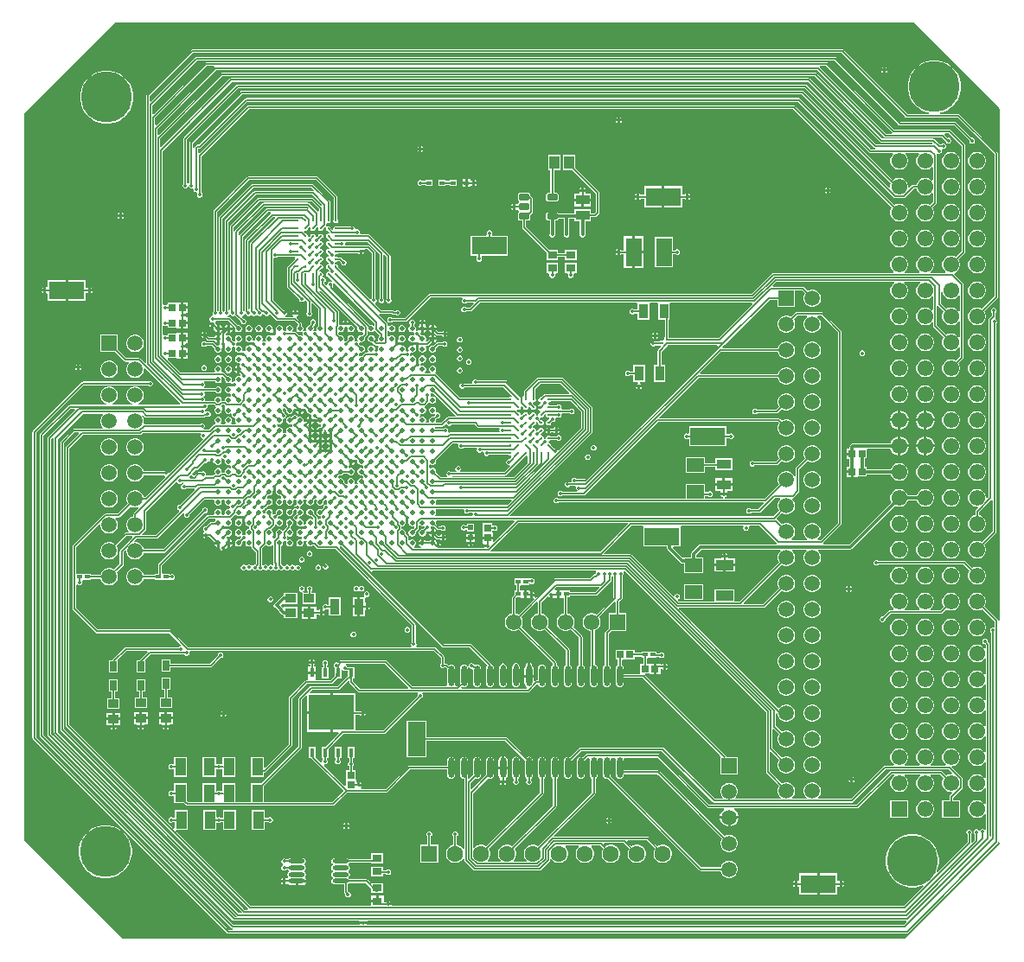
<source format=gbr>
%TF.GenerationSoftware,Altium Limited,Altium Designer,21.5.1 (32)*%
G04 Layer_Physical_Order=1*
G04 Layer_Color=255*
%FSLAX45Y45*%
%MOMM*%
%TF.SameCoordinates,1C786601-62C9-430B-884C-CD9D5B78F05E*%
%TF.FilePolarity,Positive*%
%TF.FileFunction,Copper,L1,Top,Signal*%
%TF.Part,Single*%
G01*
G75*
%TA.AperFunction,BGAPad,CuDef*%
%ADD10C,0.50000*%
%TA.AperFunction,SMDPad,CuDef*%
%ADD11C,0.23000*%
%ADD12R,0.95000X1.45000*%
%ADD13R,3.43000X1.78000*%
%ADD14R,4.40000X3.50000*%
%ADD15R,0.45000X0.95000*%
%ADD16O,1.60000X0.45000*%
%ADD17R,0.50000X0.45000*%
%ADD18O,0.60000X2.00000*%
%ADD19R,1.10000X1.75000*%
%ADD20R,1.10000X0.90000*%
%ADD21R,0.95000X1.55000*%
%ADD22R,0.72000X0.76000*%
%ADD23R,0.95000X0.80000*%
%ADD24R,0.76000X0.72000*%
%ADD25R,1.60000X2.80000*%
%ADD26R,0.70000X0.65000*%
%ADD27R,1.78000X3.43000*%
G04:AMPARAMS|DCode=28|XSize=0.6mm|YSize=1mm|CornerRadius=0.051mm|HoleSize=0mm|Usage=FLASHONLY|Rotation=90.000|XOffset=0mm|YOffset=0mm|HoleType=Round|Shape=RoundedRectangle|*
%AMROUNDEDRECTD28*
21,1,0.60000,0.89800,0,0,90.0*
21,1,0.49800,1.00000,0,0,90.0*
1,1,0.10200,0.44900,0.24900*
1,1,0.10200,0.44900,-0.24900*
1,1,0.10200,-0.44900,-0.24900*
1,1,0.10200,-0.44900,0.24900*
%
%ADD28ROUNDEDRECTD28*%
%ADD29R,1.00606X1.30822*%
%ADD30R,1.35000X0.95000*%
%ADD31R,1.75000X1.00000*%
%ADD32R,1.45000X0.95000*%
%ADD33R,1.70000X1.35000*%
%ADD34R,0.48000X0.40000*%
%TA.AperFunction,BGAPad,CuDef*%
%ADD35C,0.33000*%
%ADD36C,0.29000*%
%TA.AperFunction,SMDPad,CuDef*%
%ADD37R,0.50000X0.50000*%
%ADD38R,1.00000X0.85000*%
%ADD39R,0.70000X1.00000*%
%TA.AperFunction,Conductor*%
%ADD40C,0.15000*%
%ADD41C,0.30000*%
%TA.AperFunction,ComponentPad*%
%ADD42R,1.55000X1.55000*%
%ADD43C,1.55000*%
%ADD44C,1.50000*%
%ADD45R,1.50000X1.50000*%
%ADD46C,1.60000*%
%ADD47R,1.60000X1.60000*%
%ADD48R,1.55000X1.55000*%
%ADD49C,5.00000*%
%TA.AperFunction,ViaPad*%
%ADD50C,0.35000*%
G36*
X4419092Y11102498D02*
X4419263Y11099937D01*
X3850416Y10531090D01*
X3838682Y10535951D01*
Y10603890D01*
X4347429Y11112637D01*
X4415112D01*
X4419092Y11102498D01*
D02*
G37*
G36*
X11056348Y10462651D02*
X11054588Y10454771D01*
X11051499Y10449951D01*
X10995893D01*
X10345906Y11099937D01*
X10346077Y11102498D01*
X10350057Y11112637D01*
X10406361D01*
X11056348Y10462651D01*
D02*
G37*
G36*
X10938628Y10370214D02*
X10944417Y10366346D01*
X10951245Y10364988D01*
X11447245D01*
X11451938Y10358877D01*
X11445743Y10346177D01*
X10897377D01*
X10254365Y10989189D01*
X10248577Y10993057D01*
X10241748Y10994415D01*
X4584332D01*
X4577504Y10993057D01*
X4571716Y10989189D01*
X3900416Y10317889D01*
X3888682Y10322749D01*
Y10400045D01*
X4500586Y11011949D01*
X10296894D01*
X10938628Y10370214D01*
D02*
G37*
G36*
X10828654Y10267783D02*
X10834442Y10263915D01*
X10841271Y10262557D01*
X11060653D01*
X11065914Y10249857D01*
X11055183Y10239126D01*
X11043663Y10219174D01*
X11037700Y10196920D01*
Y10173880D01*
X11043663Y10151626D01*
X11055183Y10131674D01*
X11071474Y10115383D01*
X11091426Y10103863D01*
X11113680Y10097900D01*
X11136720D01*
X11158974Y10103863D01*
X11178926Y10115383D01*
X11195217Y10131674D01*
X11206737Y10151626D01*
X11212700Y10173880D01*
Y10196920D01*
X11206737Y10219174D01*
X11195217Y10239126D01*
X11184486Y10249857D01*
X11189747Y10262557D01*
X11314653D01*
X11319914Y10249857D01*
X11309183Y10239126D01*
X11297663Y10219174D01*
X11291700Y10196920D01*
Y10173880D01*
X11297663Y10151626D01*
X11309183Y10131674D01*
X11325474Y10115383D01*
X11345426Y10103863D01*
X11367680Y10097900D01*
X11390720D01*
X11412974Y10103863D01*
X11432926Y10115383D01*
X11443657Y10126114D01*
X11456357Y10120853D01*
Y9995947D01*
X11443657Y9990686D01*
X11432926Y10001417D01*
X11412974Y10012937D01*
X11390720Y10018900D01*
X11367680D01*
X11345426Y10012937D01*
X11325474Y10001417D01*
X11309183Y9985126D01*
X11297663Y9965174D01*
X11293394Y9949243D01*
X11261083D01*
X11254255Y9947885D01*
X11248466Y9944017D01*
X11225400Y9920950D01*
X11212700Y9926211D01*
Y9942920D01*
X11206737Y9965174D01*
X11195217Y9985126D01*
X11178926Y10001417D01*
X11158974Y10012937D01*
X11136720Y10018900D01*
X11113680D01*
X11091426Y10012937D01*
X11071474Y10001417D01*
X11063197Y9993140D01*
X10193489Y10862847D01*
X10187701Y10866715D01*
X10180872Y10868074D01*
X4686023D01*
X4679194Y10866715D01*
X4673406Y10862847D01*
X4183453Y10372894D01*
X4179585Y10367106D01*
X4178227Y10360278D01*
Y9963507D01*
X4175499Y9960779D01*
X4161721Y9960772D01*
X4161014Y9960947D01*
X4153521Y9968444D01*
Y10392548D01*
X4656531Y10895559D01*
X10200879D01*
X10828654Y10267783D01*
D02*
G37*
G36*
X11043036Y9962834D02*
X11037700Y9942920D01*
Y9927744D01*
X11025000Y9922483D01*
X10154137Y10793346D01*
X10148349Y10797214D01*
X10141520Y10798572D01*
X4733328D01*
X4726500Y10797214D01*
X4720712Y10793346D01*
X4268800Y10341435D01*
X4253213D01*
X4246385Y10340077D01*
X4240596Y10336209D01*
X4231809Y10327422D01*
X4227942Y10321634D01*
X4226583Y10314806D01*
X4213912Y10314875D01*
Y10352887D01*
X4693413Y10832388D01*
X10173482D01*
X11043036Y9962834D01*
D02*
G37*
G36*
X5392593Y9900030D02*
X5386337Y9888326D01*
X5384800Y9888631D01*
X4816572D01*
X4809743Y9887273D01*
X4803955Y9883405D01*
X4526704Y9606155D01*
X4522837Y9600366D01*
X4521478Y9593538D01*
Y8711218D01*
X4518165Y8707905D01*
X4510660Y8706645D01*
X4503155Y8707905D01*
X4499842Y8711218D01*
Y9618729D01*
X4801020Y9919907D01*
X5372716D01*
X5392593Y9900030D01*
D02*
G37*
G36*
X5474834Y9755521D02*
X5474037Y9751512D01*
X5460256Y9747332D01*
X5389904Y9817684D01*
X5384115Y9821552D01*
X5377287Y9822910D01*
X4855039D01*
X4848210Y9821552D01*
X4842422Y9817684D01*
X4575790Y9551052D01*
X4571922Y9545264D01*
X4570564Y9538435D01*
Y8730296D01*
X4557864Y8723507D01*
X4557164Y8723975D01*
Y9586147D01*
X4823962Y9852946D01*
X5377409D01*
X5474834Y9755521D01*
D02*
G37*
G36*
X5343282Y9724338D02*
X5335186Y9714473D01*
X5330821Y9717390D01*
X5323993Y9718748D01*
X4938566D01*
X4931738Y9717390D01*
X4925950Y9713522D01*
X4669382Y9456954D01*
X4667310Y9453853D01*
X4654610Y9456489D01*
Y9485163D01*
X4908194Y9738747D01*
X5328873D01*
X5343282Y9724338D01*
D02*
G37*
G36*
X5441958Y9715163D02*
Y9694089D01*
X5429258Y9688828D01*
X5348880Y9769207D01*
X5343091Y9773075D01*
X5336263Y9774433D01*
X4900803D01*
X4893975Y9773075D01*
X4888187Y9769207D01*
X4624150Y9505170D01*
X4620282Y9499382D01*
X4618924Y9492554D01*
X4606249Y9492614D01*
Y9531045D01*
X4862429Y9787225D01*
X5369896D01*
X5441958Y9715163D01*
D02*
G37*
G36*
X5512024Y9531631D02*
X5510302Y9527475D01*
Y9517729D01*
X5514032Y9508724D01*
X5520924Y9501832D01*
X5529929Y9498102D01*
X5534069D01*
X5551024Y9481147D01*
X5543831Y9470380D01*
X5539675Y9472101D01*
X5529929D01*
X5520924Y9468371D01*
X5514032Y9461479D01*
X5510302Y9452474D01*
Y9442728D01*
X5514032Y9433723D01*
X5520924Y9426831D01*
X5529929Y9423101D01*
X5534069D01*
X5551024Y9406146D01*
X5543831Y9395379D01*
X5539675Y9397100D01*
X5529929D01*
X5520924Y9393370D01*
X5514032Y9386478D01*
X5510302Y9377473D01*
Y9367727D01*
X5514032Y9358722D01*
X5520924Y9351830D01*
X5529929Y9348100D01*
X5534069D01*
X5551024Y9331144D01*
X5543831Y9320378D01*
X5539675Y9322099D01*
X5529929D01*
X5520924Y9318369D01*
X5514032Y9311477D01*
X5510302Y9302472D01*
Y9292726D01*
X5514032Y9283721D01*
X5520924Y9276829D01*
X5529929Y9273099D01*
X5529985D01*
X5539913Y9262820D01*
X5539450Y9252840D01*
X5533218Y9247098D01*
X5529929D01*
X5520924Y9243368D01*
X5514032Y9236476D01*
X5510302Y9227471D01*
Y9217725D01*
X5514032Y9208720D01*
X5520924Y9201828D01*
X5529929Y9198098D01*
X5530621D01*
X5540548Y9187798D01*
X5540062Y9177938D01*
X5533833Y9172102D01*
X5529929D01*
X5520924Y9168372D01*
X5514032Y9161480D01*
X5510302Y9152475D01*
Y9142728D01*
X5514032Y9133724D01*
X5520924Y9126832D01*
X5529929Y9123102D01*
X5532472D01*
X5547109Y9108464D01*
Y9107768D01*
X5540265Y9097946D01*
X5535376Y9097100D01*
X5529929D01*
X5520924Y9093371D01*
X5514032Y9086479D01*
X5510302Y9077474D01*
Y9067727D01*
X5514032Y9058723D01*
X5520924Y9051831D01*
X5529929Y9048101D01*
X5534069D01*
X5573139Y9009030D01*
X5565945Y8998263D01*
X5562467Y8999704D01*
X5551527D01*
X5541419Y8995518D01*
X5533684Y8987782D01*
X5529497Y8977675D01*
Y8971400D01*
X5517218Y8965719D01*
X5499840Y8983097D01*
Y8995040D01*
X5505310Y9000510D01*
X5509497Y9010617D01*
Y9021558D01*
X5505310Y9031665D01*
X5497574Y9039401D01*
X5487467Y9043587D01*
X5483397D01*
X5478136Y9056287D01*
X5480571Y9058723D01*
X5484301Y9067727D01*
Y9077474D01*
X5480571Y9086479D01*
X5473679Y9093371D01*
X5464674Y9097100D01*
X5454928D01*
X5447715Y9107859D01*
X5447115Y9109683D01*
X5460535Y9123102D01*
X5464674D01*
X5473679Y9126832D01*
X5480571Y9133724D01*
X5484301Y9142728D01*
Y9152475D01*
X5480571Y9161480D01*
X5473679Y9168372D01*
X5464674Y9172102D01*
X5460034D01*
X5453804Y9177938D01*
X5453204Y9187845D01*
X5463009Y9198098D01*
X5464674D01*
X5473679Y9201828D01*
X5480571Y9208720D01*
X5484301Y9217725D01*
Y9227471D01*
X5480571Y9236476D01*
X5473679Y9243368D01*
X5464674Y9247098D01*
X5460621D01*
X5454397Y9251762D01*
X5452932Y9263548D01*
X5461771Y9273099D01*
X5464674D01*
X5473679Y9276829D01*
X5480571Y9283721D01*
X5484301Y9292726D01*
Y9302472D01*
X5480571Y9311477D01*
X5473679Y9318369D01*
X5464674Y9322099D01*
X5460265D01*
X5454025Y9327468D01*
X5453113Y9338118D01*
X5462518Y9348100D01*
X5464674D01*
X5473679Y9351830D01*
X5480571Y9358722D01*
X5484301Y9367727D01*
Y9377473D01*
X5480571Y9386478D01*
X5473679Y9393370D01*
X5464674Y9397100D01*
X5461713D01*
X5455867Y9399737D01*
X5452683Y9412613D01*
X5463171Y9423101D01*
X5464674D01*
X5473679Y9426831D01*
X5480571Y9433723D01*
X5484301Y9442728D01*
Y9452474D01*
X5480571Y9461479D01*
X5473679Y9468371D01*
X5464674Y9472101D01*
X5454928D01*
X5445923Y9468371D01*
X5439031Y9461479D01*
X5435301Y9452474D01*
Y9445698D01*
X5425902Y9436299D01*
X5413964Y9439560D01*
X5409300Y9445785D01*
Y9452474D01*
X5405570Y9461479D01*
X5398678Y9468371D01*
X5389673Y9472101D01*
X5379927D01*
X5370922Y9468371D01*
X5364030Y9461479D01*
X5360300Y9452474D01*
Y9445688D01*
X5350784Y9437152D01*
X5339668Y9439188D01*
X5334299Y9445429D01*
Y9452474D01*
X5330569Y9461479D01*
X5323677Y9468371D01*
X5314672Y9472101D01*
X5310532D01*
X5293577Y9489057D01*
X5300770Y9499824D01*
X5304926Y9498102D01*
X5314672D01*
X5323677Y9501832D01*
X5330569Y9508724D01*
X5334299Y9517729D01*
Y9521869D01*
X5351254Y9538824D01*
X5362021Y9531631D01*
X5360300Y9527475D01*
Y9517729D01*
X5364030Y9508724D01*
X5370922Y9501832D01*
X5379927Y9498102D01*
X5389673D01*
X5398678Y9501832D01*
X5405570Y9508724D01*
X5409300Y9517729D01*
Y9521869D01*
X5426256Y9538824D01*
X5437022Y9531631D01*
X5435301Y9527475D01*
Y9517729D01*
X5439031Y9508724D01*
X5445923Y9501832D01*
X5454928Y9498102D01*
X5464674D01*
X5473679Y9501832D01*
X5480571Y9508724D01*
X5484301Y9517729D01*
Y9521869D01*
X5501257Y9538824D01*
X5512024Y9531631D01*
D02*
G37*
G36*
X5964153Y9275749D02*
Y8838777D01*
X5959399Y8834022D01*
X5958256Y8833249D01*
X5944121Y8831339D01*
X5633840Y9141621D01*
X5634298Y9142728D01*
Y9152475D01*
X5630568Y9161480D01*
X5623676Y9168372D01*
X5614672Y9172102D01*
X5608639D01*
X5600925Y9179329D01*
X5599235Y9182383D01*
X5603305Y9194645D01*
X5610089Y9198098D01*
X5614672D01*
X5623676Y9201828D01*
X5624036Y9202188D01*
X5644820D01*
X5657891Y9189116D01*
Y9181380D01*
X5662078Y9171272D01*
X5669813Y9163537D01*
X5679921Y9159350D01*
X5690861D01*
X5700968Y9163537D01*
X5708704Y9171272D01*
X5712891Y9181380D01*
Y9192320D01*
X5708704Y9202427D01*
X5700968Y9210163D01*
X5690861Y9214350D01*
X5683124D01*
X5664827Y9232647D01*
X5659038Y9236515D01*
X5652210Y9237873D01*
X5629171D01*
X5623676Y9243368D01*
X5614672Y9247098D01*
X5608117D01*
X5600716Y9253915D01*
X5598908Y9256845D01*
X5604413Y9267680D01*
X5609900Y9268099D01*
X5615666D01*
X5626508Y9272590D01*
X5633674Y9279756D01*
X5826442D01*
X5826677Y9279189D01*
X5835819Y9270047D01*
X5841529Y9267682D01*
Y9297599D01*
X5854229D01*
Y9310299D01*
X5890323D01*
X5894996Y9317292D01*
X5922610D01*
X5964153Y9275749D01*
D02*
G37*
G36*
X12108111Y10695899D02*
Y5681814D01*
X12095411Y5680564D01*
X12094929Y5682984D01*
X12091061Y5688772D01*
X11960490Y5819343D01*
X11968737Y5833626D01*
X11974700Y5855880D01*
Y5878920D01*
X11968737Y5901174D01*
X11957217Y5921126D01*
X11940926Y5937417D01*
X11920974Y5948937D01*
X11898720Y5954900D01*
X11875680D01*
X11853426Y5948937D01*
X11833474Y5937417D01*
X11817183Y5921126D01*
X11805663Y5901174D01*
X11799700Y5878920D01*
Y5855880D01*
X11805663Y5833626D01*
X11817183Y5813674D01*
X11833474Y5797383D01*
X11853426Y5785863D01*
X11875680Y5779900D01*
X11898720D01*
X11920974Y5785863D01*
X11935257Y5794110D01*
X12060602Y5668765D01*
Y5620373D01*
X12047902Y5611887D01*
X12047670Y5611983D01*
X12036730D01*
X12026623Y5607796D01*
X12018887Y5600060D01*
X12014700Y5589953D01*
Y5579013D01*
X12018887Y5568906D01*
X12024357Y5563435D01*
Y3563122D01*
X12022543Y3561911D01*
X12009843Y3568699D01*
Y5446724D01*
X12008485Y5453552D01*
X12004617Y5459341D01*
X11992200Y5471758D01*
Y5481462D01*
X11988013Y5491569D01*
X11980277Y5499305D01*
X11970170Y5503491D01*
X11959230D01*
X11949123Y5499305D01*
X11941387Y5491569D01*
X11937200Y5481462D01*
Y5470521D01*
X11941387Y5460414D01*
X11949123Y5452678D01*
X11959230Y5448492D01*
X11964999D01*
X11974158Y5439333D01*
Y5409185D01*
X11961458Y5405782D01*
X11957217Y5413126D01*
X11940926Y5429417D01*
X11920974Y5440937D01*
X11898720Y5446900D01*
X11875680D01*
X11853426Y5440937D01*
X11833474Y5429417D01*
X11817183Y5413126D01*
X11805663Y5393174D01*
X11799700Y5370920D01*
Y5347880D01*
X11805663Y5325626D01*
X11817183Y5305674D01*
X11833474Y5289383D01*
X11853426Y5277863D01*
X11875680Y5271900D01*
X11898720D01*
X11920974Y5277863D01*
X11940926Y5289383D01*
X11957217Y5305674D01*
X11961458Y5313018D01*
X11974158Y5309615D01*
Y5155185D01*
X11961458Y5151782D01*
X11957217Y5159126D01*
X11940926Y5175417D01*
X11920974Y5186937D01*
X11898720Y5192900D01*
X11875680D01*
X11853426Y5186937D01*
X11833474Y5175417D01*
X11817183Y5159126D01*
X11805663Y5139174D01*
X11799700Y5116920D01*
Y5093880D01*
X11805663Y5071626D01*
X11817183Y5051674D01*
X11833474Y5035383D01*
X11853426Y5023863D01*
X11875680Y5017900D01*
X11898720D01*
X11920974Y5023863D01*
X11940926Y5035383D01*
X11957217Y5051674D01*
X11961458Y5059018D01*
X11974158Y5055615D01*
Y4901185D01*
X11961458Y4897782D01*
X11957217Y4905126D01*
X11940926Y4921417D01*
X11920974Y4932937D01*
X11898720Y4938900D01*
X11875680D01*
X11853426Y4932937D01*
X11833474Y4921417D01*
X11817183Y4905126D01*
X11805663Y4885174D01*
X11799700Y4862920D01*
Y4839880D01*
X11805663Y4817626D01*
X11817183Y4797674D01*
X11833474Y4781383D01*
X11853426Y4769863D01*
X11875680Y4763900D01*
X11898720D01*
X11920974Y4769863D01*
X11940926Y4781383D01*
X11957217Y4797674D01*
X11961458Y4805018D01*
X11974158Y4801615D01*
Y4647185D01*
X11961458Y4643782D01*
X11957217Y4651126D01*
X11940926Y4667417D01*
X11920974Y4678937D01*
X11898720Y4684900D01*
X11875680D01*
X11853426Y4678937D01*
X11833474Y4667417D01*
X11817183Y4651126D01*
X11805663Y4631174D01*
X11799700Y4608920D01*
Y4585880D01*
X11805663Y4563626D01*
X11817183Y4543674D01*
X11833474Y4527383D01*
X11853426Y4515863D01*
X11875680Y4509900D01*
X11898720D01*
X11920974Y4515863D01*
X11940926Y4527383D01*
X11957217Y4543674D01*
X11961458Y4551018D01*
X11974158Y4547615D01*
Y4393185D01*
X11961458Y4389782D01*
X11957217Y4397126D01*
X11940926Y4413417D01*
X11920974Y4424937D01*
X11898720Y4430900D01*
X11875680D01*
X11853426Y4424937D01*
X11833474Y4413417D01*
X11817183Y4397126D01*
X11805663Y4377174D01*
X11799700Y4354920D01*
Y4331880D01*
X11805663Y4309626D01*
X11817183Y4289674D01*
X11833474Y4273383D01*
X11853426Y4261863D01*
X11875680Y4255900D01*
X11898720D01*
X11920974Y4261863D01*
X11940926Y4273383D01*
X11957217Y4289674D01*
X11961458Y4297018D01*
X11974158Y4293615D01*
Y4139185D01*
X11961458Y4135782D01*
X11957217Y4143126D01*
X11940926Y4159417D01*
X11920974Y4170937D01*
X11898720Y4176900D01*
X11875680D01*
X11853426Y4170937D01*
X11833474Y4159417D01*
X11817183Y4143126D01*
X11805663Y4123174D01*
X11799700Y4100920D01*
Y4077880D01*
X11805663Y4055626D01*
X11817183Y4035674D01*
X11833474Y4019383D01*
X11853426Y4007863D01*
X11875680Y4001900D01*
X11898720D01*
X11920974Y4007863D01*
X11940926Y4019383D01*
X11957217Y4035674D01*
X11961458Y4043018D01*
X11974158Y4039615D01*
Y3885185D01*
X11961458Y3881782D01*
X11957217Y3889126D01*
X11940926Y3905417D01*
X11920974Y3916937D01*
X11898720Y3922900D01*
X11875680D01*
X11853426Y3916937D01*
X11833474Y3905417D01*
X11817183Y3889126D01*
X11805663Y3869174D01*
X11799700Y3846920D01*
Y3823880D01*
X11805663Y3801626D01*
X11817183Y3781674D01*
X11833474Y3765383D01*
X11853426Y3753863D01*
X11875680Y3747900D01*
X11898720D01*
X11920974Y3753863D01*
X11940926Y3765383D01*
X11957217Y3781674D01*
X11961458Y3789018D01*
X11974158Y3785615D01*
Y3635588D01*
X11961458Y3630328D01*
X11957578Y3634207D01*
X11947471Y3638394D01*
X11936531D01*
X11926423Y3634207D01*
X11918688Y3626472D01*
X11917232Y3622957D01*
X11903485D01*
X11902961Y3624223D01*
X11895225Y3631959D01*
X11885118Y3636145D01*
X11874178D01*
X11864071Y3631959D01*
X11856335Y3624223D01*
X11852148Y3614116D01*
Y3603175D01*
X11856335Y3593068D01*
X11861805Y3587598D01*
Y3528581D01*
X11840243Y3507019D01*
X11827543Y3512279D01*
Y3587598D01*
X11833013Y3593068D01*
X11837200Y3603175D01*
Y3614116D01*
X11833013Y3624223D01*
X11825277Y3631959D01*
X11815170Y3636145D01*
X11804230D01*
X11794123Y3631959D01*
X11786387Y3624223D01*
X11782200Y3614116D01*
Y3603175D01*
X11786387Y3593068D01*
X11791857Y3587598D01*
Y3507981D01*
X11502178Y3218302D01*
X11491412Y3225496D01*
X11502208Y3251561D01*
X11512200Y3301792D01*
Y3353008D01*
X11502208Y3403239D01*
X11482609Y3450556D01*
X11454155Y3493140D01*
X11417940Y3529355D01*
X11375356Y3557809D01*
X11328039Y3577408D01*
X11277808Y3587400D01*
X11226592D01*
X11176361Y3577408D01*
X11129044Y3557809D01*
X11086460Y3529355D01*
X11050245Y3493140D01*
X11021791Y3450556D01*
X11002192Y3403239D01*
X10992200Y3353008D01*
Y3301792D01*
X11002192Y3251561D01*
X11021791Y3204244D01*
X11050245Y3161660D01*
X11086460Y3125445D01*
X11129044Y3096991D01*
X11176361Y3077392D01*
X11226592Y3067400D01*
X11277808D01*
X11328039Y3077392D01*
X11354104Y3088188D01*
X11361298Y3077422D01*
X11170461Y2886585D01*
X6160813D01*
X6157835Y2891042D01*
X6121312D01*
Y2903742D01*
X6108612D01*
Y2933659D01*
X6102902Y2931294D01*
X6093760Y2922151D01*
X6093525Y2921584D01*
X6077373D01*
Y2985601D01*
X6027573D01*
Y2930601D01*
X6014873D01*
Y2917901D01*
X5952373D01*
Y2886585D01*
X4775082D01*
X4043979Y3617687D01*
X4049240Y3630387D01*
X4161878D01*
Y3825387D01*
X4031878D01*
Y3745730D01*
X4017094D01*
X4011623Y3751200D01*
X4001516Y3755387D01*
X3990576D01*
X3980469Y3751200D01*
X3972733Y3743464D01*
X3968546Y3733357D01*
Y3722417D01*
X3972733Y3712310D01*
X3980469Y3704574D01*
X3990576Y3700387D01*
X4001516D01*
X4011623Y3704574D01*
X4017094Y3710044D01*
X4031878D01*
Y3647749D01*
X4019178Y3642489D01*
X3001098Y4660568D01*
Y7364959D01*
X3133497Y7497357D01*
X3693570D01*
X3700398Y7498716D01*
X3706186Y7502583D01*
X3720729Y7517126D01*
X4283476D01*
X4286204Y7514184D01*
X4290717Y7504425D01*
X4287930Y7497699D01*
Y7486759D01*
X4292117Y7476652D01*
X4299853Y7468916D01*
X4305566Y7466550D01*
X4309416Y7454709D01*
X4309286Y7452309D01*
X3983573Y7126596D01*
X3975998Y7128728D01*
X3970379Y7131363D01*
X3966686Y7140277D01*
X3958950Y7148013D01*
X3948843Y7152200D01*
X3937903D01*
X3927796Y7148013D01*
X3922325Y7142543D01*
X3728118D01*
X3724107Y7157509D01*
X3712917Y7176891D01*
X3697091Y7192717D01*
X3677709Y7203907D01*
X3656090Y7209700D01*
X3633710D01*
X3612091Y7203907D01*
X3592709Y7192717D01*
X3576883Y7176891D01*
X3565693Y7157509D01*
X3559900Y7135890D01*
Y7113510D01*
X3565693Y7091891D01*
X3576883Y7072509D01*
X3592709Y7056683D01*
X3612091Y7045493D01*
X3633710Y7039700D01*
X3656090D01*
X3677709Y7045493D01*
X3697091Y7056683D01*
X3712917Y7072509D01*
X3724107Y7091891D01*
X3728118Y7106857D01*
X3922325D01*
X3927796Y7101387D01*
X3936710Y7097694D01*
X3939345Y7092075D01*
X3941477Y7084500D01*
X3745520Y6888543D01*
X3728118D01*
X3724107Y6903509D01*
X3712917Y6922891D01*
X3697091Y6938717D01*
X3677709Y6949907D01*
X3656090Y6955700D01*
X3633710D01*
X3612091Y6949907D01*
X3592709Y6938717D01*
X3576883Y6922891D01*
X3565693Y6903509D01*
X3559900Y6881890D01*
Y6859510D01*
X3565693Y6837891D01*
X3573440Y6824473D01*
X3476009Y6727043D01*
X3352585D01*
X3345757Y6725685D01*
X3339969Y6721817D01*
X3037640Y6419488D01*
X3033772Y6413699D01*
X3032414Y6406871D01*
Y5795301D01*
X3033772Y5788473D01*
X3037640Y5782684D01*
X3258468Y5561856D01*
X3264257Y5557988D01*
X3271085Y5556630D01*
X3979495D01*
X4094870Y5441255D01*
X4089610Y5428555D01*
X4087991D01*
X4077884Y5424368D01*
X4072413Y5418897D01*
X3553965D01*
X3547136Y5417539D01*
X3541348Y5413671D01*
X3418662Y5290985D01*
X3416913Y5288368D01*
X3386279D01*
Y5168369D01*
X3476279D01*
Y5288368D01*
X3476279D01*
X3473418Y5295275D01*
X3561355Y5383212D01*
X3762594D01*
X3767854Y5370512D01*
X3688298Y5290955D01*
X3686549Y5288338D01*
X3655914D01*
Y5168339D01*
X3745914D01*
Y5288338D01*
X3745915D01*
X3743054Y5295245D01*
X3794364Y5346554D01*
X4127774D01*
X4133244Y5341084D01*
X4143351Y5336897D01*
X4154292D01*
X4164399Y5341084D01*
X4172135Y5348820D01*
X4176321Y5358927D01*
Y5369867D01*
X4176054Y5370512D01*
X4184540Y5383212D01*
X6567015D01*
X6636779Y5313447D01*
Y5264867D01*
X6631309Y5259396D01*
X6627122Y5249289D01*
Y5238349D01*
X6631309Y5228242D01*
X6639045Y5220506D01*
X6649152Y5216319D01*
X6660092D01*
X6670200Y5220506D01*
X6671843Y5222150D01*
X6687118D01*
X6697089Y5212179D01*
X6696328Y5208349D01*
Y5068349D01*
X6699432Y5052741D01*
X6700334Y5051391D01*
X6693546Y5038691D01*
X6357716D01*
X6110776Y5285631D01*
X6104987Y5289499D01*
X6098159Y5290857D01*
X5658208D01*
X5651380Y5289499D01*
X5645591Y5285631D01*
X5627949Y5267989D01*
X5619339Y5271556D01*
X5608399D01*
X5598292Y5267369D01*
X5590556Y5259633D01*
X5586369Y5249526D01*
Y5238586D01*
X5590556Y5228479D01*
X5596750Y5222285D01*
Y5155786D01*
X5596407Y5154063D01*
Y5133289D01*
X5558359Y5095241D01*
X5416078D01*
X5412750Y5106563D01*
X5412749Y5107942D01*
Y5156363D01*
X5375250D01*
X5337750D01*
Y5107942D01*
X5337750Y5106563D01*
X5334421Y5095241D01*
X5322448D01*
X5315620Y5093883D01*
X5309831Y5090015D01*
X5153181Y4933365D01*
X5149313Y4927576D01*
X5147955Y4920748D01*
Y4469693D01*
X4918090Y4239828D01*
X4906357Y4244688D01*
Y4346239D01*
X4776357D01*
Y4151239D01*
X4906357D01*
Y4188732D01*
X4910070D01*
X4916898Y4190090D01*
X4922687Y4193958D01*
X5178414Y4449686D01*
X5182282Y4455474D01*
X5183640Y4462302D01*
Y4913357D01*
X5329839Y5059556D01*
X5565750D01*
X5572578Y5060914D01*
X5578366Y5064782D01*
X5625147Y5111563D01*
X5661749D01*
Y5196191D01*
X5670771Y5199476D01*
X5674449Y5199785D01*
X5681430Y5192804D01*
X5691537Y5188618D01*
X5702478D01*
X5708991Y5191316D01*
X5709474Y5191220D01*
X5723750D01*
Y5136611D01*
X5723191Y5136238D01*
X5626638Y5039684D01*
X5368622D01*
X5361794Y5038326D01*
X5356006Y5034458D01*
X5247408Y4925861D01*
X5243540Y4920073D01*
X5242182Y4913244D01*
Y4446872D01*
X4881124Y4085813D01*
X4776357D01*
Y3901156D01*
X4626357D01*
Y4085813D01*
X4496358D01*
Y4015066D01*
X4483658Y4009846D01*
X4481878Y4011626D01*
X4471771Y4015813D01*
X4460830D01*
X4450723Y4011626D01*
X4446795Y4007698D01*
X4434095Y4009878D01*
Y4085813D01*
X4304095D01*
Y3901156D01*
X4163230D01*
X4154438Y3909947D01*
Y3940813D01*
X4154095Y3942537D01*
Y4085813D01*
X4024095D01*
Y4017115D01*
X4011623Y4011626D01*
X4001516Y4015813D01*
X3990576D01*
X3980469Y4011626D01*
X3972733Y4003890D01*
X3968546Y3993783D01*
Y3982843D01*
X3972733Y3972736D01*
X3980469Y3965000D01*
X3990576Y3960813D01*
X4001516D01*
X4011623Y3965000D01*
X4024095Y3959511D01*
Y3890813D01*
X4123395D01*
X4123979Y3889940D01*
X4143222Y3870696D01*
X4149011Y3866828D01*
X4155839Y3865470D01*
X5581469D01*
X5588297Y3866828D01*
X5594086Y3870696D01*
X5720391Y3997002D01*
X6102912D01*
X6109740Y3998360D01*
X6115529Y4002228D01*
X6333804Y4220503D01*
X6696328D01*
Y4168345D01*
X6699432Y4152738D01*
X6708273Y4139507D01*
X6721504Y4130666D01*
X6737111Y4127562D01*
X6752719Y4130666D01*
X6765950Y4139507D01*
X6774790Y4152738D01*
X6777895Y4168345D01*
Y4308346D01*
X6774790Y4323953D01*
X6765950Y4337184D01*
X6752719Y4346025D01*
X6737111Y4349129D01*
X6721504Y4346025D01*
X6708273Y4337184D01*
X6699432Y4323953D01*
X6696328Y4308346D01*
Y4256188D01*
X6326413D01*
X6319585Y4254830D01*
X6313796Y4250962D01*
X6095521Y4032687D01*
X5858463D01*
X5858055Y4033322D01*
X5854569Y4045387D01*
X5861117Y4051935D01*
X5863482Y4057645D01*
X5833565D01*
Y4070345D01*
X5820865D01*
Y4100262D01*
X5819950Y4099883D01*
X5807249Y4106585D01*
Y4123345D01*
X5802250D01*
Y4214342D01*
X5774092D01*
Y4254444D01*
X5779563Y4259914D01*
X5783749Y4270021D01*
Y4280962D01*
X5779563Y4291069D01*
X5774092Y4296539D01*
Y4331564D01*
X5788749D01*
Y4446564D01*
X5723750D01*
Y4331564D01*
X5738407D01*
Y4296539D01*
X5732936Y4291069D01*
X5728750Y4280962D01*
Y4270021D01*
X5732936Y4259914D01*
X5738407Y4254444D01*
Y4214342D01*
X5710250D01*
Y4123345D01*
X5705250D01*
Y4064423D01*
X5693516Y4059562D01*
X5492840Y4260239D01*
X5494640Y4265598D01*
X5499067Y4271972D01*
X5507720D01*
X5517827Y4276159D01*
X5525563Y4283894D01*
X5529749Y4294002D01*
Y4304942D01*
X5525563Y4315049D01*
X5521748Y4318864D01*
X5524089Y4331564D01*
X5534749D01*
Y4421331D01*
X5682137Y4568718D01*
X6077759D01*
X6084588Y4570076D01*
X6090376Y4573944D01*
X6435633Y4919200D01*
X6440499D01*
X6450606Y4923387D01*
X6458342Y4931123D01*
X6462528Y4941230D01*
Y4952170D01*
X6458342Y4962277D01*
X6455313Y4965306D01*
X6460574Y4978006D01*
X7493786D01*
X7500615Y4979364D01*
X7506403Y4983232D01*
X7575554Y5052383D01*
X7579343Y5052489D01*
X7590384Y5049820D01*
X7597273Y5039510D01*
X7610504Y5030670D01*
X7626111Y5027565D01*
X7641719Y5030670D01*
X7654950Y5039510D01*
X7663790Y5052741D01*
X7666895Y5068349D01*
Y5208349D01*
X7663790Y5223956D01*
X7654950Y5237187D01*
X7641719Y5246028D01*
X7626111Y5249133D01*
X7610504Y5246028D01*
X7597273Y5237187D01*
X7588432Y5223956D01*
X7585328Y5208349D01*
Y5093517D01*
X7573611D01*
X7566783Y5092158D01*
X7560995Y5088291D01*
X7556726Y5084022D01*
X7544993Y5088882D01*
Y5125649D01*
X7453230D01*
Y5068349D01*
X7456722Y5050791D01*
X7466668Y5035906D01*
X7480907Y5026392D01*
X7481069Y5025450D01*
X7475908Y5013692D01*
X6839104D01*
X6834244Y5025425D01*
X6843100Y5034281D01*
X6848504Y5030670D01*
X6864111Y5027565D01*
X6879719Y5030670D01*
X6892950Y5039510D01*
X6901790Y5052741D01*
X6904895Y5068349D01*
Y5208349D01*
X6903445Y5215639D01*
X6902667Y5219549D01*
X6914186Y5223043D01*
X6915395Y5222008D01*
X6916509Y5220894D01*
X6923131Y5214273D01*
X6933238Y5210086D01*
X6938019D01*
X6944695Y5209144D01*
X6950328Y5198886D01*
Y5068349D01*
X6953432Y5052741D01*
X6962273Y5039510D01*
X6975504Y5030670D01*
X6991111Y5027565D01*
X7006719Y5030670D01*
X7019950Y5039510D01*
X7028790Y5052741D01*
X7031895Y5068349D01*
Y5208349D01*
X7028790Y5223956D01*
X7019950Y5237187D01*
X7006719Y5246028D01*
X6991111Y5249133D01*
X6975504Y5246028D01*
X6962460Y5252103D01*
X6962021Y5253163D01*
X6954285Y5260899D01*
X6944178Y5265085D01*
X6933238D01*
X6923131Y5260899D01*
X6915395Y5253163D01*
X6911208Y5243056D01*
Y5235406D01*
X6911208Y5232116D01*
X6899475Y5227422D01*
X6897452Y5230449D01*
X6892950Y5237187D01*
X6879719Y5246028D01*
X6864111Y5249133D01*
X6848504Y5246028D01*
X6835273Y5237187D01*
X6826432Y5223956D01*
X6823328Y5208349D01*
Y5068349D01*
X6823887Y5065535D01*
X6797044Y5038691D01*
X6780677D01*
X6773888Y5051391D01*
X6774790Y5052741D01*
X6777895Y5068349D01*
Y5208349D01*
X6774790Y5223956D01*
X6765950Y5237187D01*
X6752719Y5246028D01*
X6737111Y5249133D01*
X6721504Y5246028D01*
X6716830Y5242905D01*
X6707126Y5252609D01*
X6701337Y5256477D01*
X6694509Y5257835D01*
X6678582D01*
X6677935Y5259396D01*
X6672465Y5264867D01*
Y5320838D01*
X6671107Y5327666D01*
X6667239Y5333455D01*
X6587022Y5413671D01*
X6581234Y5417539D01*
X6574405Y5418897D01*
X6400303D01*
X6395042Y5431597D01*
X6395662Y5432217D01*
X6399848Y5442324D01*
Y5453264D01*
X6395662Y5463371D01*
X6390191Y5468842D01*
Y5641364D01*
X6388833Y5648193D01*
X6384965Y5653981D01*
X5645009Y6393937D01*
X5648622Y6402322D01*
X5651305Y6405602D01*
X5663958D01*
X5665942Y6406423D01*
X6648927Y5423438D01*
X6654716Y5419570D01*
X6661544Y5418212D01*
X6918797D01*
X7090218Y5246791D01*
X7089273Y5237187D01*
X7080432Y5223956D01*
X7077328Y5208349D01*
Y5068349D01*
X7080432Y5052741D01*
X7089273Y5039510D01*
X7102504Y5030670D01*
X7118111Y5027565D01*
X7133719Y5030670D01*
X7146950Y5039510D01*
X7155790Y5052741D01*
X7158895Y5068349D01*
Y5208349D01*
X7155790Y5223956D01*
X7146950Y5237187D01*
X7133719Y5246028D01*
X7131722Y5246425D01*
Y5248363D01*
X7130364Y5255191D01*
X7126496Y5260980D01*
X6938805Y5448671D01*
X6933016Y5452539D01*
X6926188Y5453897D01*
X6668934D01*
X5966363Y6156469D01*
X5971224Y6168202D01*
X8152958D01*
X8156447Y6162691D01*
X8159216Y6155502D01*
X8155734Y6147097D01*
Y6144474D01*
X8145003Y6133743D01*
X8141786D01*
X8134958Y6132384D01*
X8129169Y6128517D01*
X8093288Y6092636D01*
X7759585D01*
X7752757Y6091278D01*
X7746969Y6087410D01*
X7563944Y5904385D01*
X7554954Y5913343D01*
X7557319Y5919052D01*
X7540102D01*
Y5901835D01*
X7545812Y5904200D01*
X7554769Y5895210D01*
X7398959Y5739401D01*
X7384676Y5747647D01*
X7368745Y5751916D01*
Y5896383D01*
X7381131Y5908768D01*
X7415269D01*
X7425898Y5903768D01*
X7436526Y5903768D01*
X7453198D01*
Y5941268D01*
Y5978768D01*
X7425898D01*
X7421440Y5976671D01*
X7408740Y5984026D01*
Y6018426D01*
X7417720Y6027407D01*
X7425897D01*
X7438597Y6027407D01*
X7500898D01*
Y6037096D01*
X7506252Y6040543D01*
X7513598Y6043395D01*
X7521932Y6039943D01*
X7532872D01*
X7542980Y6044130D01*
X7550715Y6051866D01*
X7554902Y6061973D01*
Y6072913D01*
X7550715Y6083020D01*
X7542980Y6090756D01*
X7532872Y6094943D01*
X7521932D01*
X7513598Y6091491D01*
X7500898Y6092407D01*
X7500898Y6092407D01*
X7500898Y6092406D01*
X7438597D01*
X7430898Y6092407D01*
X7418198Y6092406D01*
X7355897D01*
Y6027407D01*
X7373054D01*
Y5973768D01*
X7355897D01*
Y5934002D01*
X7338286Y5916390D01*
X7334418Y5910602D01*
X7333060Y5903773D01*
Y5751916D01*
X7317128Y5747647D01*
X7297176Y5736127D01*
X7280885Y5719836D01*
X7269365Y5699884D01*
X7263402Y5677630D01*
Y5654590D01*
X7269365Y5632336D01*
X7280885Y5612384D01*
X7297176Y5596093D01*
X7317128Y5584573D01*
X7339383Y5578610D01*
X7362422D01*
X7384676Y5584573D01*
X7398959Y5592820D01*
X7735269Y5256510D01*
Y5244534D01*
X7724273Y5237187D01*
X7715432Y5223956D01*
X7712328Y5208349D01*
Y5068349D01*
X7715432Y5052741D01*
X7724273Y5039510D01*
X7737504Y5030670D01*
X7753111Y5027565D01*
X7768719Y5030670D01*
X7781950Y5039510D01*
X7790790Y5052741D01*
X7793895Y5068349D01*
Y5208349D01*
X7790790Y5223956D01*
X7781950Y5237187D01*
X7770954Y5244534D01*
Y5263901D01*
X7769596Y5270729D01*
X7765728Y5276518D01*
X7424193Y5618053D01*
X7432439Y5632336D01*
X7438402Y5654590D01*
Y5677630D01*
X7432439Y5699884D01*
X7424193Y5714167D01*
X7574360Y5864334D01*
X7587060Y5859073D01*
Y5751916D01*
X7571128Y5747647D01*
X7551176Y5736127D01*
X7534885Y5719836D01*
X7523365Y5699884D01*
X7517402Y5677630D01*
Y5654590D01*
X7523365Y5632336D01*
X7534885Y5612384D01*
X7551176Y5596093D01*
X7571128Y5584573D01*
X7593383Y5578610D01*
X7616422D01*
X7638676Y5584573D01*
X7652959Y5592820D01*
X7862269Y5383510D01*
Y5244534D01*
X7851273Y5237187D01*
X7842432Y5223956D01*
X7839328Y5208349D01*
Y5068349D01*
X7842432Y5052741D01*
X7851273Y5039510D01*
X7864504Y5030670D01*
X7880111Y5027565D01*
X7895719Y5030670D01*
X7908950Y5039510D01*
X7917790Y5052741D01*
X7920895Y5068349D01*
Y5208349D01*
X7917790Y5223956D01*
X7908950Y5237187D01*
X7897954Y5244534D01*
Y5390901D01*
X7896596Y5397729D01*
X7892728Y5403518D01*
X7678193Y5618053D01*
X7686439Y5632336D01*
X7692402Y5654590D01*
Y5677630D01*
X7686439Y5699884D01*
X7674920Y5719836D01*
X7658629Y5736127D01*
X7638676Y5747647D01*
X7622745Y5751916D01*
Y5861530D01*
X7677169Y5915953D01*
X7689625Y5913475D01*
X7689680Y5913343D01*
X7698822Y5904200D01*
X7704532Y5901835D01*
Y5931752D01*
X7729932D01*
Y5901835D01*
X7735641Y5904200D01*
X7735992Y5904551D01*
X7748692Y5903768D01*
X7748692Y5903768D01*
X7775992D01*
Y5941268D01*
Y5978768D01*
X7757944D01*
X7752684Y5991468D01*
X7774834Y6013619D01*
X8185085D01*
X8189945Y6001886D01*
X8147170Y5959111D01*
X7898693D01*
Y5973768D01*
X7828693D01*
X7828691Y5978768D01*
X7801392D01*
Y5941268D01*
Y5903768D01*
X7828691D01*
Y5903768D01*
X7841060Y5902967D01*
Y5751916D01*
X7825128Y5747647D01*
X7805176Y5736127D01*
X7788885Y5719836D01*
X7777365Y5699884D01*
X7771402Y5677630D01*
Y5654590D01*
X7777365Y5632336D01*
X7788885Y5612384D01*
X7805176Y5596093D01*
X7825128Y5584573D01*
X7847383Y5578610D01*
X7870422D01*
X7892676Y5584573D01*
X7906959Y5592820D01*
X7989269Y5510510D01*
Y5244534D01*
X7978273Y5237187D01*
X7969432Y5223956D01*
X7966328Y5208349D01*
Y5068349D01*
X7969432Y5052741D01*
X7978273Y5039510D01*
X7991504Y5030670D01*
X8007111Y5027565D01*
X8022719Y5030670D01*
X8035950Y5039510D01*
X8044790Y5052741D01*
X8047895Y5068349D01*
Y5208349D01*
X8044790Y5223956D01*
X8035950Y5237187D01*
X8024954Y5244534D01*
Y5517901D01*
X8023596Y5524729D01*
X8019728Y5530518D01*
X7932193Y5618053D01*
X7940439Y5632336D01*
X7946402Y5654590D01*
Y5677630D01*
X7940439Y5699884D01*
X7928920Y5719836D01*
X7912629Y5736127D01*
X7892676Y5747647D01*
X7876745Y5751916D01*
Y5908768D01*
X7898693D01*
Y5923426D01*
X8154561D01*
X8161389Y5924784D01*
X8167178Y5928652D01*
X8302019Y6063493D01*
X8305887Y6069281D01*
X8307245Y6076110D01*
Y6115977D01*
X8316667Y6121475D01*
X8326088Y6115977D01*
Y5904529D01*
X8160959Y5739401D01*
X8146676Y5747647D01*
X8124422Y5753610D01*
X8101383D01*
X8079128Y5747647D01*
X8059176Y5736127D01*
X8042885Y5719836D01*
X8031365Y5699884D01*
X8025402Y5677630D01*
Y5654590D01*
X8031365Y5632336D01*
X8042885Y5612384D01*
X8059176Y5596093D01*
X8079128Y5584573D01*
X8101383Y5578610D01*
X8107658D01*
Y5238781D01*
X8105273Y5237187D01*
X8096432Y5223956D01*
X8093328Y5208349D01*
Y5068349D01*
X8096432Y5052741D01*
X8105273Y5039510D01*
X8118504Y5030670D01*
X8134111Y5027565D01*
X8149719Y5030670D01*
X8162950Y5039510D01*
X8171790Y5052741D01*
X8174895Y5068349D01*
Y5208349D01*
X8171790Y5223956D01*
X8162950Y5237187D01*
X8149719Y5246028D01*
X8143344Y5247296D01*
Y5583680D01*
X8146676Y5584573D01*
X8166629Y5596093D01*
X8182920Y5612384D01*
X8194439Y5632336D01*
X8200402Y5654590D01*
Y5677630D01*
X8194439Y5699884D01*
X8186193Y5714167D01*
X8336360Y5864334D01*
X8349060Y5859073D01*
Y5753610D01*
X8279402D01*
Y5603844D01*
X8248495Y5572936D01*
X8244627Y5567147D01*
X8243269Y5560319D01*
Y5244534D01*
X8232273Y5237187D01*
X8223432Y5223956D01*
X8220328Y5208349D01*
Y5068349D01*
X8223432Y5052741D01*
X8232273Y5039510D01*
X8245504Y5030670D01*
X8261111Y5027565D01*
X8276719Y5030670D01*
X8289950Y5039510D01*
X8298790Y5052741D01*
X8301895Y5068349D01*
Y5208349D01*
X8298790Y5223956D01*
X8289950Y5237187D01*
X8278954Y5244534D01*
Y5552928D01*
X8304636Y5578610D01*
X8454402D01*
Y5753610D01*
X8384745D01*
Y5865478D01*
X8409836Y5890569D01*
X8413704Y5896358D01*
X8415062Y5903186D01*
Y6120580D01*
X8420533Y6126050D01*
X8424719Y6136157D01*
Y6147097D01*
X8422483Y6152497D01*
X8428951Y6164382D01*
X8438880Y6165176D01*
X9819111Y4784945D01*
Y4196546D01*
X9820469Y4189718D01*
X9824337Y4183930D01*
X9948840Y4059427D01*
X9941093Y4046009D01*
X9935300Y4024390D01*
Y4002010D01*
X9941093Y3980391D01*
X9952283Y3961009D01*
X9967634Y3945658D01*
X9967519Y3943477D01*
X9963884Y3932958D01*
X9523089D01*
X9517828Y3945658D01*
X9527645Y3955474D01*
X9538835Y3974857D01*
X9544628Y3996475D01*
Y4018856D01*
X9538835Y4040474D01*
X9527645Y4059856D01*
X9511819Y4075682D01*
X9492437Y4086873D01*
X9470818Y4092665D01*
X9448438D01*
X9426819Y4086873D01*
X9407437Y4075682D01*
X9391611Y4059856D01*
X9380421Y4040474D01*
X9374628Y4018856D01*
Y3996475D01*
X9380421Y3974857D01*
X9391611Y3955474D01*
X9401428Y3945658D01*
X9396167Y3932958D01*
X9322125D01*
X8822650Y4432433D01*
X8816862Y4436301D01*
X8810034Y4437659D01*
X8003759D01*
X7996931Y4436301D01*
X7991142Y4432433D01*
X7901123Y4342414D01*
X7895719Y4346025D01*
X7880111Y4349129D01*
X7864504Y4346025D01*
X7851273Y4337184D01*
X7842432Y4323953D01*
X7839328Y4308346D01*
Y4168345D01*
X7842432Y4152738D01*
X7851273Y4139507D01*
X7864504Y4130666D01*
X7880111Y4127562D01*
X7895719Y4130666D01*
X7908950Y4139507D01*
X7917790Y4152738D01*
X7920895Y4168345D01*
Y4308346D01*
X7920335Y4311159D01*
X7920939Y4311763D01*
X7920939Y4311763D01*
X8011149Y4401973D01*
X8802643D01*
X9302118Y3902498D01*
X9307907Y3898630D01*
X9314735Y3897272D01*
X10659225D01*
X10666054Y3898630D01*
X10671842Y3902498D01*
X10992731Y4223388D01*
X11608329D01*
X11642117Y4189600D01*
X11636856Y4176900D01*
X11621680D01*
X11599426Y4170937D01*
X11585143Y4162690D01*
X11543017Y4204817D01*
X11537228Y4208684D01*
X11530400Y4210043D01*
X11047557D01*
X11040729Y4208684D01*
X11034941Y4204817D01*
X10708637Y3878513D01*
X9265667D01*
X8775718Y4368462D01*
X8769930Y4372330D01*
X8763102Y4373688D01*
X8066788D01*
X8059960Y4372330D01*
X8054172Y4368462D01*
X8028123Y4342414D01*
X8022719Y4346025D01*
X8007111Y4349129D01*
X7991504Y4346025D01*
X7978273Y4337184D01*
X7969432Y4323953D01*
X7966328Y4308346D01*
Y4168345D01*
X7969432Y4152738D01*
X7978273Y4139507D01*
X7991504Y4130666D01*
X8007111Y4127562D01*
X8022719Y4130666D01*
X8035950Y4139507D01*
X8044790Y4152738D01*
X8047895Y4168345D01*
Y4308346D01*
X8047335Y4311159D01*
X8074179Y4338003D01*
X8090546D01*
X8097334Y4325303D01*
X8096432Y4323953D01*
X8093328Y4308346D01*
Y4168345D01*
X8096432Y4152738D01*
X8105273Y4139507D01*
X8116269Y4132160D01*
Y3997019D01*
X7590258Y3471009D01*
X7575110Y3479755D01*
X7552220Y3485888D01*
X7528522D01*
X7505632Y3479755D01*
X7485110Y3467906D01*
X7468353Y3451150D01*
X7456505Y3430627D01*
X7450371Y3407737D01*
Y3384040D01*
X7456505Y3361150D01*
X7468353Y3340628D01*
X7480050Y3328931D01*
X7474789Y3316231D01*
X7351953D01*
X7346692Y3328931D01*
X7358389Y3340628D01*
X7370237Y3361150D01*
X7376371Y3384040D01*
Y3407737D01*
X7370237Y3430627D01*
X7361491Y3445776D01*
X7765728Y3850012D01*
X7769596Y3855801D01*
X7770954Y3862629D01*
Y4132160D01*
X7781950Y4139507D01*
X7790790Y4152738D01*
X7793895Y4168345D01*
Y4308346D01*
X7790790Y4323953D01*
X7781950Y4337184D01*
X7768719Y4346025D01*
X7753111Y4349129D01*
X7737504Y4346025D01*
X7724273Y4337184D01*
X7715432Y4323953D01*
X7712328Y4308346D01*
Y4168345D01*
X7715432Y4152738D01*
X7724273Y4139507D01*
X7735269Y4132160D01*
Y3870019D01*
X7336258Y3471009D01*
X7321110Y3479755D01*
X7298220Y3485888D01*
X7274522D01*
X7251632Y3479755D01*
X7231110Y3467906D01*
X7214353Y3451150D01*
X7202505Y3430627D01*
X7196371Y3407737D01*
Y3384040D01*
X7202505Y3361150D01*
X7214353Y3340628D01*
X7226050Y3328931D01*
X7220789Y3316231D01*
X7097953D01*
X7092692Y3328931D01*
X7104389Y3340628D01*
X7116237Y3361150D01*
X7122371Y3384040D01*
Y3407737D01*
X7116237Y3430627D01*
X7107492Y3445776D01*
X7638728Y3977012D01*
X7642596Y3982801D01*
X7643954Y3989629D01*
Y4132160D01*
X7654950Y4139507D01*
X7663790Y4152738D01*
X7666895Y4168345D01*
Y4308346D01*
X7663790Y4323953D01*
X7654950Y4337184D01*
X7641719Y4346025D01*
X7626111Y4349129D01*
X7610504Y4346025D01*
X7597273Y4337184D01*
X7588432Y4323953D01*
X7585328Y4308346D01*
Y4168345D01*
X7588432Y4152738D01*
X7597273Y4139507D01*
X7608269Y4132160D01*
Y3997019D01*
X7082258Y3471009D01*
X7067110Y3479755D01*
X7044220Y3485888D01*
X7020522D01*
X6997632Y3479755D01*
X6977110Y3467906D01*
X6965414Y3456210D01*
X6952714Y3461471D01*
Y3989895D01*
X7097097Y4134279D01*
X7102504Y4130666D01*
X7118111Y4127562D01*
X7133719Y4130666D01*
X7146950Y4139507D01*
X7155790Y4152738D01*
X7158895Y4168345D01*
Y4308346D01*
X7155790Y4323953D01*
X7146950Y4337184D01*
X7133719Y4346025D01*
X7118111Y4349129D01*
X7102504Y4346025D01*
X7089273Y4337184D01*
X7080432Y4323953D01*
X7077328Y4308346D01*
Y4168345D01*
X7077887Y4165532D01*
X7077292Y4164937D01*
X7077282Y4164930D01*
X6939447Y4027095D01*
X6927714Y4031956D01*
Y4091892D01*
X6970100Y4134277D01*
X6975504Y4130666D01*
X6991111Y4127562D01*
X7006719Y4130666D01*
X7019950Y4139507D01*
X7028790Y4152738D01*
X7031895Y4168345D01*
Y4308346D01*
X7028790Y4323953D01*
X7019950Y4337184D01*
X7006719Y4346025D01*
X6991111Y4349129D01*
X6975504Y4346025D01*
X6962273Y4337184D01*
X6953432Y4323953D01*
X6950328Y4308346D01*
Y4168345D01*
X6950887Y4165532D01*
X6914447Y4129092D01*
X6902714Y4133952D01*
Y4137059D01*
X6901356Y4143887D01*
X6898616Y4147987D01*
X6901790Y4152738D01*
X6904895Y4168345D01*
Y4308346D01*
X6901790Y4323953D01*
X6892950Y4337184D01*
X6879719Y4346025D01*
X6864111Y4349129D01*
X6848504Y4346025D01*
X6835273Y4337184D01*
X6826432Y4323953D01*
X6823328Y4308346D01*
Y4168345D01*
X6826432Y4152738D01*
X6835273Y4139507D01*
X6848504Y4130666D01*
X6864111Y4127562D01*
X6867028Y4125168D01*
Y3447729D01*
X6854328Y3444326D01*
X6850389Y3451150D01*
X6833632Y3467906D01*
X6813110Y3479755D01*
X6796214Y3484282D01*
Y3568802D01*
X6801684Y3574273D01*
X6805871Y3584380D01*
Y3595320D01*
X6801684Y3605427D01*
X6793948Y3613163D01*
X6783841Y3617350D01*
X6772901D01*
X6762794Y3613163D01*
X6755058Y3605427D01*
X6750871Y3595320D01*
Y3584380D01*
X6755058Y3574273D01*
X6760528Y3568802D01*
Y3484282D01*
X6743632Y3479755D01*
X6723110Y3467906D01*
X6706353Y3451150D01*
X6694505Y3430627D01*
X6688371Y3407737D01*
Y3384040D01*
X6694505Y3361150D01*
X6706353Y3340628D01*
X6723110Y3323871D01*
X6743632Y3312022D01*
X6766522Y3305889D01*
X6790220D01*
X6813110Y3312022D01*
X6833632Y3323871D01*
X6850389Y3340628D01*
X6854328Y3347451D01*
X6867028Y3344048D01*
Y3334793D01*
X6868387Y3327964D01*
X6872254Y3322176D01*
X6958658Y3235772D01*
X6964447Y3231904D01*
X6971275Y3230546D01*
X7601467D01*
X7608295Y3231904D01*
X7614084Y3235772D01*
X7700488Y3322176D01*
X7704355Y3327965D01*
X7705714Y3334793D01*
Y3344048D01*
X7718414Y3347451D01*
X7722353Y3340628D01*
X7739110Y3323871D01*
X7759632Y3312022D01*
X7782522Y3305889D01*
X7806220D01*
X7829110Y3312022D01*
X7849632Y3323871D01*
X7866389Y3340628D01*
X7878237Y3361150D01*
X7884371Y3384040D01*
Y3407737D01*
X7878237Y3430627D01*
X7866389Y3451150D01*
X7854692Y3462846D01*
X7859953Y3475546D01*
X7982789D01*
X7988050Y3462846D01*
X7976353Y3451150D01*
X7964505Y3430627D01*
X7958371Y3407737D01*
Y3384040D01*
X7964505Y3361150D01*
X7976353Y3340628D01*
X7993110Y3323871D01*
X8013632Y3312022D01*
X8036522Y3305889D01*
X8060220D01*
X8083110Y3312022D01*
X8103632Y3323871D01*
X8120389Y3340628D01*
X8132237Y3361150D01*
X8138371Y3384040D01*
Y3407737D01*
X8132237Y3430627D01*
X8120389Y3451150D01*
X8108692Y3462846D01*
X8113953Y3475546D01*
X8197480D01*
X8227250Y3445776D01*
X8218505Y3430627D01*
X8212371Y3407737D01*
Y3384040D01*
X8218505Y3361150D01*
X8230353Y3340628D01*
X8247110Y3323871D01*
X8267632Y3312022D01*
X8290522Y3305889D01*
X8314220D01*
X8337110Y3312022D01*
X8357632Y3323871D01*
X8374389Y3340628D01*
X8386237Y3361150D01*
X8392371Y3384040D01*
Y3407737D01*
X8386237Y3430627D01*
X8374389Y3451150D01*
X8357632Y3467906D01*
X8337110Y3479755D01*
X8314220Y3485888D01*
X8290522D01*
X8267632Y3479755D01*
X8252484Y3471009D01*
X8234681Y3488812D01*
X8239541Y3500546D01*
X8426480D01*
X8481250Y3445776D01*
X8472505Y3430627D01*
X8466371Y3407737D01*
Y3384040D01*
X8472505Y3361150D01*
X8484353Y3340628D01*
X8501110Y3323871D01*
X8521632Y3312022D01*
X8544522Y3305889D01*
X8568220D01*
X8591110Y3312022D01*
X8611632Y3323871D01*
X8628389Y3340628D01*
X8640237Y3361150D01*
X8646371Y3384040D01*
Y3407737D01*
X8640237Y3430627D01*
X8628389Y3451150D01*
X8611632Y3467906D01*
X8591110Y3479755D01*
X8568220Y3485888D01*
X8544522D01*
X8521632Y3479755D01*
X8506484Y3471009D01*
X8463681Y3513812D01*
X8468541Y3525546D01*
X8655481D01*
X8735250Y3445776D01*
X8726505Y3430627D01*
X8720371Y3407737D01*
Y3384040D01*
X8726505Y3361150D01*
X8738353Y3340628D01*
X8755110Y3323871D01*
X8775632Y3312022D01*
X8798522Y3305889D01*
X8822220D01*
X8845110Y3312022D01*
X8865632Y3323871D01*
X8882389Y3340628D01*
X8894237Y3361150D01*
X8900371Y3384040D01*
Y3407737D01*
X8894237Y3430627D01*
X8882389Y3451150D01*
X8865632Y3467906D01*
X8845110Y3479755D01*
X8822220Y3485888D01*
X8798522D01*
X8775632Y3479755D01*
X8760484Y3471009D01*
X8675488Y3556005D01*
X8669699Y3559873D01*
X8662871Y3561231D01*
X7748908D01*
X7743647Y3573931D01*
X8146728Y3977012D01*
X8150596Y3982801D01*
X8151954Y3989629D01*
Y4132160D01*
X8162950Y4139507D01*
X8171790Y4152738D01*
X8174895Y4168345D01*
Y4308346D01*
X8171790Y4323953D01*
X8170888Y4325303D01*
X8177677Y4338003D01*
X8217546D01*
X8224334Y4325303D01*
X8223432Y4323953D01*
X8220328Y4308346D01*
Y4168345D01*
X8223432Y4152738D01*
X8232273Y4139507D01*
X8245504Y4130666D01*
X8261111Y4127562D01*
X8274081Y4130142D01*
X9171175Y3233049D01*
X9176963Y3229181D01*
X9183791Y3227823D01*
X9376411D01*
X9380421Y3212857D01*
X9391611Y3193474D01*
X9407437Y3177648D01*
X9426819Y3166458D01*
X9448438Y3160666D01*
X9470818D01*
X9492437Y3166458D01*
X9511819Y3177648D01*
X9527645Y3193474D01*
X9538835Y3212857D01*
X9544628Y3234475D01*
Y3256856D01*
X9538835Y3278474D01*
X9527645Y3297856D01*
X9511819Y3313682D01*
X9492437Y3324873D01*
X9470818Y3330665D01*
X9448438D01*
X9426819Y3324873D01*
X9407437Y3313682D01*
X9391611Y3297856D01*
X9380421Y3278474D01*
X9376411Y3263508D01*
X9191182D01*
X8299315Y4155375D01*
X8301895Y4168345D01*
Y4308346D01*
X8298790Y4323953D01*
X8297888Y4325303D01*
X8304677Y4338003D01*
X8344546D01*
X8351334Y4325303D01*
X8350432Y4323953D01*
X8347328Y4308346D01*
Y4168345D01*
X8350432Y4152738D01*
X8359273Y4139507D01*
X8372504Y4130666D01*
X8388111Y4127562D01*
X8403719Y4130666D01*
X8416950Y4139507D01*
X8425790Y4152738D01*
X8428895Y4168345D01*
Y4176790D01*
X8757270D01*
X9388168Y3545892D01*
X9380421Y3532474D01*
X9374628Y3510856D01*
Y3488475D01*
X9380421Y3466857D01*
X9391611Y3447474D01*
X9407437Y3431648D01*
X9426819Y3420458D01*
X9448438Y3414666D01*
X9470818D01*
X9492437Y3420458D01*
X9511819Y3431648D01*
X9527645Y3447474D01*
X9538835Y3466857D01*
X9544628Y3488475D01*
Y3510856D01*
X9538835Y3532474D01*
X9527645Y3551856D01*
X9511819Y3567682D01*
X9492437Y3578873D01*
X9470818Y3584665D01*
X9448438D01*
X9426819Y3578873D01*
X9413401Y3571126D01*
X8777277Y4207249D01*
X8771489Y4211117D01*
X8764661Y4212475D01*
X8428895D01*
Y4308346D01*
X8425790Y4323953D01*
X8424888Y4325303D01*
X8431677Y4338003D01*
X8755711D01*
X9245660Y3848054D01*
X9251448Y3844186D01*
X9258277Y3842828D01*
X9408663D01*
X9412066Y3830128D01*
X9404367Y3825683D01*
X9387610Y3808926D01*
X9375762Y3788404D01*
X9369857Y3766366D01*
X9459629D01*
X9549399D01*
X9543495Y3788404D01*
X9531646Y3808926D01*
X9514889Y3825683D01*
X9507190Y3830128D01*
X9510593Y3842828D01*
X10716028D01*
X10722856Y3844186D01*
X10728645Y3848054D01*
X11054948Y4174357D01*
X11071950D01*
X11075353Y4161657D01*
X11071474Y4159417D01*
X11055183Y4143126D01*
X11043663Y4123174D01*
X11037700Y4100920D01*
Y4077880D01*
X11043663Y4055626D01*
X11055183Y4035674D01*
X11071474Y4019383D01*
X11091426Y4007863D01*
X11113680Y4001900D01*
X11136720D01*
X11158974Y4007863D01*
X11178926Y4019383D01*
X11195217Y4035674D01*
X11206737Y4055626D01*
X11212700Y4077880D01*
Y4100920D01*
X11206737Y4123174D01*
X11195217Y4143126D01*
X11178926Y4159417D01*
X11175047Y4161657D01*
X11178450Y4174357D01*
X11325950D01*
X11329353Y4161657D01*
X11325474Y4159417D01*
X11309183Y4143126D01*
X11297663Y4123174D01*
X11291700Y4100920D01*
Y4077880D01*
X11297663Y4055626D01*
X11309183Y4035674D01*
X11325474Y4019383D01*
X11345426Y4007863D01*
X11367680Y4001900D01*
X11390720D01*
X11412974Y4007863D01*
X11432926Y4019383D01*
X11449217Y4035674D01*
X11460737Y4055626D01*
X11466700Y4077880D01*
Y4100920D01*
X11460737Y4123174D01*
X11449217Y4143126D01*
X11432926Y4159417D01*
X11429047Y4161657D01*
X11432450Y4174357D01*
X11523009D01*
X11559910Y4137457D01*
X11551663Y4123174D01*
X11545700Y4100920D01*
Y4077880D01*
X11551663Y4055626D01*
X11563183Y4035674D01*
X11579474Y4019383D01*
X11599426Y4007863D01*
X11621680Y4001900D01*
X11636856D01*
X11642117Y3989200D01*
X11620583Y3967666D01*
X11616715Y3961878D01*
X11615357Y3955050D01*
Y3922900D01*
X11545700D01*
Y3747900D01*
X11720700D01*
Y3922900D01*
X11651043D01*
Y3947659D01*
X11740817Y4037433D01*
X11744685Y4043222D01*
X11746043Y4050050D01*
Y4128750D01*
X11744685Y4135578D01*
X11740817Y4141367D01*
X11638984Y4243200D01*
X11644244Y4255900D01*
X11644720D01*
X11666974Y4261863D01*
X11686926Y4273383D01*
X11703217Y4289674D01*
X11714737Y4309626D01*
X11720700Y4331880D01*
Y4354920D01*
X11714737Y4377174D01*
X11703217Y4397126D01*
X11686926Y4413417D01*
X11666974Y4424937D01*
X11644720Y4430900D01*
X11621680D01*
X11599426Y4424937D01*
X11579474Y4413417D01*
X11563183Y4397126D01*
X11551663Y4377174D01*
X11545700Y4354920D01*
Y4331880D01*
X11551663Y4309626D01*
X11563183Y4289674D01*
X11579474Y4273383D01*
X11582261Y4271773D01*
X11578858Y4259073D01*
X11433542D01*
X11430139Y4271773D01*
X11432926Y4273383D01*
X11449217Y4289674D01*
X11460737Y4309626D01*
X11466700Y4331880D01*
Y4354920D01*
X11460737Y4377174D01*
X11449217Y4397126D01*
X11432926Y4413417D01*
X11412974Y4424937D01*
X11390720Y4430900D01*
X11367680D01*
X11345426Y4424937D01*
X11325474Y4413417D01*
X11309183Y4397126D01*
X11297663Y4377174D01*
X11291700Y4354920D01*
Y4331880D01*
X11297663Y4309626D01*
X11309183Y4289674D01*
X11325474Y4273383D01*
X11328261Y4271773D01*
X11324858Y4259073D01*
X11179542D01*
X11176139Y4271773D01*
X11178926Y4273383D01*
X11195217Y4289674D01*
X11206737Y4309626D01*
X11212700Y4331880D01*
Y4354920D01*
X11206737Y4377174D01*
X11195217Y4397126D01*
X11178926Y4413417D01*
X11158974Y4424937D01*
X11136720Y4430900D01*
X11113680D01*
X11091426Y4424937D01*
X11071474Y4413417D01*
X11055183Y4397126D01*
X11043663Y4377174D01*
X11037700Y4354920D01*
Y4331880D01*
X11043663Y4309626D01*
X11055183Y4289674D01*
X11071474Y4273383D01*
X11074261Y4271773D01*
X11070858Y4259073D01*
X10985341D01*
X10978512Y4257715D01*
X10972724Y4253847D01*
X10651835Y3932958D01*
X10330716D01*
X10327081Y3943477D01*
X10326966Y3945658D01*
X10342317Y3961009D01*
X10353507Y3980391D01*
X10359300Y4002010D01*
Y4024390D01*
X10353507Y4046009D01*
X10342317Y4065391D01*
X10326491Y4081217D01*
X10307109Y4092407D01*
X10285490Y4098200D01*
X10263110D01*
X10241491Y4092407D01*
X10222109Y4081217D01*
X10206283Y4065391D01*
X10195093Y4046009D01*
X10189300Y4024390D01*
Y4002010D01*
X10195093Y3980391D01*
X10206283Y3961009D01*
X10221634Y3945658D01*
X10221519Y3943477D01*
X10217884Y3932958D01*
X10076716D01*
X10073081Y3943477D01*
X10072966Y3945658D01*
X10088317Y3961009D01*
X10099507Y3980391D01*
X10105300Y4002010D01*
Y4024390D01*
X10099507Y4046009D01*
X10088317Y4065391D01*
X10072491Y4081217D01*
X10053109Y4092407D01*
X10031490Y4098200D01*
X10009110D01*
X9987491Y4092407D01*
X9974073Y4084660D01*
X9854796Y4203937D01*
Y4390877D01*
X9866530Y4395737D01*
X9948840Y4313427D01*
X9941093Y4300009D01*
X9935300Y4278390D01*
Y4256010D01*
X9941093Y4234391D01*
X9952283Y4215009D01*
X9968109Y4199183D01*
X9987491Y4187993D01*
X10009110Y4182200D01*
X10031490D01*
X10053109Y4187993D01*
X10072491Y4199183D01*
X10088317Y4215009D01*
X10099507Y4234391D01*
X10105300Y4256010D01*
Y4278390D01*
X10099507Y4300009D01*
X10088317Y4319391D01*
X10072491Y4335217D01*
X10053109Y4346407D01*
X10031490Y4352200D01*
X10009110D01*
X9987491Y4346407D01*
X9974073Y4338660D01*
X9880930Y4431804D01*
Y4617376D01*
X9893630Y4622637D01*
X9948840Y4567427D01*
X9941093Y4554009D01*
X9935300Y4532390D01*
Y4510010D01*
X9941093Y4488391D01*
X9952283Y4469009D01*
X9968109Y4453183D01*
X9987491Y4441993D01*
X10009110Y4436200D01*
X10031490D01*
X10053109Y4441993D01*
X10072491Y4453183D01*
X10088317Y4469009D01*
X10099507Y4488391D01*
X10105300Y4510010D01*
Y4532390D01*
X10099507Y4554009D01*
X10088317Y4573391D01*
X10072491Y4589217D01*
X10053109Y4600407D01*
X10031490Y4606200D01*
X10009110D01*
X9987491Y4600407D01*
X9974073Y4592660D01*
X9917843Y4648891D01*
Y4766985D01*
X9930543Y4773289D01*
X9935300Y4769676D01*
Y4764010D01*
X9941093Y4742391D01*
X9952283Y4723009D01*
X9968109Y4707183D01*
X9987491Y4695993D01*
X10009110Y4690200D01*
X10031490D01*
X10053109Y4695993D01*
X10072491Y4707183D01*
X10088317Y4723009D01*
X10099507Y4742391D01*
X10105300Y4764010D01*
Y4786390D01*
X10099507Y4808009D01*
X10088317Y4827391D01*
X10072491Y4843217D01*
X10053109Y4854407D01*
X10031490Y4860200D01*
X10009110D01*
X9987491Y4854407D01*
X9968109Y4843217D01*
X9952283Y4827391D01*
X9950513Y4824325D01*
X9937921Y4822667D01*
X8966768Y5793821D01*
X8971628Y5805554D01*
X9798497D01*
X9805325Y5806912D01*
X9811114Y5810780D01*
X9974073Y5973740D01*
X9987491Y5965993D01*
X10009110Y5960200D01*
X10031490D01*
X10053109Y5965993D01*
X10072491Y5977183D01*
X10088317Y5993009D01*
X10099507Y6012391D01*
X10105300Y6034010D01*
Y6056390D01*
X10099507Y6078009D01*
X10088317Y6097391D01*
X10072491Y6113217D01*
X10053109Y6124407D01*
X10031490Y6130200D01*
X10009110D01*
X9987491Y6124407D01*
X9968109Y6113217D01*
X9952283Y6097391D01*
X9941093Y6078009D01*
X9935300Y6056390D01*
Y6034010D01*
X9941093Y6012391D01*
X9948840Y5998973D01*
X9791106Y5841240D01*
X9604167D01*
X9599306Y5852973D01*
X9974073Y6227740D01*
X9987491Y6219993D01*
X10009110Y6214200D01*
X10031490D01*
X10053109Y6219993D01*
X10072491Y6231183D01*
X10088317Y6247009D01*
X10099507Y6266391D01*
X10105300Y6288010D01*
Y6310390D01*
X10099507Y6332009D01*
X10088317Y6351391D01*
X10074797Y6364911D01*
X10078058Y6377611D01*
X10216542D01*
X10219803Y6364911D01*
X10206283Y6351391D01*
X10195093Y6332009D01*
X10189300Y6310390D01*
Y6288010D01*
X10195093Y6266391D01*
X10206283Y6247009D01*
X10222109Y6231183D01*
X10241491Y6219993D01*
X10263110Y6214200D01*
X10285490D01*
X10307109Y6219993D01*
X10326491Y6231183D01*
X10342317Y6247009D01*
X10353507Y6266391D01*
X10359300Y6288010D01*
Y6310390D01*
X10353507Y6332009D01*
X10342317Y6351391D01*
X10328797Y6364911D01*
X10332058Y6377611D01*
X10644901D01*
X10654655Y6379551D01*
X10662925Y6385077D01*
X11083999Y6806151D01*
X11091426Y6801863D01*
X11113680Y6795900D01*
X11136720D01*
X11158974Y6801863D01*
X11178926Y6813383D01*
X11195217Y6829674D01*
X11206737Y6849626D01*
X11208957Y6857910D01*
X11295443D01*
X11297663Y6849626D01*
X11309183Y6829674D01*
X11325474Y6813383D01*
X11345426Y6801863D01*
X11367680Y6795900D01*
X11390720D01*
X11412974Y6801863D01*
X11432926Y6813383D01*
X11449217Y6829674D01*
X11460737Y6849626D01*
X11466700Y6871880D01*
Y6894920D01*
X11460737Y6917174D01*
X11449217Y6937126D01*
X11432926Y6953417D01*
X11412974Y6964937D01*
X11390720Y6970900D01*
X11367680D01*
X11345426Y6964937D01*
X11325474Y6953417D01*
X11309183Y6937126D01*
X11297663Y6917174D01*
X11295443Y6908890D01*
X11208957D01*
X11206737Y6917174D01*
X11195217Y6937126D01*
X11178926Y6953417D01*
X11158974Y6964937D01*
X11136720Y6970900D01*
X11113680D01*
X11091426Y6964937D01*
X11071474Y6953417D01*
X11055183Y6937126D01*
X11043663Y6917174D01*
X11037700Y6894920D01*
Y6871880D01*
X11043663Y6849626D01*
X11047951Y6842199D01*
X10634343Y6428590D01*
X10383364D01*
X10379511Y6441290D01*
X10379535Y6441306D01*
X10554980Y6616752D01*
X10558848Y6622540D01*
X10560206Y6629369D01*
Y8511614D01*
X10558848Y8518442D01*
X10554980Y8524231D01*
X10382690Y8696521D01*
X10376902Y8700389D01*
X10370073Y8701747D01*
X10119004D01*
X10112176Y8700389D01*
X10106388Y8696521D01*
X10066527Y8656660D01*
X10053109Y8664407D01*
X10031490Y8670200D01*
X10009110D01*
X9987491Y8664407D01*
X9968109Y8653217D01*
X9952283Y8637391D01*
X9941093Y8618009D01*
X9935300Y8596390D01*
Y8574010D01*
X9941093Y8552391D01*
X9952283Y8533009D01*
X9968109Y8517183D01*
X9987491Y8505993D01*
X10009110Y8500200D01*
X10031490D01*
X10053109Y8505993D01*
X10072491Y8517183D01*
X10088317Y8533009D01*
X10099507Y8552391D01*
X10105300Y8574010D01*
Y8596390D01*
X10099507Y8618009D01*
X10091760Y8631427D01*
X10126395Y8666062D01*
X10218956D01*
X10222360Y8653362D01*
X10222109Y8653217D01*
X10206283Y8637391D01*
X10195093Y8618009D01*
X10189300Y8596390D01*
Y8574010D01*
X10195093Y8552391D01*
X10206283Y8533009D01*
X10222109Y8517183D01*
X10241491Y8505993D01*
X10263110Y8500200D01*
X10285490D01*
X10307109Y8505993D01*
X10326491Y8517183D01*
X10342317Y8533009D01*
X10353507Y8552391D01*
X10359300Y8574010D01*
Y8596390D01*
X10353507Y8618009D01*
X10342317Y8637391D01*
X10326491Y8653217D01*
X10326240Y8653362D01*
X10329644Y8666062D01*
X10362683D01*
X10524521Y8504224D01*
Y6636759D01*
X10359527Y6471766D01*
X10328652D01*
X10325249Y6484466D01*
X10326491Y6485183D01*
X10342317Y6501009D01*
X10353507Y6520391D01*
X10359300Y6542010D01*
Y6564390D01*
X10353507Y6586009D01*
X10342317Y6605391D01*
X10326491Y6621217D01*
X10307109Y6632407D01*
X10285490Y6638200D01*
X10263110D01*
X10241491Y6632407D01*
X10222109Y6621217D01*
X10206283Y6605391D01*
X10195093Y6586009D01*
X10189300Y6564390D01*
Y6542010D01*
X10195093Y6520391D01*
X10206283Y6501009D01*
X10222109Y6485183D01*
X10223351Y6484466D01*
X10219948Y6471766D01*
X10074652D01*
X10071249Y6484466D01*
X10072491Y6485183D01*
X10088317Y6501009D01*
X10099507Y6520391D01*
X10105300Y6542010D01*
Y6564390D01*
X10099507Y6586009D01*
X10088317Y6605391D01*
X10072491Y6621217D01*
X10053109Y6632407D01*
X10031490Y6638200D01*
X10009110D01*
X9987491Y6632407D01*
X9974073Y6624660D01*
X9928015Y6670718D01*
X9927414Y6671120D01*
X9924674Y6684941D01*
X9925107Y6686773D01*
X9974073Y6735740D01*
X9987491Y6727993D01*
X10009110Y6722200D01*
X10031490D01*
X10053109Y6727993D01*
X10072491Y6739183D01*
X10088317Y6755009D01*
X10099507Y6774391D01*
X10105300Y6796010D01*
Y6818390D01*
X10099507Y6840009D01*
X10088317Y6859391D01*
X10078551Y6869157D01*
X10083522Y6881857D01*
X10090350Y6883215D01*
X10096138Y6887083D01*
X10143407Y6934352D01*
X10147275Y6940140D01*
X10148633Y6946969D01*
Y7164299D01*
X10228073Y7243740D01*
X10241491Y7235993D01*
X10263110Y7230200D01*
X10285490D01*
X10307109Y7235993D01*
X10326491Y7247183D01*
X10342317Y7263009D01*
X10353507Y7282391D01*
X10359300Y7304010D01*
Y7326390D01*
X10353507Y7348009D01*
X10342317Y7367391D01*
X10326491Y7383217D01*
X10307109Y7394407D01*
X10285490Y7400200D01*
X10263110D01*
X10241491Y7394407D01*
X10222109Y7383217D01*
X10206283Y7367391D01*
X10195093Y7348009D01*
X10189300Y7326390D01*
Y7304010D01*
X10195093Y7282391D01*
X10202840Y7268973D01*
X10118173Y7184307D01*
X10114305Y7178518D01*
X10112947Y7171690D01*
Y7092920D01*
X10100247Y7091247D01*
X10099507Y7094009D01*
X10088317Y7113391D01*
X10072491Y7129217D01*
X10053109Y7140407D01*
X10031490Y7146200D01*
X10009110D01*
X9987491Y7140407D01*
X9968109Y7129217D01*
X9952283Y7113391D01*
X9941093Y7094009D01*
X9935300Y7072390D01*
Y7050010D01*
X9941093Y7028391D01*
X9948840Y7014973D01*
X9809804Y6875938D01*
X9415822D01*
X9413964Y6887868D01*
X9425909Y6892816D01*
X9435052Y6901959D01*
X9437417Y6907668D01*
X9377582D01*
X9379947Y6901959D01*
X9389090Y6892816D01*
X9401035Y6887868D01*
X9399178Y6875938D01*
X9222500D01*
Y6902525D01*
X9252562D01*
X9258033Y6897055D01*
X9268140Y6892868D01*
X9279080D01*
X9289187Y6897055D01*
X9296923Y6904791D01*
X9301110Y6914898D01*
Y6925838D01*
X9296923Y6935945D01*
X9289187Y6943681D01*
X9279080Y6947868D01*
X9268140D01*
X9258033Y6943681D01*
X9252562Y6938211D01*
X9222500D01*
Y7020595D01*
X9032500D01*
Y6875938D01*
X7790854D01*
X7785383Y6881408D01*
X7775276Y6885595D01*
X7764336D01*
X7754229Y6881408D01*
X7746493Y6873672D01*
X7742306Y6863565D01*
Y6852625D01*
X7746493Y6842518D01*
X7754229Y6834782D01*
X7764336Y6830595D01*
X7775276D01*
X7785383Y6834782D01*
X7790854Y6840252D01*
X9796581D01*
X9801441Y6828519D01*
X9744932Y6772010D01*
X9676200D01*
X9670729Y6777480D01*
X9660622Y6781667D01*
X9649682D01*
X9639575Y6777480D01*
X9631839Y6769744D01*
X9627652Y6759637D01*
Y6748697D01*
X9631839Y6738590D01*
X9639575Y6730854D01*
X9649682Y6726667D01*
X9660622D01*
X9670729Y6730854D01*
X9676200Y6736324D01*
X9752323D01*
X9759151Y6737682D01*
X9764939Y6741550D01*
X9905246Y6881857D01*
X9956789D01*
X9962049Y6869157D01*
X9952283Y6859391D01*
X9941093Y6840009D01*
X9935300Y6818390D01*
Y6796010D01*
X9941093Y6774391D01*
X9948840Y6760973D01*
X9888811Y6700944D01*
X7317224D01*
X7311963Y6713644D01*
X8113798Y7515480D01*
X8117666Y7521268D01*
X8119024Y7528096D01*
Y7763890D01*
X8117666Y7770718D01*
X8113798Y7776507D01*
X7836020Y8054285D01*
X7830231Y8058153D01*
X7823403Y8059511D01*
X7589051D01*
X7582223Y8058153D01*
X7576434Y8054285D01*
X7454983Y7932834D01*
X7451115Y7927046D01*
X7449757Y7920218D01*
Y7880952D01*
X7449520Y7880759D01*
X7437057Y7876374D01*
X7285216Y8028215D01*
X7279428Y8032083D01*
X7272600Y8033441D01*
X6995554D01*
X6990083Y8038912D01*
X6979976Y8043098D01*
X6969036D01*
X6958929Y8038912D01*
X6951193Y8031176D01*
X6947006Y8021069D01*
Y8010129D01*
X6938101Y7998441D01*
X6868716D01*
X6863246Y8003912D01*
X6853139Y8008099D01*
X6842198D01*
X6832091Y8003912D01*
X6824355Y7996176D01*
X6820169Y7986069D01*
Y7975129D01*
X6824355Y7965021D01*
X6832091Y7957286D01*
X6842198Y7953099D01*
X6853139D01*
X6863246Y7957286D01*
X6868716Y7962756D01*
X7249608D01*
X7330125Y7882239D01*
X7322930Y7871473D01*
X7322869Y7871498D01*
X7312326D01*
X7302587Y7867464D01*
X7300300Y7865177D01*
X6826751D01*
X6596213Y8095715D01*
X6590425Y8099583D01*
X6583596Y8100941D01*
X6583429D01*
X6583328Y8101093D01*
X6579535Y8113641D01*
X6586666Y8120772D01*
X6591995Y8133637D01*
Y8147560D01*
X6586666Y8160424D01*
X6576821Y8170270D01*
X6563957Y8175598D01*
X6550033D01*
X6537169Y8170270D01*
X6527323Y8160424D01*
X6521995Y8147560D01*
Y8133637D01*
X6527323Y8120772D01*
X6534454Y8113641D01*
X6530661Y8101093D01*
X6530561Y8100941D01*
X6483429D01*
X6483329Y8101093D01*
X6479535Y8113641D01*
X6486666Y8120772D01*
X6491995Y8133637D01*
Y8147560D01*
X6486666Y8160424D01*
X6476821Y8170270D01*
X6463957Y8175598D01*
X6451211D01*
X6448987Y8176530D01*
X6439737Y8184767D01*
X6439497Y8188537D01*
Y8193434D01*
X6439129Y8194324D01*
X6438920Y8197605D01*
X6447827Y8206512D01*
X6450033Y8205598D01*
X6463957D01*
X6476821Y8210927D01*
X6486666Y8220772D01*
X6491995Y8233636D01*
Y8247560D01*
X6486666Y8260424D01*
X6476821Y8270270D01*
X6463957Y8275598D01*
X6450033D01*
X6437169Y8270270D01*
X6427323Y8260424D01*
X6421995Y8247560D01*
Y8233636D01*
X6423972Y8228863D01*
X6419698Y8224588D01*
Y8186970D01*
X6394298D01*
Y8224579D01*
X6390017Y8228860D01*
X6391995Y8233636D01*
Y8247560D01*
X6386667Y8260424D01*
X6376821Y8270270D01*
X6363957Y8275598D01*
X6350033D01*
X6343107Y8272729D01*
X6333387Y8282450D01*
X6334498Y8285130D01*
Y8296071D01*
X6333390Y8298745D01*
X6343110Y8308466D01*
X6350033Y8305598D01*
X6363957D01*
X6376821Y8310926D01*
X6386667Y8320772D01*
X6391995Y8333636D01*
Y8347560D01*
X6391830Y8347959D01*
X6394298Y8350835D01*
Y8377900D01*
X6367232D01*
X6364356Y8375433D01*
X6363957Y8375598D01*
X6350033D01*
X6337169Y8370270D01*
X6327324Y8360424D01*
X6321995Y8347560D01*
Y8333636D01*
X6324863Y8326713D01*
X6315143Y8316993D01*
X6312468Y8318100D01*
X6301528D01*
X6298847Y8316990D01*
X6289126Y8326710D01*
X6291995Y8333636D01*
Y8347560D01*
X6286667Y8360424D01*
X6276821Y8370270D01*
X6263957Y8375598D01*
X6250033D01*
X6249640Y8375435D01*
X6246767Y8377900D01*
X6206998D01*
Y8390600D01*
X6194298D01*
Y8430369D01*
X6191833Y8433243D01*
X6191995Y8433636D01*
Y8447560D01*
X6186667Y8460424D01*
X6176822Y8470269D01*
X6163957Y8475598D01*
X6150034D01*
X6137170Y8470269D01*
X6130543Y8463642D01*
X6117843Y8468195D01*
Y8513006D01*
X6130543Y8517558D01*
X6137170Y8510931D01*
X6150034Y8505603D01*
X6163957D01*
X6176822Y8510931D01*
X6186667Y8520777D01*
X6191995Y8533641D01*
Y8547565D01*
X6186667Y8560429D01*
X6176822Y8570274D01*
X6163957Y8575603D01*
X6150034D01*
X6137170Y8570274D01*
X6130543Y8563647D01*
X6117843Y8568200D01*
Y8582399D01*
X6116485Y8589227D01*
X6112617Y8595016D01*
X6028737Y8678895D01*
X6036833Y8688760D01*
X6040817Y8686098D01*
X6047645Y8684740D01*
X6157593D01*
X6157853Y8684479D01*
X6163641Y8680612D01*
X6170469Y8679253D01*
X6191436D01*
X6196907Y8673783D01*
X6207014Y8669596D01*
X6217954D01*
X6228061Y8673783D01*
X6235797Y8681519D01*
X6239984Y8691626D01*
Y8702566D01*
X6235797Y8712673D01*
X6228061Y8720409D01*
X6217954Y8724596D01*
X6207014D01*
X6196907Y8720409D01*
X6191436Y8714939D01*
X6177860D01*
X6177600Y8715199D01*
X6171812Y8719067D01*
X6164983Y8720425D01*
X6055036D01*
X5995607Y8779854D01*
X5997573Y8794416D01*
X6005309Y8802152D01*
X6009496Y8812259D01*
Y8823199D01*
X6005309Y8833306D01*
X5999839Y8838777D01*
Y9283140D01*
X5998481Y9289968D01*
X5994613Y9295757D01*
X5942618Y9347752D01*
X5936829Y9351620D01*
X5930001Y9352978D01*
X5705928D01*
X5697443Y9365678D01*
X5697501Y9365819D01*
Y9376760D01*
X5697297Y9377251D01*
X5705783Y9389952D01*
X5922610D01*
X6039282Y9273280D01*
Y8838777D01*
X6033811Y8833306D01*
X6029624Y8823199D01*
Y8812259D01*
X6033811Y8802152D01*
X6041547Y8794416D01*
X6051654Y8790229D01*
X6062594D01*
X6072702Y8794416D01*
X6080437Y8802152D01*
X6084624Y8812259D01*
Y8823199D01*
X6080437Y8833306D01*
X6074967Y8838777D01*
Y9260808D01*
X6086700Y9265668D01*
X6109281Y9243087D01*
Y8838777D01*
X6103811Y8833306D01*
X6099624Y8823199D01*
Y8812259D01*
X6103811Y8802152D01*
X6111547Y8794416D01*
X6121654Y8790229D01*
X6132594D01*
X6142701Y8794416D01*
X6150437Y8802152D01*
X6154624Y8812259D01*
Y8823199D01*
X6150437Y8833306D01*
X6144967Y8838777D01*
Y9250478D01*
X6143609Y9257306D01*
X6139741Y9263095D01*
X5942618Y9460218D01*
X5936829Y9464086D01*
X5930001Y9465444D01*
X5854290D01*
X5845804Y9478144D01*
X5846729Y9480376D01*
Y9491317D01*
X5842542Y9501424D01*
X5834806Y9509160D01*
X5824699Y9513346D01*
X5813759D01*
X5810553Y9512018D01*
X5809678Y9512249D01*
X5798819Y9520905D01*
Y9526062D01*
X5794633Y9536169D01*
X5786897Y9543905D01*
X5776790Y9548091D01*
X5765849D01*
X5755742Y9543905D01*
X5751277Y9539440D01*
X5627609D01*
X5623676Y9543372D01*
X5614672Y9547102D01*
X5604925D01*
X5595920Y9543372D01*
X5589028Y9536480D01*
X5585298Y9527475D01*
Y9517729D01*
X5575156Y9509506D01*
X5573678Y9508960D01*
X5559302Y9523336D01*
Y9527475D01*
X5555572Y9536480D01*
X5548680Y9543372D01*
X5539675Y9547102D01*
X5529929D01*
X5524800Y9544978D01*
X5515723Y9553077D01*
X5517395Y9565143D01*
X5529541Y9573259D01*
X5529929Y9573098D01*
X5539675D01*
X5548680Y9576828D01*
X5555572Y9583720D01*
X5559302Y9592725D01*
Y9602472D01*
X5555572Y9611476D01*
X5552645Y9614404D01*
Y9783054D01*
X5551287Y9789882D01*
X5547419Y9795671D01*
X5392723Y9950367D01*
X5386935Y9954235D01*
X5380106Y9955593D01*
X4793630D01*
X4786801Y9954235D01*
X4781013Y9950367D01*
X4469382Y9638736D01*
X4465514Y9632947D01*
X4464156Y9626119D01*
Y8716774D01*
X4455051Y8711499D01*
X4445947Y8716774D01*
Y9679535D01*
X4761960Y9995548D01*
X5416831D01*
X5591956Y9820424D01*
Y9614404D01*
X5589028Y9611476D01*
X5585298Y9602472D01*
Y9592725D01*
X5589028Y9583720D01*
X5595920Y9576828D01*
X5604925Y9573098D01*
X5614672D01*
X5623676Y9576828D01*
X5630568Y9583720D01*
X5634298Y9592725D01*
Y9602472D01*
X5630568Y9611476D01*
X5627641Y9614404D01*
Y9827814D01*
X5626283Y9834643D01*
X5622415Y9840431D01*
X5436838Y10026008D01*
X5431050Y10029876D01*
X5424221Y10031234D01*
X4754569D01*
X4747741Y10029876D01*
X4741952Y10026008D01*
X4415487Y9699543D01*
X4411619Y9693754D01*
X4410261Y9686926D01*
Y8711218D01*
X4404791Y8705747D01*
X4400604Y8695640D01*
Y8684700D01*
X4404791Y8674593D01*
X4398604Y8662819D01*
X4396465D01*
X4386358Y8658632D01*
X4378622Y8650897D01*
X4374435Y8640789D01*
Y8629849D01*
X4378622Y8619742D01*
X4375416Y8604987D01*
X4373492Y8603062D01*
X4371127Y8597353D01*
X4401044D01*
Y8584653D01*
X4413744D01*
Y8545795D01*
X4416999Y8542476D01*
Y8532646D01*
X4423089Y8517945D01*
X4434341Y8506692D01*
X4444299Y8502568D01*
Y8540603D01*
Y8578954D01*
X4433544Y8587208D01*
Y8591117D01*
X4428596Y8603062D01*
X4434466Y8615153D01*
X4557215D01*
X4622820Y8549548D01*
X4621999Y8547565D01*
Y8533641D01*
X4627327Y8520777D01*
X4637173Y8510931D01*
X4650037Y8505603D01*
X4663960D01*
X4676825Y8510931D01*
X4686670Y8520777D01*
X4691998Y8533641D01*
Y8547565D01*
X4686670Y8560429D01*
X4676825Y8570274D01*
X4663960Y8575603D01*
X4650037D01*
X4648053Y8574781D01*
X4577222Y8645613D01*
X4571434Y8649481D01*
X4564605Y8650839D01*
X4546888D01*
X4544792Y8662670D01*
X4554898Y8666857D01*
X4562634Y8674593D01*
X4563671Y8677095D01*
X4577417D01*
X4578454Y8674593D01*
X4586190Y8666857D01*
X4596297Y8662670D01*
X4607237D01*
X4617344Y8666857D01*
X4618605Y8668118D01*
X4624150Y8667571D01*
X4678411Y8613310D01*
Y8605574D01*
X4682598Y8595467D01*
X4690334Y8587731D01*
X4700441Y8583544D01*
X4711381D01*
X4721488Y8587731D01*
X4729224Y8595467D01*
X4733411Y8605574D01*
Y8616514D01*
X4729224Y8626621D01*
X4721488Y8634357D01*
X4711381Y8638544D01*
X4703645D01*
X4691840Y8650348D01*
X4691693Y8652336D01*
X4695560Y8664589D01*
X4701034Y8666857D01*
X4708770Y8674593D01*
X4711587Y8681394D01*
X4722091Y8685805D01*
X4725657Y8686237D01*
X4727909Y8684700D01*
X4732095Y8674593D01*
X4739831Y8666857D01*
X4749938Y8662670D01*
X4760878D01*
X4770986Y8666857D01*
X4772905Y8668776D01*
X4781202Y8673254D01*
X4789499Y8668776D01*
X4791418Y8666857D01*
X4801526Y8662670D01*
X4812466D01*
X4822573Y8666857D01*
X4827561Y8671845D01*
X4835239Y8673518D01*
X4842917Y8671845D01*
X4847905Y8666857D01*
X4858012Y8662670D01*
X4868953D01*
X4879060Y8666857D01*
X4886796Y8674593D01*
X4890361Y8683201D01*
X4892094Y8683987D01*
X4893421Y8684063D01*
X4906672Y8679453D01*
X4908685Y8674593D01*
X4916421Y8666857D01*
X4926528Y8662670D01*
X4937468D01*
X4947575Y8666857D01*
X4955311Y8674593D01*
X4970020Y8676916D01*
X5024478Y8622458D01*
X5030266Y8618590D01*
X5037095Y8617232D01*
X5204632D01*
X5239035Y8582829D01*
X5237843Y8570552D01*
X5237171Y8570274D01*
X5227326Y8560429D01*
X5221997Y8547565D01*
Y8533641D01*
X5227326Y8520777D01*
X5237171Y8510931D01*
X5250035Y8505603D01*
X5263959D01*
X5276823Y8510931D01*
X5278748Y8512855D01*
X5288682Y8506177D01*
X5284495Y8496070D01*
Y8485130D01*
X5288682Y8475023D01*
X5278748Y8468345D01*
X5276823Y8470269D01*
X5263959Y8475598D01*
X5250035D01*
X5248052Y8474776D01*
X5219235Y8503593D01*
X5213447Y8507461D01*
X5206618Y8508819D01*
X5192672D01*
X5186669Y8520777D01*
X5191997Y8533641D01*
Y8547565D01*
X5186669Y8560429D01*
X5176824Y8570274D01*
X5163959Y8575603D01*
X5150036D01*
X5137172Y8570274D01*
X5127326Y8560429D01*
X5121998Y8547565D01*
Y8533641D01*
X5125789Y8524489D01*
X5115682Y8515827D01*
X5109287Y8518476D01*
X5099463D01*
X5095274Y8522248D01*
X5089974Y8528755D01*
X5091998Y8533641D01*
Y8547565D01*
X5086669Y8560429D01*
X5076824Y8570274D01*
X5063960Y8575603D01*
X5050036D01*
X5037172Y8570274D01*
X5027326Y8560429D01*
X5021998Y8547565D01*
Y8533641D01*
X5022166Y8533235D01*
X5019695Y8530358D01*
Y8490595D01*
X5006995D01*
Y8477895D01*
X4967220D01*
X4964350Y8475436D01*
X4963960Y8475598D01*
X4950036D01*
X4937172Y8470269D01*
X4927326Y8460424D01*
X4921998Y8447560D01*
Y8433636D01*
X4926116Y8423695D01*
X4919659Y8414967D01*
X4917658Y8413452D01*
X4912466Y8415603D01*
X4901525D01*
X4896339Y8413454D01*
X4894345Y8414963D01*
X4887882Y8423698D01*
X4891998Y8433636D01*
Y8447560D01*
X4886670Y8460424D01*
X4876824Y8470269D01*
X4863960Y8475598D01*
X4850036D01*
X4837172Y8470269D01*
X4827327Y8460424D01*
X4821998Y8447560D01*
Y8433636D01*
X4822888Y8431486D01*
X4813985Y8422582D01*
X4810709Y8422785D01*
X4809947Y8423100D01*
X4805600D01*
X4801135Y8423376D01*
X4792940Y8432579D01*
X4791998Y8434767D01*
Y8447560D01*
X4786670Y8460424D01*
X4776824Y8470269D01*
X4763960Y8475598D01*
X4750036D01*
X4737172Y8470269D01*
X4727327Y8460424D01*
X4721998Y8447560D01*
Y8433636D01*
X4727327Y8420772D01*
X4737172Y8410926D01*
X4750036Y8405598D01*
X4760771D01*
X4763520Y8403300D01*
X4803483D01*
Y8377900D01*
X4763526D01*
X4760773Y8375598D01*
X4750036D01*
X4737172Y8370270D01*
X4727327Y8360424D01*
X4721998Y8347560D01*
Y8333636D01*
X4722968Y8331296D01*
X4713834Y8322161D01*
X4711586Y8322264D01*
X4710785Y8322595D01*
X4704297D01*
X4701031Y8322744D01*
X4693610Y8330598D01*
X4691998Y8333636D01*
Y8347560D01*
X4686670Y8360424D01*
X4676825Y8370270D01*
X4663960Y8375598D01*
X4650037D01*
X4643113Y8372730D01*
X4633393Y8382451D01*
X4634501Y8385125D01*
Y8396066D01*
X4633391Y8398746D01*
X4643111Y8408467D01*
X4650037Y8405598D01*
X4663960D01*
X4676825Y8410926D01*
X4686670Y8420772D01*
X4691998Y8433636D01*
Y8447560D01*
X4686670Y8460424D01*
X4676825Y8470269D01*
X4663960Y8475598D01*
X4650037D01*
X4637173Y8470269D01*
X4627327Y8460424D01*
X4621999Y8447560D01*
Y8433636D01*
X4624869Y8426706D01*
X4615149Y8416986D01*
X4612471Y8418095D01*
X4604735D01*
X4591177Y8431653D01*
X4591999Y8433636D01*
Y8447560D01*
X4586670Y8460424D01*
X4576825Y8470269D01*
X4563961Y8475598D01*
X4550037D01*
X4543053Y8472705D01*
X4530015Y8479705D01*
X4528935Y8487305D01*
X4544227Y8502597D01*
X4544299Y8502568D01*
Y8527903D01*
X4518964D01*
X4518994Y8527831D01*
X4494084Y8502922D01*
X4490217Y8497133D01*
X4488858Y8490305D01*
Y8481900D01*
X4476158Y8475957D01*
X4469699Y8478633D01*
Y8440598D01*
Y8391089D01*
X4469843Y8390952D01*
X4469622Y8386552D01*
X4463961Y8375598D01*
X4450037D01*
X4444661Y8373371D01*
X4414815Y8403217D01*
X4409026Y8407085D01*
X4402198Y8408443D01*
X4341038D01*
X4335568Y8413914D01*
X4325461Y8418100D01*
X4314520D01*
X4304413Y8413914D01*
X4296677Y8406178D01*
X4292491Y8396071D01*
Y8385130D01*
X4296677Y8375023D01*
X4304413Y8367287D01*
X4314520Y8363101D01*
X4325461D01*
X4335568Y8367287D01*
X4341038Y8372758D01*
X4394808D01*
X4421999Y8345566D01*
Y8333636D01*
X4427327Y8320772D01*
X4437173Y8310926D01*
X4450037Y8305598D01*
X4463961D01*
X4476825Y8310926D01*
X4486670Y8320772D01*
X4491999Y8333636D01*
Y8347560D01*
X4491896Y8347809D01*
X4494001Y8350407D01*
Y8390600D01*
X4519401D01*
Y8351222D01*
X4522225Y8348107D01*
X4521999Y8347560D01*
Y8333636D01*
X4527327Y8320772D01*
X4537173Y8310926D01*
X4550037Y8305598D01*
X4563961D01*
X4576825Y8310926D01*
X4586670Y8320772D01*
X4591999Y8333636D01*
Y8347560D01*
X4589130Y8354486D01*
X4598850Y8364206D01*
X4601531Y8363096D01*
X4612471D01*
X4615146Y8364203D01*
X4624866Y8354483D01*
X4621999Y8347560D01*
Y8333636D01*
X4627327Y8320772D01*
X4637173Y8310926D01*
X4650037Y8305598D01*
X4661818D01*
X4664920Y8302795D01*
X4704321D01*
Y8277395D01*
X4663733D01*
X4661402Y8275598D01*
X4650037D01*
X4637173Y8270270D01*
X4627327Y8260424D01*
X4621999Y8247560D01*
Y8233636D01*
X4627327Y8220772D01*
X4637173Y8210927D01*
X4650037Y8205598D01*
X4663209D01*
X4665686Y8204024D01*
X4673769Y8196649D01*
X4673451Y8188773D01*
X4669699Y8185162D01*
Y8140598D01*
Y8093824D01*
X4670302Y8093305D01*
X4672686Y8090054D01*
X4671916Y8083127D01*
X4663960Y8075599D01*
X4650037D01*
X4637173Y8070270D01*
X4627327Y8060425D01*
X4621999Y8047560D01*
Y8033637D01*
X4612271Y8023933D01*
X4609888D01*
X4600036Y8019853D01*
X4593567Y8023992D01*
X4589792Y8028310D01*
X4591999Y8033637D01*
Y8047560D01*
X4586670Y8060425D01*
X4576825Y8070270D01*
X4563961Y8075599D01*
X4550037D01*
X4548054Y8074777D01*
X4516267Y8106564D01*
X4510479Y8110432D01*
X4503650Y8111790D01*
X4494281D01*
X4488210Y8124490D01*
X4491999Y8133637D01*
Y8147560D01*
X4486670Y8160424D01*
X4476825Y8170270D01*
X4463961Y8175598D01*
X4450037D01*
X4437173Y8170270D01*
X4427327Y8160424D01*
X4421999Y8147560D01*
Y8133637D01*
X4425788Y8124490D01*
X4419717Y8111790D01*
X4087938D01*
X3962285Y8237443D01*
X3967546Y8250143D01*
X4051899D01*
Y8245143D01*
X4092199D01*
Y8296143D01*
X4104899D01*
Y8308843D01*
X4157899D01*
Y8347143D01*
X4146122D01*
X4141908Y8352898D01*
X4104842D01*
Y8378298D01*
X4134759D01*
X4132864Y8382872D01*
X4134895Y8388530D01*
X4138790Y8395572D01*
X4157904D01*
Y8433872D01*
X4104904D01*
Y8446572D01*
X4092204D01*
Y8497572D01*
X4051904D01*
Y8492572D01*
X3960902D01*
Y8480113D01*
X3958620Y8477754D01*
X3948202Y8472673D01*
X3942022Y8475233D01*
X3931082D01*
X3926383Y8473286D01*
X3913682Y8480347D01*
Y8564382D01*
X3926383Y8571443D01*
X3931082Y8569496D01*
X3942022D01*
X3948207Y8572058D01*
X3958617Y8566984D01*
X3960907Y8564618D01*
Y8550996D01*
X4051909D01*
Y8545996D01*
X4092209D01*
Y8596996D01*
X4104909D01*
Y8609696D01*
X4157909D01*
Y8647996D01*
X4145361D01*
X4138157Y8659652D01*
X4107163D01*
Y8685052D01*
X4138474D01*
X4145651Y8696420D01*
X4157899D01*
Y8734720D01*
X4104899D01*
Y8747420D01*
X4092199D01*
Y8798420D01*
X4051899D01*
Y8793420D01*
X3960897D01*
Y8779801D01*
X3958623Y8777449D01*
X3948197Y8772362D01*
X3942022Y8774919D01*
X3931082D01*
X3926383Y8772973D01*
X3913682Y8780034D01*
Y10280689D01*
X4591723Y10958730D01*
X10234358D01*
X10877370Y10315717D01*
X10883159Y10311849D01*
X10887716Y10310943D01*
X10886465Y10298243D01*
X10848661D01*
X10220886Y10926018D01*
X10215097Y10929886D01*
X10208269Y10931244D01*
X4649141D01*
X4642313Y10929886D01*
X4636524Y10926018D01*
X4123061Y10412555D01*
X4119193Y10406767D01*
X4117835Y10399939D01*
Y9963507D01*
X4112365Y9958036D01*
X4108178Y9947929D01*
Y9936989D01*
X4112365Y9926882D01*
X4120100Y9919146D01*
X4130208Y9914959D01*
X4141148D01*
X4151255Y9919146D01*
X4158991Y9926882D01*
X4159000Y9926905D01*
X4172747D01*
X4172756Y9926882D01*
X4180492Y9919146D01*
X4190599Y9914959D01*
X4201540D01*
X4206012Y9916812D01*
X4210946Y9913720D01*
X4216926Y9907832D01*
Y9899033D01*
X4221113Y9888926D01*
X4228849Y9881190D01*
X4238956Y9877004D01*
X4244775D01*
X4248296Y9872720D01*
X4252074Y9865206D01*
X4248691Y9857039D01*
Y9846099D01*
X4252878Y9835992D01*
X4260614Y9828256D01*
X4270721Y9824069D01*
X4281661D01*
X4291768Y9828256D01*
X4299504Y9835992D01*
X4303691Y9846099D01*
Y9857039D01*
X4299504Y9867146D01*
X4297269Y9869382D01*
Y10230507D01*
X4757451Y10690690D01*
X10086677D01*
X11051910Y9725457D01*
X11043663Y9711174D01*
X11037700Y9688920D01*
Y9665880D01*
X11043663Y9643626D01*
X11055183Y9623674D01*
X11071474Y9607383D01*
X11091426Y9595863D01*
X11113680Y9589900D01*
X11136720D01*
X11158974Y9595863D01*
X11178926Y9607383D01*
X11195217Y9623674D01*
X11206737Y9643626D01*
X11212700Y9665880D01*
Y9688920D01*
X11206737Y9711174D01*
X11195217Y9731126D01*
X11178926Y9747417D01*
X11158974Y9758937D01*
X11136720Y9764900D01*
X11113680D01*
X11091426Y9758937D01*
X11077143Y9750690D01*
X10106684Y10721149D01*
X10100896Y10725017D01*
X10094068Y10726375D01*
X4750061D01*
X4743232Y10725017D01*
X4737444Y10721149D01*
X4274969Y10258674D01*
X4262269Y10263935D01*
Y10305750D01*
X4276191D01*
X4283019Y10307108D01*
X4288808Y10310976D01*
X4740719Y10762887D01*
X10134130D01*
X11073233Y9823783D01*
X11079022Y9819915D01*
X11085850Y9818557D01*
X11166083D01*
X11172911Y9819915D01*
X11178700Y9823783D01*
X11268474Y9913557D01*
X11293394D01*
X11297663Y9897626D01*
X11309183Y9877674D01*
X11325474Y9861383D01*
X11345426Y9849863D01*
X11367680Y9843900D01*
X11390720D01*
X11412974Y9849863D01*
X11432926Y9861383D01*
X11443657Y9872114D01*
X11456357Y9866853D01*
Y9779791D01*
X11427257Y9750690D01*
X11412974Y9758937D01*
X11390720Y9764900D01*
X11367680D01*
X11345426Y9758937D01*
X11325474Y9747417D01*
X11309183Y9731126D01*
X11297663Y9711174D01*
X11291700Y9688920D01*
Y9665880D01*
X11297663Y9643626D01*
X11309183Y9623674D01*
X11325474Y9607383D01*
X11345426Y9595863D01*
X11367680Y9589900D01*
X11390720D01*
X11412974Y9595863D01*
X11432926Y9607383D01*
X11449217Y9623674D01*
X11460737Y9643626D01*
X11466700Y9665880D01*
Y9688920D01*
X11460737Y9711174D01*
X11452490Y9725457D01*
X11486817Y9759783D01*
X11490685Y9765572D01*
X11492043Y9772400D01*
Y10239909D01*
X11490685Y10246737D01*
X11488987Y10249278D01*
X11498851Y10257374D01*
X11499139Y10257087D01*
X11509246Y10252900D01*
X11520186D01*
X11530293Y10257087D01*
X11538029Y10264823D01*
X11542216Y10274930D01*
Y10285870D01*
X11539947Y10291347D01*
X11549438Y10301162D01*
X11550230Y10300834D01*
X11561170D01*
X11571277Y10305021D01*
X11579013Y10312757D01*
X11583200Y10322864D01*
Y10333804D01*
X11579013Y10343911D01*
X11571277Y10351647D01*
X11561170Y10355834D01*
X11550230D01*
X11540123Y10351647D01*
X11534652Y10346177D01*
X11520895D01*
X11471624Y10395447D01*
X11465836Y10399315D01*
X11459007Y10400673D01*
X10958636D01*
X10316901Y11042408D01*
X10311112Y11046276D01*
X10304284Y11047634D01*
X4493196D01*
X4486367Y11046276D01*
X4480579Y11042408D01*
X3875416Y10437245D01*
X3863682Y10442105D01*
Y10493890D01*
X4439869Y11070077D01*
X10325300D01*
X10975886Y10419491D01*
X10981674Y10415624D01*
X10988502Y10414265D01*
X11545522D01*
X11579822Y10379966D01*
Y10375923D01*
X11584008Y10365816D01*
X11591744Y10358080D01*
X11601851Y10353894D01*
X11612792D01*
X11622899Y10358080D01*
X11630635Y10365816D01*
X11634821Y10375923D01*
Y10386864D01*
X11630635Y10396971D01*
X11622899Y10404707D01*
X11612792Y10408893D01*
X11601851D01*
X11601505Y10408750D01*
X11567535Y10442720D01*
X11569295Y10450600D01*
X11572383Y10455420D01*
X11607381D01*
X11735894Y10326906D01*
Y9297328D01*
X11681257Y9242690D01*
X11666974Y9250937D01*
X11644720Y9256900D01*
X11621680D01*
X11599426Y9250937D01*
X11579474Y9239417D01*
X11563183Y9223126D01*
X11551663Y9203174D01*
X11545700Y9180920D01*
Y9157880D01*
X11551663Y9135626D01*
X11563183Y9115674D01*
X11578412Y9100444D01*
X11577865Y9095810D01*
X11574232Y9087744D01*
X11438168D01*
X11434535Y9095810D01*
X11433988Y9100444D01*
X11449217Y9115674D01*
X11460737Y9135626D01*
X11466700Y9157880D01*
Y9180920D01*
X11460737Y9203174D01*
X11449217Y9223126D01*
X11432926Y9239417D01*
X11412974Y9250937D01*
X11390720Y9256900D01*
X11367680D01*
X11345426Y9250937D01*
X11325474Y9239417D01*
X11309183Y9223126D01*
X11297663Y9203174D01*
X11291700Y9180920D01*
Y9157880D01*
X11297663Y9135626D01*
X11309183Y9115674D01*
X11324412Y9100444D01*
X11323865Y9095810D01*
X11320232Y9087744D01*
X11184168D01*
X11180535Y9095810D01*
X11179988Y9100444D01*
X11195217Y9115674D01*
X11206737Y9135626D01*
X11212700Y9157880D01*
Y9180920D01*
X11206737Y9203174D01*
X11195217Y9223126D01*
X11178926Y9239417D01*
X11158974Y9250937D01*
X11136720Y9256900D01*
X11113680D01*
X11091426Y9250937D01*
X11071474Y9239417D01*
X11055183Y9223126D01*
X11043663Y9203174D01*
X11037700Y9180920D01*
Y9157880D01*
X11043663Y9135626D01*
X11055183Y9115674D01*
X11070412Y9100444D01*
X11069865Y9095810D01*
X11066232Y9087744D01*
X9894838D01*
X9888010Y9086386D01*
X9882222Y9082518D01*
X9678931Y8879227D01*
X6529382D01*
X6522554Y8877869D01*
X6516765Y8874001D01*
X6286334Y8643569D01*
X6162162D01*
X6156692Y8649040D01*
X6146585Y8653227D01*
X6135644D01*
X6125537Y8649040D01*
X6117801Y8641304D01*
X6113615Y8631197D01*
Y8620257D01*
X6117801Y8610149D01*
X6125537Y8602414D01*
X6135644Y8598227D01*
X6146585D01*
X6156692Y8602414D01*
X6162162Y8607884D01*
X6293725D01*
X6300553Y8609242D01*
X6306341Y8613110D01*
X6536773Y8843542D01*
X6844473D01*
X6849734Y8830842D01*
X6847717Y8828824D01*
X6843530Y8818717D01*
Y8807777D01*
X6847717Y8797669D01*
X6855452Y8789934D01*
X6865560Y8785747D01*
X6876500D01*
X6886607Y8789934D01*
X6892077Y8795404D01*
X6954707D01*
X6959568Y8783671D01*
X6921969Y8746072D01*
X6886665D01*
X6881195Y8751543D01*
X6871088Y8755729D01*
X6860148D01*
X6850040Y8751543D01*
X6842305Y8743807D01*
X6838118Y8733700D01*
Y8722759D01*
X6842305Y8712652D01*
X6850040Y8704916D01*
X6860148Y8700730D01*
X6871088D01*
X6881195Y8704916D01*
X6886665Y8710387D01*
X6929360D01*
X6936188Y8711745D01*
X6941976Y8715613D01*
X7019905Y8793542D01*
X8551607D01*
X8563563Y8791745D01*
X8563564Y8780841D01*
Y8725210D01*
X8533613D01*
X8528142Y8730680D01*
X8518035Y8734867D01*
X8507095D01*
X8496988Y8730680D01*
X8489252Y8722944D01*
X8485065Y8712837D01*
Y8701897D01*
X8489252Y8691790D01*
X8496988Y8684054D01*
X8507095Y8679867D01*
X8518035D01*
X8528142Y8684054D01*
X8533613Y8689524D01*
X8563564D01*
Y8626746D01*
X8678564D01*
X8678564Y8791745D01*
X8690520Y8793542D01*
X8751608D01*
X8763564Y8791745D01*
Y8626746D01*
X8831626D01*
Y8466871D01*
X8822169Y8461549D01*
Y8434958D01*
X8809469D01*
Y8422258D01*
X8783289D01*
X8778307Y8413129D01*
X8777417Y8412431D01*
X8738097D01*
X8732997Y8417531D01*
X8722889Y8421718D01*
X8711949D01*
X8701842Y8417531D01*
X8694106Y8409795D01*
X8689919Y8399688D01*
Y8388748D01*
X8694106Y8378641D01*
X8701842Y8370905D01*
X8711949Y8366718D01*
X8722889D01*
X8732997Y8370905D01*
X8738837Y8376745D01*
X8789074D01*
X8794335Y8364045D01*
X8764989Y8334699D01*
X8761121Y8328911D01*
X8759763Y8322083D01*
Y8184533D01*
X8720105D01*
Y8019533D01*
X8835106D01*
Y8184533D01*
X8795448D01*
Y8314692D01*
X8854546Y8373790D01*
X8861647Y8376732D01*
X8862031Y8377115D01*
X9341525D01*
X9346385Y8365382D01*
X8049765Y7068762D01*
X7965442D01*
X7959971Y7074233D01*
X7949864Y7078419D01*
X7938924D01*
X7928817Y7074233D01*
X7921081Y7066497D01*
X7916894Y7056390D01*
Y7045450D01*
X7911311Y7037810D01*
X7896901Y7036962D01*
X7894949Y7038914D01*
X7884842Y7043100D01*
X7873902D01*
X7863795Y7038914D01*
X7856059Y7031178D01*
X7851872Y7021071D01*
Y7010131D01*
X7856059Y7000023D01*
X7863795Y6992288D01*
X7873902Y6988101D01*
X7884842D01*
X7894949Y6992288D01*
X7900420Y6997758D01*
X7953926D01*
X7962412Y6985058D01*
X7962266Y6984707D01*
Y6973767D01*
X7966453Y6963659D01*
X7973971Y6956141D01*
X7973941Y6954913D01*
X7971137Y6943441D01*
X7827236D01*
X7821765Y6948911D01*
X7811658Y6953098D01*
X7800718D01*
X7790611Y6948911D01*
X7782875Y6941176D01*
X7778688Y6931068D01*
Y6920128D01*
X7782875Y6910021D01*
X7790611Y6902285D01*
X7800718Y6898098D01*
X7811658D01*
X7821765Y6902285D01*
X7827236Y6907756D01*
X8037930D01*
X8044758Y6909114D01*
X8050547Y6912982D01*
X8763922Y7626357D01*
X9937909D01*
X9948840Y7615427D01*
X9941093Y7602009D01*
X9935300Y7580390D01*
Y7558010D01*
X9941093Y7536391D01*
X9952283Y7517009D01*
X9968109Y7501183D01*
X9987491Y7489993D01*
X10009110Y7484200D01*
X10031490D01*
X10053109Y7489993D01*
X10072491Y7501183D01*
X10088317Y7517009D01*
X10099507Y7536391D01*
X10105300Y7558010D01*
Y7580390D01*
X10099507Y7602009D01*
X10088317Y7621391D01*
X10072491Y7637217D01*
X10053109Y7648407D01*
X10031490Y7654200D01*
X10009110D01*
X9987491Y7648407D01*
X9974073Y7640660D01*
X9957917Y7656817D01*
X9952128Y7660685D01*
X9945300Y7662043D01*
X8780846D01*
X8775986Y7673776D01*
X9161567Y8059357D01*
X9937082D01*
X9941093Y8044391D01*
X9952283Y8025009D01*
X9968109Y8009183D01*
X9987491Y7997993D01*
X10009110Y7992200D01*
X10031490D01*
X10053109Y7997993D01*
X10072491Y8009183D01*
X10088317Y8025009D01*
X10099507Y8044391D01*
X10105300Y8066010D01*
Y8088390D01*
X10099507Y8110009D01*
X10088317Y8129391D01*
X10072491Y8145217D01*
X10053109Y8156407D01*
X10031490Y8162200D01*
X10009110D01*
X9987491Y8156407D01*
X9968109Y8145217D01*
X9952283Y8129391D01*
X9941093Y8110009D01*
X9937082Y8095043D01*
X9178461D01*
X9173601Y8106776D01*
X9380182Y8313357D01*
X9937082D01*
X9941093Y8298391D01*
X9952283Y8279009D01*
X9968109Y8263183D01*
X9987491Y8251993D01*
X10009110Y8246200D01*
X10031490D01*
X10053109Y8251993D01*
X10072491Y8263183D01*
X10088317Y8279009D01*
X10099507Y8298391D01*
X10105300Y8320010D01*
Y8342390D01*
X10099507Y8364009D01*
X10088317Y8383391D01*
X10072491Y8399217D01*
X10053109Y8410407D01*
X10031490Y8416200D01*
X10009110D01*
X9987491Y8410407D01*
X9968109Y8399217D01*
X9952283Y8383391D01*
X9941093Y8364009D01*
X9937082Y8349043D01*
X9397106D01*
X9392246Y8360776D01*
X9413811Y8382341D01*
X9852827Y8821357D01*
X9935300D01*
Y8754200D01*
X10105300D01*
Y8913857D01*
X10174409D01*
X10202840Y8885427D01*
X10195093Y8872009D01*
X10189300Y8850390D01*
Y8828010D01*
X10195093Y8806391D01*
X10206283Y8787009D01*
X10222109Y8771183D01*
X10241491Y8759993D01*
X10263110Y8754200D01*
X10285490D01*
X10307109Y8759993D01*
X10326491Y8771183D01*
X10342317Y8787009D01*
X10353507Y8806391D01*
X10359300Y8828010D01*
Y8850390D01*
X10353507Y8872009D01*
X10342317Y8891391D01*
X10326491Y8907217D01*
X10307109Y8918407D01*
X10285490Y8924200D01*
X10263110D01*
X10241491Y8918407D01*
X10228073Y8910660D01*
X10194416Y8944317D01*
X10188628Y8948185D01*
X10181800Y8949543D01*
X9887018D01*
X9882157Y8961276D01*
X9922940Y9002058D01*
X11074897D01*
X11078300Y8989358D01*
X11071474Y8985417D01*
X11055183Y8969126D01*
X11043663Y8949174D01*
X11037700Y8926920D01*
Y8903880D01*
X11043663Y8881626D01*
X11055183Y8861674D01*
X11071474Y8845383D01*
X11091426Y8833863D01*
X11113680Y8827900D01*
X11136720D01*
X11158974Y8833863D01*
X11178926Y8845383D01*
X11195217Y8861674D01*
X11206737Y8881626D01*
X11212700Y8903880D01*
Y8926920D01*
X11206737Y8949174D01*
X11195217Y8969126D01*
X11178926Y8985417D01*
X11172100Y8989358D01*
X11175503Y9002058D01*
X11328897D01*
X11332300Y8989358D01*
X11325474Y8985417D01*
X11309183Y8969126D01*
X11297663Y8949174D01*
X11291700Y8926920D01*
Y8903880D01*
X11297663Y8881626D01*
X11309183Y8861674D01*
X11325474Y8845383D01*
X11345426Y8833863D01*
X11367680Y8827900D01*
X11390720D01*
X11412974Y8833863D01*
X11432926Y8845383D01*
X11444089Y8856545D01*
X11456789Y8851285D01*
Y8725515D01*
X11444089Y8720255D01*
X11432926Y8731417D01*
X11412974Y8742937D01*
X11390720Y8748900D01*
X11367680D01*
X11345426Y8742937D01*
X11325474Y8731417D01*
X11309183Y8715126D01*
X11297663Y8695174D01*
X11291700Y8672920D01*
Y8649880D01*
X11297663Y8627626D01*
X11309183Y8607674D01*
X11325474Y8591383D01*
X11345426Y8579863D01*
X11367680Y8573900D01*
X11390720D01*
X11412974Y8579863D01*
X11432926Y8591383D01*
X11444089Y8602545D01*
X11456789Y8597285D01*
Y8565968D01*
X11458147Y8559140D01*
X11462015Y8553351D01*
X11559910Y8455457D01*
X11551663Y8441174D01*
X11545700Y8418920D01*
Y8395880D01*
X11551663Y8373626D01*
X11563183Y8353674D01*
X11579474Y8337383D01*
X11599426Y8325863D01*
X11621680Y8319900D01*
X11644720D01*
X11666974Y8325863D01*
X11686926Y8337383D01*
X11703217Y8353674D01*
X11706968Y8360170D01*
X11719668Y8356767D01*
Y8265101D01*
X11681257Y8226690D01*
X11666974Y8234937D01*
X11644720Y8240900D01*
X11621680D01*
X11599426Y8234937D01*
X11579474Y8223417D01*
X11563183Y8207126D01*
X11551663Y8187174D01*
X11545700Y8164920D01*
Y8141880D01*
X11551663Y8119626D01*
X11563183Y8099674D01*
X11579474Y8083383D01*
X11599426Y8071863D01*
X11621680Y8065900D01*
X11644720D01*
X11666974Y8071863D01*
X11686926Y8083383D01*
X11703217Y8099674D01*
X11714737Y8119626D01*
X11720700Y8141880D01*
Y8164920D01*
X11714737Y8187174D01*
X11706490Y8201457D01*
X11750127Y8245094D01*
X11753995Y8250882D01*
X11755353Y8257711D01*
Y8972357D01*
X11753995Y8979185D01*
X11750127Y8984974D01*
X11661778Y9073323D01*
X11665574Y9087488D01*
X11666974Y9087863D01*
X11686926Y9099383D01*
X11703217Y9115674D01*
X11714737Y9135626D01*
X11720700Y9157880D01*
Y9180920D01*
X11714737Y9203174D01*
X11706490Y9217457D01*
X11766354Y9277321D01*
X11770222Y9283109D01*
X11771580Y9289937D01*
Y10334297D01*
X11770222Y10341125D01*
X11766354Y10346914D01*
X11627388Y10485879D01*
X11621600Y10489747D01*
X11614772Y10491105D01*
X11078361D01*
X10426369Y11143097D01*
X10420580Y11146965D01*
X10413752Y11148323D01*
X4340039D01*
X4333211Y11146965D01*
X4327422Y11143097D01*
X3825416Y10641090D01*
X3813682Y10645951D01*
Y10726856D01*
X4250202Y11163375D01*
X10490949D01*
X11119601Y10534723D01*
X11125390Y10530855D01*
X11132218Y10529497D01*
X11662800D01*
X11808637Y10383660D01*
Y10375923D01*
X11812824Y10365816D01*
X11820560Y10358080D01*
X11830667Y10353894D01*
X11841607D01*
X11851714Y10358080D01*
X11859450Y10365816D01*
X11863637Y10375923D01*
Y10386864D01*
X11859450Y10396971D01*
X11851714Y10404707D01*
X11841607Y10408893D01*
X11833871D01*
X11682807Y10559957D01*
X11677019Y10563824D01*
X11670191Y10565183D01*
X11139609D01*
X10510956Y11193835D01*
X10505168Y11197703D01*
X10498340Y11199061D01*
X4242812D01*
X4235983Y11197703D01*
X4230195Y11193835D01*
X3800416Y10764056D01*
X3788683Y10768916D01*
Y10816969D01*
X4212434Y11240720D01*
X10558590D01*
X11187424Y10611886D01*
X11193213Y10608018D01*
X11200041Y10606660D01*
X11698543D01*
X12055986Y10249217D01*
Y8855420D01*
X11935257Y8734690D01*
X11920974Y8742937D01*
X11898720Y8748900D01*
X11875680D01*
X11853426Y8742937D01*
X11833474Y8731417D01*
X11817183Y8715126D01*
X11805663Y8695174D01*
X11799700Y8672920D01*
Y8649880D01*
X11805663Y8627626D01*
X11817183Y8607674D01*
X11833474Y8591383D01*
X11853426Y8579863D01*
X11875680Y8573900D01*
X11898720D01*
X11920974Y8579863D01*
X11940926Y8591383D01*
X11957217Y8607674D01*
X11968737Y8627626D01*
X11974700Y8649880D01*
Y8672920D01*
X11968737Y8695174D01*
X11960490Y8709457D01*
X12086446Y8835412D01*
X12090314Y8841201D01*
X12091672Y8848029D01*
Y10256607D01*
X12090314Y10263436D01*
X12086446Y10269224D01*
X11718550Y10637120D01*
X11712762Y10640988D01*
X11705933Y10642346D01*
X11523845D01*
X11522594Y10655046D01*
X11543939Y10659292D01*
X11591256Y10678891D01*
X11633840Y10707345D01*
X11670055Y10743560D01*
X11698509Y10786144D01*
X11718108Y10833461D01*
X11728100Y10883692D01*
Y10934908D01*
X11718108Y10985139D01*
X11698509Y11032456D01*
X11670055Y11075040D01*
X11633840Y11111255D01*
X11591256Y11139709D01*
X11543939Y11159308D01*
X11493708Y11169300D01*
X11442492D01*
X11392261Y11159308D01*
X11344944Y11139709D01*
X11302360Y11111255D01*
X11266145Y11075040D01*
X11237691Y11032456D01*
X11218092Y10985139D01*
X11208100Y10934908D01*
Y10883692D01*
X11218092Y10833461D01*
X11237691Y10786144D01*
X11266145Y10743560D01*
X11302360Y10707345D01*
X11344944Y10678891D01*
X11392261Y10659292D01*
X11413606Y10655046D01*
X11412355Y10642346D01*
X11207431D01*
X10578597Y11271180D01*
X10572809Y11275048D01*
X10565980Y11276406D01*
X4205044D01*
X4198215Y11275048D01*
X4192427Y11271180D01*
X3758223Y10836976D01*
X3754355Y10831188D01*
X3752997Y10824359D01*
Y8206611D01*
X3740297Y8201351D01*
X3695831Y8245817D01*
X3690043Y8249685D01*
X3683215Y8251043D01*
X3559791D01*
X3475900Y8334934D01*
Y8479700D01*
X3305900D01*
Y8309700D01*
X3450666D01*
X3539783Y8220583D01*
X3545572Y8216715D01*
X3552400Y8215357D01*
X3581389D01*
X3586649Y8202657D01*
X3576883Y8192891D01*
X3565693Y8173509D01*
X3559900Y8151890D01*
Y8129510D01*
X3565693Y8107891D01*
X3576883Y8088509D01*
X3592709Y8072683D01*
X3612091Y8061493D01*
X3633710Y8055700D01*
X3656090D01*
X3677709Y8061493D01*
X3697091Y8072683D01*
X3712917Y8088509D01*
X3724107Y8107891D01*
X3729900Y8129510D01*
Y8143321D01*
X3742600Y8148581D01*
X4084910Y7806271D01*
X4079649Y7793571D01*
X3674823D01*
X3673151Y7806271D01*
X3677709Y7807493D01*
X3697091Y7818683D01*
X3712917Y7834509D01*
X3724107Y7853891D01*
X3729900Y7875510D01*
Y7897890D01*
X3724107Y7919509D01*
X3712917Y7938891D01*
X3697091Y7954717D01*
X3677709Y7965907D01*
X3656090Y7971700D01*
X3633710D01*
X3612091Y7965907D01*
X3592709Y7954717D01*
X3576883Y7938891D01*
X3565693Y7919509D01*
X3559900Y7897890D01*
Y7875510D01*
X3565693Y7853891D01*
X3576883Y7834509D01*
X3592709Y7818683D01*
X3612091Y7807493D01*
X3616649Y7806271D01*
X3614977Y7793571D01*
X3420823D01*
X3419151Y7806271D01*
X3423709Y7807493D01*
X3443091Y7818683D01*
X3458917Y7834509D01*
X3470107Y7853891D01*
X3475900Y7875510D01*
Y7897890D01*
X3470107Y7919509D01*
X3458917Y7938891D01*
X3443091Y7954717D01*
X3423709Y7965907D01*
X3402090Y7971700D01*
X3379710D01*
X3358091Y7965907D01*
X3338709Y7954717D01*
X3322883Y7938891D01*
X3311693Y7919509D01*
X3305900Y7897890D01*
Y7875510D01*
X3311693Y7853891D01*
X3322883Y7834509D01*
X3338709Y7818683D01*
X3358091Y7807493D01*
X3362649Y7806271D01*
X3360977Y7793571D01*
X3003976D01*
X2997148Y7792213D01*
X2991359Y7788345D01*
X2715221Y7512207D01*
X2711353Y7506419D01*
X2709995Y7499591D01*
Y4554590D01*
X2711353Y4547762D01*
X2715221Y4541973D01*
X4586295Y2670899D01*
X4592084Y2667031D01*
X4598912Y2665673D01*
X4598577Y2653112D01*
X4560823D01*
X2674320Y4539615D01*
Y7522046D01*
X3138631Y7986357D01*
X3769560D01*
X3775031Y7980887D01*
X3785138Y7976700D01*
X3796078D01*
X3806185Y7980887D01*
X3813921Y7988623D01*
X3818108Y7998730D01*
Y8009670D01*
X3813921Y8019777D01*
X3806185Y8027513D01*
X3796078Y8031700D01*
X3785138D01*
X3775031Y8027513D01*
X3769560Y8022043D01*
X3131240D01*
X3124412Y8020684D01*
X3118623Y8016817D01*
X2643860Y7542053D01*
X2639992Y7536265D01*
X2638634Y7529437D01*
Y4532225D01*
X2639992Y4525396D01*
X2643860Y4519608D01*
X4540816Y2622652D01*
X4546604Y2618784D01*
X4553432Y2617426D01*
X11199999D01*
X11206827Y2618784D01*
X11212615Y2622652D01*
X12091061Y3501098D01*
X12094929Y3506887D01*
X12095411Y3509307D01*
X12108111Y3508056D01*
Y3488248D01*
X11180253Y2560389D01*
X3526345D01*
X3503641Y2583093D01*
X2560389Y3526345D01*
Y10646854D01*
X3450145Y11536610D01*
X11267400D01*
X12108111Y10695899D01*
D02*
G37*
G36*
X5015670Y9625022D02*
X4772954Y9382306D01*
X4769086Y9376517D01*
X4767728Y9369689D01*
Y8735182D01*
X4755027Y8727565D01*
X4753812Y8728214D01*
Y9397864D01*
X4992704Y9636755D01*
X5010810D01*
X5015670Y9625022D01*
D02*
G37*
G36*
X4970723Y9680996D02*
X4972696Y9667215D01*
X4723353Y9417871D01*
X4719485Y9412083D01*
X4718126Y9405254D01*
Y8721751D01*
X4705426Y8715292D01*
X4699841Y8719362D01*
Y9436947D01*
X4945957Y9683062D01*
X4969284D01*
X4970723Y9680996D01*
D02*
G37*
G36*
X11551663Y8881626D02*
X11563183Y8861674D01*
X11579474Y8845383D01*
X11599426Y8833863D01*
X11621680Y8827900D01*
X11644720D01*
X11666974Y8833863D01*
X11686926Y8845383D01*
X11703217Y8861674D01*
X11706968Y8868170D01*
X11719668Y8864767D01*
Y8712033D01*
X11706968Y8708630D01*
X11703217Y8715126D01*
X11686926Y8731417D01*
X11666974Y8742937D01*
X11644720Y8748900D01*
X11621680D01*
X11599426Y8742937D01*
X11585143Y8734690D01*
X11534447Y8785387D01*
Y8896809D01*
X11547147Y8898482D01*
X11551663Y8881626D01*
D02*
G37*
G36*
X5969379Y8612791D02*
X5969379Y8612790D01*
X5989156Y8593014D01*
Y8575901D01*
X5976822Y8570274D01*
X5963958Y8575603D01*
X5950034D01*
X5948051Y8574781D01*
X5579997Y8942835D01*
Y8956315D01*
X5580310Y8956627D01*
X5584497Y8966734D01*
Y8977675D01*
X5583056Y8981153D01*
X5593822Y8988347D01*
X5969379Y8612791D01*
D02*
G37*
G36*
X5205001Y9243278D02*
X5211788Y9231069D01*
X5210298Y9227471D01*
Y9223331D01*
X5138204Y9151237D01*
X5134336Y9145449D01*
X5132978Y9138620D01*
Y8951536D01*
X5134336Y8944708D01*
X5138204Y8938920D01*
X5249495Y8827628D01*
Y8823096D01*
X5253682Y8812989D01*
X5261417Y8805253D01*
X5271525Y8801067D01*
X5282465D01*
X5292572Y8805253D01*
X5300308Y8812989D01*
X5314869Y8814956D01*
X5331209Y8798616D01*
Y8708897D01*
X5325739Y8703427D01*
X5321552Y8693320D01*
Y8682379D01*
X5325739Y8672272D01*
X5333475Y8664536D01*
X5343582Y8660350D01*
X5354522D01*
X5364629Y8664536D01*
X5372365Y8672272D01*
X5376552Y8682379D01*
Y8693320D01*
X5372365Y8703427D01*
X5366895Y8708897D01*
Y8787345D01*
X5378628Y8792206D01*
X5439154Y8731680D01*
Y8571096D01*
X5437171Y8570274D01*
X5427325Y8560429D01*
X5421997Y8547565D01*
Y8533641D01*
X5424868Y8526709D01*
X5415148Y8516989D01*
X5412465Y8518100D01*
X5401524D01*
X5398847Y8516991D01*
X5389127Y8526711D01*
X5391997Y8533641D01*
Y8547565D01*
X5388402Y8556245D01*
X5394129Y8561972D01*
X5397997Y8567760D01*
X5399355Y8574588D01*
Y8580606D01*
X5400916Y8581253D01*
X5408652Y8588989D01*
X5412839Y8599096D01*
Y8610036D01*
X5408652Y8620144D01*
X5400916Y8627879D01*
X5390809Y8632066D01*
X5379869D01*
X5369761Y8627879D01*
X5362026Y8620144D01*
X5357839Y8610036D01*
Y8599096D01*
X5362026Y8588989D01*
X5363669Y8587345D01*
Y8581979D01*
X5357293Y8575603D01*
X5350035D01*
X5337171Y8570274D01*
X5327326Y8560429D01*
X5321997Y8547565D01*
Y8533641D01*
X5323833Y8529209D01*
X5321359Y8524894D01*
X5314688Y8518100D01*
X5306525D01*
X5296418Y8513913D01*
X5286669Y8520777D01*
X5291997Y8533641D01*
Y8547565D01*
X5286669Y8560429D01*
X5276823Y8570274D01*
X5274840Y8571096D01*
Y8590100D01*
X5273482Y8596928D01*
X5269614Y8602717D01*
X5224640Y8647691D01*
X5224626Y8647700D01*
X5226038Y8662031D01*
X5231210Y8664173D01*
X5240352Y8673316D01*
X5242717Y8679026D01*
X5182883D01*
X5185248Y8673316D01*
X5192947Y8665617D01*
X5191855Y8658826D01*
X5189054Y8652917D01*
X5118927D01*
X5116401Y8665617D01*
X5119394Y8666857D01*
X5127130Y8674593D01*
X5131316Y8684700D01*
Y8695640D01*
X5127130Y8705747D01*
X5119394Y8713483D01*
X5109287Y8717670D01*
X5099230D01*
X5000578Y8816322D01*
Y9225206D01*
X5012265Y9234112D01*
X5023205D01*
X5033312Y9238299D01*
X5038782Y9243769D01*
X5204348D01*
X5205001Y9243278D01*
D02*
G37*
G36*
X5739376Y8632990D02*
X5739376Y8632989D01*
X5822818Y8549548D01*
X5821996Y8547565D01*
Y8533641D01*
X5827325Y8520777D01*
X5837170Y8510931D01*
X5850034Y8505603D01*
X5863958D01*
X5867376Y8507019D01*
X5878059Y8500184D01*
X5878929Y8487764D01*
X5865941Y8474776D01*
X5863958Y8475598D01*
X5850034D01*
X5837170Y8470269D01*
X5827325Y8460424D01*
X5821996Y8447560D01*
Y8433636D01*
X5824865Y8426710D01*
X5815145Y8416990D01*
X5812464Y8418100D01*
X5801524D01*
X5798849Y8416992D01*
X5789129Y8426712D01*
X5791996Y8433636D01*
Y8447560D01*
X5786668Y8460424D01*
X5776822Y8470269D01*
X5763958Y8475598D01*
X5750034D01*
X5737170Y8470269D01*
X5727325Y8460424D01*
X5721996Y8447560D01*
Y8433636D01*
X5722818Y8431652D01*
X5709264Y8418098D01*
X5701529D01*
X5698847Y8416987D01*
X5689126Y8426707D01*
X5691996Y8433636D01*
Y8447560D01*
X5686668Y8460424D01*
X5676823Y8470269D01*
X5663958Y8475598D01*
X5650035D01*
X5648051Y8474776D01*
X5635063Y8487764D01*
X5635934Y8500184D01*
X5646616Y8507019D01*
X5650035Y8505603D01*
X5663958D01*
X5676823Y8510931D01*
X5686668Y8520777D01*
X5691996Y8533641D01*
Y8547564D01*
X5693434Y8549919D01*
X5700717Y8557425D01*
X5713859Y8557750D01*
X5722596Y8549012D01*
X5721996Y8547565D01*
Y8533641D01*
X5727325Y8520777D01*
X5737170Y8510931D01*
X5750034Y8505603D01*
X5763958D01*
X5776822Y8510931D01*
X5786668Y8520777D01*
X5791996Y8533641D01*
Y8547565D01*
X5786668Y8560429D01*
X5776822Y8570274D01*
X5763958Y8575603D01*
X5750034D01*
X5747104Y8574389D01*
X5743588Y8577905D01*
X5664941D01*
X5662187Y8575603D01*
X5650035D01*
X5644117Y8579557D01*
Y8702582D01*
X5642759Y8709411D01*
X5638891Y8715199D01*
X5448371Y8905719D01*
X5448423Y8905982D01*
X5462203Y8910162D01*
X5739376Y8632990D01*
D02*
G37*
G36*
X11559910Y8709457D02*
X11551663Y8695174D01*
X11545700Y8672920D01*
Y8649880D01*
X11551663Y8627626D01*
X11563183Y8607674D01*
X11579474Y8591383D01*
X11599426Y8579863D01*
X11621680Y8573900D01*
X11644720D01*
X11666974Y8579863D01*
X11686926Y8591383D01*
X11703217Y8607674D01*
X11706968Y8614170D01*
X11719668Y8610767D01*
Y8458033D01*
X11706968Y8454630D01*
X11703217Y8461126D01*
X11686926Y8477417D01*
X11666974Y8488937D01*
X11644720Y8494900D01*
X11621680D01*
X11599426Y8488937D01*
X11585143Y8480690D01*
X11492475Y8573359D01*
Y8759750D01*
X11500219Y8763537D01*
X11505175Y8764192D01*
X11559910Y8709457D01*
D02*
G37*
G36*
X9687578Y8781808D02*
X9358570Y8452801D01*
X8867311D01*
Y8626746D01*
X8878564D01*
Y8791745D01*
X8890520Y8793542D01*
X9682717D01*
X9687578Y8781808D01*
D02*
G37*
G36*
X5937170Y8510931D02*
X5950034Y8505603D01*
X5963958D01*
X5976822Y8510931D01*
X5980975Y8515084D01*
X5992608Y8517509D01*
X5997373Y8514888D01*
X6031284Y8480977D01*
X6037170Y8470269D01*
X6027324Y8460424D01*
X6021996Y8447560D01*
Y8433636D01*
X6024307Y8428055D01*
X6017702Y8416259D01*
X6007675Y8415152D01*
X5991174Y8431653D01*
X5991996Y8433636D01*
Y8447560D01*
X5986667Y8460424D01*
X5976822Y8470269D01*
X5963958Y8475598D01*
X5950034D01*
X5937170Y8470269D01*
X5927324Y8460424D01*
X5921996Y8447560D01*
Y8433636D01*
X5927324Y8420772D01*
X5937170Y8410926D01*
X5950034Y8405598D01*
X5963958D01*
X5965941Y8406419D01*
X5990550Y8381811D01*
X5996339Y8377943D01*
X6003167Y8376584D01*
X6025524D01*
X6030785Y8363884D01*
X6027324Y8360424D01*
X6021996Y8347560D01*
Y8333636D01*
X6024863Y8326713D01*
X6015143Y8316993D01*
X6012469Y8318100D01*
X6001528D01*
X5998847Y8316990D01*
X5989127Y8326710D01*
X5991996Y8333636D01*
Y8347560D01*
X5986667Y8360424D01*
X5976822Y8370270D01*
X5963958Y8375598D01*
X5950034D01*
X5937170Y8370270D01*
X5927324Y8360424D01*
X5921996Y8347560D01*
Y8333636D01*
X5927324Y8320772D01*
X5921693Y8308443D01*
X5906999D01*
X5900170Y8307085D01*
X5894382Y8303217D01*
X5865941Y8274777D01*
X5863958Y8275598D01*
X5850034D01*
X5843108Y8272729D01*
X5833388Y8282450D01*
X5834499Y8285130D01*
Y8296071D01*
X5833391Y8298745D01*
X5843111Y8308466D01*
X5850034Y8305598D01*
X5863958D01*
X5876822Y8310926D01*
X5886668Y8320772D01*
X5891996Y8333636D01*
Y8347560D01*
X5886668Y8360424D01*
X5876822Y8370270D01*
X5863958Y8375598D01*
X5850034D01*
X5848051Y8374776D01*
X5834494Y8388334D01*
Y8396071D01*
X5833385Y8398748D01*
X5843105Y8408468D01*
X5850034Y8405598D01*
X5863958D01*
X5876822Y8410926D01*
X5886668Y8420772D01*
X5891996Y8433636D01*
Y8447560D01*
X5891175Y8449543D01*
X5912113Y8470481D01*
X5915981Y8476270D01*
X5917339Y8483098D01*
Y8514169D01*
X5917490Y8514269D01*
X5930039Y8518062D01*
X5937170Y8510931D01*
D02*
G37*
G36*
X4522820Y8049544D02*
X4521999Y8047560D01*
Y8033637D01*
X4527327Y8020773D01*
X4537173Y8010927D01*
X4550037Y8005599D01*
X4563961D01*
X4575229Y8010266D01*
X4580200Y8007368D01*
X4583268Y8004134D01*
X4616352D01*
Y7978734D01*
X4586435D01*
X4586516Y7978540D01*
X4578734Y7971900D01*
X4576064Y7970586D01*
X4563961Y7975599D01*
X4550037D01*
X4537173Y7970270D01*
X4527327Y7960425D01*
X4521999Y7947561D01*
Y7933637D01*
X4527327Y7920773D01*
X4537173Y7910927D01*
X4550037Y7905599D01*
X4563961D01*
X4570890Y7908469D01*
X4580610Y7898749D01*
X4579501Y7896072D01*
Y7885131D01*
X4580613Y7882448D01*
X4570893Y7872727D01*
X4563961Y7875599D01*
X4550037D01*
X4537173Y7870271D01*
X4527327Y7860425D01*
X4521999Y7847561D01*
Y7833637D01*
X4519263Y7829543D01*
X4494735D01*
X4491999Y7833637D01*
Y7847561D01*
X4486670Y7860425D01*
X4476825Y7870271D01*
X4463961Y7875599D01*
X4450037D01*
X4437173Y7870271D01*
X4427327Y7860425D01*
X4421999Y7847561D01*
Y7833637D01*
X4419263Y7829543D01*
X4335225D01*
X4326319Y7841230D01*
Y7852170D01*
X4322133Y7862277D01*
X4318721Y7865689D01*
X4314982Y7871732D01*
X4318499Y7882060D01*
X4320114Y7883676D01*
X4324301Y7893783D01*
Y7904723D01*
X4322092Y7910056D01*
X4328185Y7921623D01*
X4329532Y7922756D01*
X4426506D01*
X4427327Y7920773D01*
X4437173Y7910927D01*
X4450037Y7905599D01*
X4463961D01*
X4476825Y7910927D01*
X4486670Y7920773D01*
X4491999Y7933637D01*
Y7947561D01*
X4486670Y7960425D01*
X4476825Y7970270D01*
X4463961Y7975599D01*
X4450037D01*
X4437173Y7970270D01*
X4427327Y7960425D01*
X4426506Y7958442D01*
X4323070D01*
X4317989Y7971142D01*
X4322133Y7975285D01*
X4326319Y7985392D01*
Y7996332D01*
X4322133Y8006440D01*
X4318516Y8010056D01*
X4323777Y8022756D01*
X4426506D01*
X4427327Y8020773D01*
X4437173Y8010927D01*
X4450037Y8005599D01*
X4463961D01*
X4476825Y8010927D01*
X4486670Y8020773D01*
X4491999Y8033637D01*
Y8047560D01*
X4488078Y8057027D01*
X4492027Y8067681D01*
X4494299Y8070757D01*
X4500685Y8071679D01*
X4522820Y8049544D01*
D02*
G37*
G36*
X6550033Y7905599D02*
X6563957D01*
X6565940Y7906420D01*
X6781818Y7690543D01*
X6776557Y7677843D01*
X6712586D01*
X6705758Y7676485D01*
X6699969Y7672617D01*
X6643295Y7615942D01*
X6598411D01*
X6589926Y7628642D01*
X6591995Y7633638D01*
Y7647561D01*
X6591173Y7649545D01*
X6604731Y7663102D01*
X6612467D01*
X6622575Y7667289D01*
X6630310Y7675025D01*
X6634497Y7685132D01*
Y7696072D01*
X6630310Y7706179D01*
X6622575Y7713915D01*
X6612467Y7718102D01*
X6601527D01*
X6598846Y7716991D01*
X6589126Y7726711D01*
X6591995Y7733637D01*
Y7747561D01*
X6586666Y7760425D01*
X6576821Y7770271D01*
X6563957Y7775599D01*
X6550033D01*
X6537169Y7770271D01*
X6527323Y7760425D01*
X6521995Y7747561D01*
Y7733637D01*
X6527323Y7720773D01*
X6537169Y7710928D01*
X6550033Y7705599D01*
X6563957D01*
X6570886Y7708469D01*
X6580606Y7698749D01*
X6579497Y7696072D01*
Y7688335D01*
X6565940Y7674778D01*
X6563957Y7675599D01*
X6550033D01*
X6537169Y7670271D01*
X6527323Y7660425D01*
X6521995Y7647561D01*
Y7633638D01*
X6524064Y7628642D01*
X6515578Y7615942D01*
X6498412D01*
X6489926Y7628642D01*
X6491995Y7633638D01*
Y7647561D01*
X6486666Y7660425D01*
X6476821Y7670271D01*
X6463957Y7675599D01*
X6450033D01*
X6437169Y7670271D01*
X6428417Y7679346D01*
X6428495Y7679424D01*
X6432682Y7689531D01*
Y7699040D01*
X6437175Y7703912D01*
X6443118Y7708464D01*
X6450033Y7705599D01*
X6463957D01*
X6476821Y7710928D01*
X6486666Y7720773D01*
X6491995Y7733637D01*
Y7747561D01*
X6486666Y7760425D01*
X6478924Y7768168D01*
X6480177Y7778536D01*
X6481427Y7781614D01*
X6487216Y7785482D01*
X6516618Y7814885D01*
X6521390Y7817509D01*
X6533017Y7815079D01*
X6537169Y7810927D01*
X6550033Y7805599D01*
X6563957D01*
X6576821Y7810927D01*
X6586666Y7820773D01*
X6591995Y7833637D01*
Y7847561D01*
X6586666Y7860425D01*
X6576821Y7870271D01*
X6563957Y7875599D01*
X6550033D01*
X6543107Y7872730D01*
X6533387Y7882450D01*
X6534497Y7885131D01*
Y7896072D01*
X6533389Y7898746D01*
X6543109Y7908467D01*
X6550033Y7905599D01*
D02*
G37*
G36*
X7895909Y7908574D02*
X7891049Y7896841D01*
X7651602D01*
X7644774Y7895483D01*
X7638985Y7891615D01*
X7618869Y7871498D01*
X7612331D01*
X7602591Y7867464D01*
X7595137Y7860009D01*
X7591102Y7850270D01*
Y7839727D01*
X7595137Y7829987D01*
X7602591Y7822533D01*
X7610818Y7819125D01*
X7614234Y7815435D01*
X7617197Y7804946D01*
X7615369Y7801849D01*
X7613369Y7801502D01*
X7611337D01*
X7599759Y7796707D01*
X7590898Y7787845D01*
X7588768Y7782702D01*
X7617602D01*
Y7757302D01*
X7588768D01*
X7590898Y7752159D01*
X7599759Y7743298D01*
X7608559Y7739653D01*
X7613726Y7730144D01*
X7614967Y7725802D01*
X7612582Y7721911D01*
X7611370Y7721103D01*
X7602591Y7717467D01*
X7595137Y7710012D01*
X7591102Y7700272D01*
Y7697713D01*
X7583176Y7688223D01*
X7580102Y7687639D01*
X7571239Y7689324D01*
X7569101Y7699233D01*
Y7700272D01*
X7565067Y7710012D01*
X7557612Y7717467D01*
X7547872Y7721501D01*
X7537330D01*
X7527590Y7717467D01*
X7520136Y7710012D01*
X7516101Y7700273D01*
X7504416Y7691284D01*
X7498901Y7691689D01*
X7494100Y7697920D01*
Y7700272D01*
X7490066Y7710012D01*
X7482611Y7717467D01*
X7472871Y7721501D01*
X7462329D01*
X7452589Y7717467D01*
X7445134Y7710012D01*
X7441100Y7700273D01*
X7430331Y7691675D01*
X7421884Y7693099D01*
X7419099Y7698998D01*
Y7700272D01*
X7415064Y7710012D01*
X7407610Y7717467D01*
X7397870Y7721501D01*
X7391332D01*
X7380072Y7732761D01*
X7387266Y7743528D01*
X7387328Y7743502D01*
X7397870D01*
X7407610Y7747537D01*
X7415064Y7754991D01*
X7419099Y7764731D01*
Y7775274D01*
X7419073Y7775335D01*
X7429840Y7782529D01*
X7441100Y7771269D01*
Y7764731D01*
X7445134Y7754991D01*
X7452589Y7747537D01*
X7462329Y7743502D01*
X7472871D01*
X7482611Y7747537D01*
X7490066Y7754991D01*
X7494100Y7764731D01*
Y7767083D01*
X7498901Y7773314D01*
X7504416Y7773719D01*
X7516101Y7764731D01*
X7520136Y7754991D01*
X7527590Y7747537D01*
X7537330Y7743502D01*
X7547872D01*
X7557612Y7747537D01*
X7565067Y7754991D01*
X7569101Y7764731D01*
Y7775274D01*
X7565067Y7785013D01*
X7557612Y7792468D01*
X7547873Y7796502D01*
X7538886Y7808188D01*
X7539292Y7813701D01*
X7545522Y7818498D01*
X7547872D01*
X7557612Y7822533D01*
X7565067Y7829987D01*
X7569101Y7839727D01*
Y7850270D01*
X7565067Y7860009D01*
X7560444Y7864632D01*
Y7946710D01*
X7612560Y7998826D01*
X7805657D01*
X7895909Y7908574D01*
D02*
G37*
G36*
X8008339Y7725434D02*
Y7566552D01*
X7791185Y7349398D01*
X7776328Y7352078D01*
X7768592Y7359814D01*
X7758485Y7364001D01*
X7749791D01*
X7719098Y7394693D01*
Y7400273D01*
X7715064Y7410013D01*
X7707609Y7417467D01*
X7697870Y7421502D01*
X7697333D01*
X7686932Y7424184D01*
X7685708Y7432500D01*
X7686215Y7435942D01*
X7696020Y7443498D01*
X7697870D01*
X7707609Y7447532D01*
X7712232Y7452155D01*
X7770098D01*
X7775568Y7446685D01*
X7785676Y7442498D01*
X7796616D01*
X7806723Y7446685D01*
X7814459Y7454420D01*
X7818646Y7464528D01*
Y7475468D01*
X7814459Y7485575D01*
X7806723Y7493311D01*
X7796616Y7497498D01*
X7785676D01*
X7775568Y7493311D01*
X7770098Y7487840D01*
X7712232D01*
X7707609Y7492463D01*
X7697870Y7496498D01*
X7687327D01*
X7677587Y7492463D01*
X7670133Y7485009D01*
X7666098Y7475269D01*
Y7469231D01*
X7664963Y7463963D01*
X7655346Y7457498D01*
X7654854D01*
X7649784Y7460907D01*
X7644102Y7467712D01*
Y7475269D01*
X7640068Y7485009D01*
X7632613Y7492463D01*
X7622874Y7496498D01*
X7618998D01*
X7613100Y7499283D01*
X7611021Y7508000D01*
X7619939Y7518499D01*
X7622874D01*
X7632613Y7522533D01*
X7640068Y7529988D01*
X7644102Y7539728D01*
Y7550270D01*
X7640068Y7560010D01*
X7632613Y7567464D01*
X7622874Y7571499D01*
X7612331D01*
X7602591Y7567464D01*
X7595137Y7560010D01*
X7591102Y7550270D01*
Y7547335D01*
X7580604Y7538418D01*
X7571886Y7540496D01*
X7569101Y7546394D01*
Y7550270D01*
X7565067Y7560010D01*
X7557612Y7567464D01*
X7547872Y7571499D01*
X7546833D01*
X7538764Y7573584D01*
X7536601Y7583796D01*
X7545140Y7593500D01*
X7547872D01*
X7557612Y7597534D01*
X7565067Y7604989D01*
X7569101Y7614729D01*
Y7620767D01*
X7569932Y7624620D01*
X7581367Y7630501D01*
X7591102Y7620766D01*
Y7614729D01*
X7595137Y7604989D01*
X7602591Y7597534D01*
X7612331Y7593500D01*
X7622874D01*
X7632613Y7597534D01*
X7640068Y7604989D01*
X7644102Y7614729D01*
Y7625271D01*
X7640068Y7635011D01*
X7632613Y7642466D01*
X7622874Y7646500D01*
X7615835D01*
X7606232Y7656103D01*
X7611982Y7667377D01*
X7616335Y7668501D01*
X7622874D01*
X7632613Y7672536D01*
X7640068Y7679990D01*
X7644102Y7689730D01*
Y7696268D01*
X7655354Y7707519D01*
X7666045Y7700375D01*
X7666098Y7700272D01*
Y7689730D01*
X7670133Y7679990D01*
X7677587Y7672536D01*
X7687327Y7668501D01*
X7695126D01*
X7699064Y7664643D01*
X7699488Y7658187D01*
X7688462Y7646500D01*
X7687327D01*
X7677587Y7642466D01*
X7670133Y7635011D01*
X7666098Y7625271D01*
Y7614729D01*
X7670133Y7604989D01*
X7677587Y7597534D01*
X7687327Y7593500D01*
X7697870D01*
X7707609Y7597534D01*
X7715064Y7604989D01*
X7719098Y7614729D01*
Y7618089D01*
X7726961Y7625952D01*
X7737874D01*
X7747981Y7630139D01*
X7755717Y7637874D01*
X7759904Y7647982D01*
Y7658922D01*
X7767586Y7671076D01*
X7774949Y7672307D01*
X7775568Y7671688D01*
X7785676Y7667501D01*
X7796616D01*
X7806723Y7671688D01*
X7814459Y7679424D01*
X7818646Y7689531D01*
Y7700471D01*
X7827551Y7712160D01*
X7898813D01*
X7904283Y7706689D01*
X7914391Y7702503D01*
X7925331D01*
X7935438Y7706689D01*
X7943174Y7714425D01*
X7947361Y7724532D01*
Y7735472D01*
X7943174Y7745580D01*
X7935438Y7753315D01*
X7925331Y7757502D01*
X7914391D01*
X7904283Y7753315D01*
X7898813Y7747845D01*
X7823395D01*
X7816548Y7760545D01*
X7818646Y7765610D01*
Y7776550D01*
X7814459Y7786657D01*
X7806723Y7794393D01*
X7796616Y7798580D01*
X7785676D01*
X7775568Y7794393D01*
X7769021Y7787845D01*
X7712232D01*
X7707609Y7792468D01*
X7697870Y7796502D01*
X7690102Y7803538D01*
X7690102Y7806361D01*
X7695986Y7818498D01*
X7697870D01*
X7707609Y7822533D01*
X7712232Y7827156D01*
X7906618D01*
X8008339Y7725434D01*
D02*
G37*
G36*
X4426778Y7785482D02*
X4432566Y7781614D01*
X4433817Y7778536D01*
X4435070Y7768168D01*
X4427327Y7760425D01*
X4421999Y7747561D01*
Y7733637D01*
X4427327Y7720773D01*
X4437173Y7710928D01*
X4450037Y7705599D01*
X4463961D01*
X4476825Y7710928D01*
X4486670Y7720773D01*
X4491999Y7733637D01*
Y7733988D01*
X4494296Y7736738D01*
Y7776700D01*
X4519696D01*
Y7736743D01*
X4521999Y7733990D01*
Y7733637D01*
X4527327Y7720773D01*
X4537173Y7710928D01*
X4550037Y7705599D01*
X4563961D01*
X4576825Y7710928D01*
X4578730Y7712833D01*
X4589497Y7705639D01*
X4588853Y7704084D01*
Y7693144D01*
X4593039Y7683037D01*
X4600775Y7675301D01*
X4610882Y7671114D01*
X4620055D01*
X4624285Y7665517D01*
X4626938Y7659487D01*
X4621999Y7647561D01*
Y7633638D01*
X4627327Y7620773D01*
X4630748Y7617352D01*
X4625488Y7604652D01*
X4588510D01*
X4583249Y7617352D01*
X4586670Y7620773D01*
X4591999Y7633638D01*
Y7647561D01*
X4586670Y7660425D01*
X4576825Y7670271D01*
X4563961Y7675599D01*
X4550037D01*
X4537173Y7670271D01*
X4527327Y7660425D01*
X4521999Y7647561D01*
Y7633638D01*
X4527327Y7620773D01*
X4530748Y7617352D01*
X4525488Y7604652D01*
X4488510D01*
X4483249Y7617352D01*
X4486670Y7620773D01*
X4491999Y7633638D01*
Y7647561D01*
X4486670Y7660425D01*
X4476825Y7670271D01*
X4463961Y7675599D01*
X4450037D01*
X4437173Y7670271D01*
X4427327Y7660425D01*
X4421999Y7647561D01*
Y7633638D01*
X4427327Y7620773D01*
X4430749Y7617352D01*
X4429591Y7610915D01*
X4425982Y7604158D01*
X4421637Y7603294D01*
X4415848Y7599426D01*
X4369233Y7552811D01*
X4317522D01*
X4314684Y7564122D01*
X4314645Y7565511D01*
X4322133Y7572999D01*
X4326319Y7583106D01*
Y7594046D01*
X4322133Y7604153D01*
X4314397Y7611889D01*
X4304290Y7616076D01*
X4293349D01*
X4283242Y7611889D01*
X4277772Y7606419D01*
X3739004D01*
X3728968Y7618033D01*
X3729900Y7621510D01*
Y7643890D01*
X3724107Y7665509D01*
X3712917Y7684891D01*
X3717373Y7698395D01*
X3717727Y7698466D01*
X3738213Y7677980D01*
X3744001Y7674112D01*
X3750829Y7672754D01*
X4313185D01*
X4320013Y7674112D01*
X4325801Y7677980D01*
X4327980Y7680159D01*
X4339770D01*
X4341414Y7678515D01*
X4351521Y7674329D01*
X4362461D01*
X4372568Y7678515D01*
X4380304Y7686251D01*
X4384491Y7696358D01*
Y7707299D01*
X4380304Y7717406D01*
X4372568Y7725142D01*
X4362461Y7729328D01*
X4351521D01*
X4342552Y7725613D01*
X4335089Y7727785D01*
X4329392Y7730166D01*
X4325973Y7739741D01*
X4329654Y7747770D01*
X4331499Y7749355D01*
X4340226Y7752970D01*
X4347962Y7760706D01*
X4352149Y7770813D01*
Y7781753D01*
X4360881Y7793857D01*
X4418403D01*
X4426778Y7785482D01*
D02*
G37*
G36*
X6694969Y7600621D02*
X6702705Y7592886D01*
X6712812Y7588699D01*
X6723752D01*
X6733860Y7592886D01*
X6739330Y7598356D01*
X6967115D01*
X6993088Y7572383D01*
X6998877Y7568515D01*
X7005705Y7567157D01*
X7205253D01*
X7212731Y7554457D01*
X7211079Y7550469D01*
Y7539529D01*
X7213145Y7534541D01*
X7206253Y7521840D01*
X6723212D01*
X6717319Y7520668D01*
X6713775Y7523131D01*
X6707311Y7529694D01*
X6709409Y7534760D01*
Y7545700D01*
X6705223Y7555807D01*
X6697487Y7563543D01*
X6687380Y7567730D01*
X6676439D01*
X6666332Y7563543D01*
X6661232Y7558442D01*
X6587488D01*
X6586666Y7560426D01*
X6579535Y7567557D01*
X6583328Y7580105D01*
X6583429Y7580257D01*
X6650685D01*
X6657514Y7581615D01*
X6663302Y7585483D01*
X6680408Y7602588D01*
X6694969Y7600621D01*
D02*
G37*
G36*
X5101525Y7763102D02*
X5109262D01*
X5122819Y7749544D01*
X5121998Y7747561D01*
Y7733637D01*
X5127326Y7720773D01*
X5137172Y7710928D01*
X5150036Y7705599D01*
X5163959D01*
X5176824Y7710928D01*
X5186669Y7720773D01*
X5191997Y7733637D01*
Y7747561D01*
X5202790Y7753594D01*
X5207359Y7753760D01*
X5207793Y7753299D01*
X5256997D01*
X5302380D01*
X5306821Y7757214D01*
X5313971Y7757290D01*
X5321638Y7747997D01*
X5321997Y7747504D01*
Y7733637D01*
X5327326Y7720773D01*
X5337171Y7710928D01*
X5350035Y7705599D01*
X5363959D01*
X5369986Y7694804D01*
X5370153Y7690238D01*
X5369697Y7689809D01*
Y7653299D01*
X5401863D01*
X5406790Y7658102D01*
X5407205D01*
X5412131Y7653299D01*
X5456997D01*
Y7627899D01*
X5418962D01*
X5423087Y7617941D01*
X5434339Y7606689D01*
X5449040Y7600599D01*
X5460578D01*
X5462939Y7597066D01*
Y7584138D01*
X5460575Y7580600D01*
X5449040D01*
X5434339Y7574510D01*
X5423087Y7563258D01*
X5418962Y7553300D01*
X5456997D01*
Y7540600D01*
X5469697D01*
Y7502565D01*
X5479655Y7506689D01*
X5490907Y7517942D01*
X5496997Y7532643D01*
Y7548556D01*
X5499469Y7551626D01*
X5505264Y7552035D01*
X5505987Y7551821D01*
X5516997Y7540133D01*
Y7532643D01*
X5523086Y7517942D01*
X5534339Y7506689D01*
X5544297Y7502565D01*
Y7540600D01*
X5569697D01*
Y7495730D01*
X5574494Y7490805D01*
Y7490394D01*
X5569697Y7485469D01*
Y7440600D01*
Y7395734D01*
X5574499Y7390807D01*
Y7390392D01*
X5569697Y7385466D01*
Y7340600D01*
X5556997D01*
Y7327900D01*
X5512131D01*
X5507204Y7323097D01*
X5506789D01*
X5501863Y7327900D01*
X5456997D01*
Y7340600D01*
X5444297D01*
Y7385466D01*
X5439494Y7390392D01*
Y7390807D01*
X5444297Y7395734D01*
Y7427900D01*
X5412131D01*
X5407205Y7423097D01*
X5406790D01*
X5401863Y7427900D01*
X5356997D01*
Y7440600D01*
X5344297D01*
Y7485466D01*
X5339495Y7490392D01*
Y7490807D01*
X5344297Y7495734D01*
Y7540600D01*
Y7585465D01*
X5339495Y7590392D01*
Y7590807D01*
X5344297Y7595734D01*
Y7627899D01*
X5307787D01*
X5307359Y7627444D01*
X5302793Y7627611D01*
X5291997Y7633638D01*
Y7647561D01*
X5286669Y7660425D01*
X5276823Y7670271D01*
X5263959Y7675599D01*
X5250035D01*
X5247738Y7674648D01*
X5236144Y7672585D01*
X5232408Y7680998D01*
X5231723Y7682650D01*
X5223987Y7690386D01*
X5213880Y7694573D01*
X5202940D01*
X5192833Y7690386D01*
X5185097Y7682650D01*
X5184031Y7680078D01*
X5182287Y7679731D01*
X5176498Y7675863D01*
X5172640Y7672004D01*
X5163959Y7675599D01*
X5150036D01*
X5137172Y7670271D01*
X5127326Y7660425D01*
X5121998Y7647561D01*
Y7633638D01*
X5127326Y7620773D01*
X5137172Y7610928D01*
X5150036Y7605599D01*
X5163959D01*
X5170883Y7608467D01*
X5180603Y7598747D01*
X5179495Y7596072D01*
Y7585132D01*
X5180606Y7582451D01*
X5170886Y7572731D01*
X5163959Y7575600D01*
X5150036D01*
X5137172Y7570271D01*
X5127326Y7560426D01*
X5121998Y7547561D01*
Y7533638D01*
X5126048Y7523859D01*
X5126031Y7523833D01*
X5116316Y7515190D01*
X5109287Y7518102D01*
X5098347D01*
X5089788Y7528303D01*
X5091998Y7533638D01*
Y7547561D01*
X5086669Y7560426D01*
X5076824Y7570271D01*
X5063960Y7575600D01*
X5050036D01*
X5046955Y7574323D01*
X5042882Y7576503D01*
X5035703Y7583409D01*
Y7593274D01*
X5033445Y7598725D01*
X5043165Y7608445D01*
X5050036Y7605599D01*
X5063960D01*
X5076824Y7610928D01*
X5086669Y7620773D01*
X5091998Y7633638D01*
Y7647561D01*
X5091848Y7647923D01*
X5100092Y7660623D01*
X5110199Y7664810D01*
X5117935Y7672546D01*
X5122121Y7682653D01*
Y7693593D01*
X5117935Y7703700D01*
X5110199Y7711436D01*
X5107493Y7712557D01*
X5107279Y7713630D01*
X5103411Y7719419D01*
X5091176Y7731654D01*
X5091998Y7733637D01*
Y7747561D01*
X5089127Y7754491D01*
X5098848Y7764211D01*
X5101525Y7763102D01*
D02*
G37*
G36*
X6811456Y7399459D02*
X6810051Y7396068D01*
Y7385127D01*
X6814237Y7375020D01*
X6821973Y7367284D01*
X6832080Y7363098D01*
X6843021D01*
X6853128Y7367284D01*
X6860800Y7374957D01*
X6983012D01*
X6991367Y7362257D01*
X6990335Y7359766D01*
Y7348826D01*
X6994522Y7338718D01*
X7002258Y7330983D01*
X7012365Y7326796D01*
X7023305D01*
X7033412Y7330983D01*
X7038399Y7335969D01*
X7051169Y7335453D01*
X7059313Y7324766D01*
Y7313826D01*
X7063499Y7303718D01*
X7071235Y7295983D01*
X7081342Y7291796D01*
X7092282D01*
X7102390Y7295983D01*
X7108212Y7301805D01*
X7298317D01*
X7302587Y7297535D01*
X7312326Y7293501D01*
X7322481D01*
X7323526Y7292390D01*
X7329401Y7282460D01*
X7306707Y7259766D01*
X7298547D01*
X7288440Y7255579D01*
X7280704Y7247843D01*
X7276517Y7237736D01*
Y7226796D01*
X7280704Y7216689D01*
X7288440Y7208953D01*
X7298547Y7204766D01*
X7309172D01*
X7310039Y7203855D01*
X7316143Y7193777D01*
X7255809Y7133443D01*
X6828064D01*
X6826402Y7136412D01*
X6824170Y7146143D01*
X6829846Y7151819D01*
X6834033Y7161926D01*
Y7172867D01*
X6829846Y7182974D01*
X6822110Y7190710D01*
X6812003Y7194896D01*
X6801063D01*
X6790956Y7190710D01*
X6783220Y7182974D01*
X6779033Y7172867D01*
Y7161926D01*
X6783220Y7151819D01*
X6788896Y7146143D01*
X6786664Y7136412D01*
X6785002Y7133443D01*
X6739330D01*
X6733860Y7138914D01*
X6723752Y7143100D01*
X6712812D01*
X6702705Y7138914D01*
X6694969Y7131178D01*
X6690782Y7121071D01*
Y7110130D01*
X6694969Y7100023D01*
X6698849Y7096143D01*
X6693588Y7083443D01*
X6639385D01*
X6591173Y7131655D01*
X6591995Y7133639D01*
Y7147562D01*
X6586666Y7160426D01*
X6576821Y7170272D01*
X6563957Y7175600D01*
X6550033D01*
X6537169Y7170272D01*
X6524840Y7175904D01*
Y7205297D01*
X6537169Y7210929D01*
X6550033Y7205600D01*
X6563957D01*
X6576821Y7210929D01*
X6586666Y7220774D01*
X6591995Y7233638D01*
Y7247562D01*
X6591173Y7249545D01*
X6753787Y7412159D01*
X6803628D01*
X6811456Y7399459D01*
D02*
G37*
G36*
X4499026Y7272188D02*
X4508168Y7263045D01*
X4513714Y7260748D01*
X4521999Y7247562D01*
Y7233638D01*
X4527327Y7220774D01*
X4537173Y7210929D01*
X4550037Y7205600D01*
X4563961D01*
X4570887Y7208469D01*
X4580607Y7198749D01*
X4579496Y7196068D01*
Y7185128D01*
X4580604Y7182453D01*
X4570884Y7172733D01*
X4563961Y7175600D01*
X4550037D01*
X4537173Y7170272D01*
X4527327Y7160426D01*
X4521999Y7147562D01*
Y7133639D01*
X4518492Y7128391D01*
X4495505D01*
X4491999Y7133639D01*
Y7147562D01*
X4486670Y7160426D01*
X4476825Y7170272D01*
X4463961Y7175600D01*
X4450037D01*
X4437173Y7170272D01*
X4427327Y7160426D01*
X4421999Y7147562D01*
Y7133639D01*
X4426150Y7123617D01*
X4422945Y7114982D01*
X4419591Y7110550D01*
X4414607Y7109559D01*
X4408819Y7105691D01*
X4401847Y7098719D01*
X4348126D01*
X4338153Y7107829D01*
Y7118769D01*
X4333966Y7128876D01*
X4326230Y7136612D01*
X4316123Y7140798D01*
X4305183D01*
X4295076Y7136612D01*
X4293432Y7134968D01*
X4282078D01*
X4278152Y7135749D01*
X4263153D01*
X4256324Y7134391D01*
X4250536Y7130523D01*
X4224936Y7104923D01*
X4215743Y7101310D01*
X4205246Y7108991D01*
X4203411Y7122574D01*
X4237903Y7157066D01*
X4249804D01*
X4256633Y7158424D01*
X4262421Y7162292D01*
X4325077Y7224948D01*
X4332814D01*
X4342921Y7229135D01*
X4350657Y7236871D01*
X4352670Y7241731D01*
X4366417Y7241731D01*
X4367188Y7239868D01*
X4376331Y7230726D01*
X4382040Y7228361D01*
Y7258278D01*
X4407440D01*
Y7228361D01*
X4410893Y7229791D01*
X4413341Y7230639D01*
X4425521Y7225136D01*
X4427327Y7220774D01*
X4437173Y7210929D01*
X4450037Y7205600D01*
X4463961D01*
X4476825Y7210929D01*
X4486670Y7220774D01*
X4491999Y7233638D01*
Y7247562D01*
X4486670Y7260426D01*
X4488052Y7273950D01*
X4499026Y7272188D01*
D02*
G37*
G36*
X5818230Y7251892D02*
X5821996Y7247264D01*
Y7233638D01*
X5827325Y7220774D01*
X5837170Y7210929D01*
X5850034Y7205600D01*
X5863958D01*
X5870888Y7208470D01*
X5880608Y7198750D01*
X5879499Y7196073D01*
Y7185133D01*
X5880610Y7182449D01*
X5870890Y7172729D01*
X5863958Y7175600D01*
X5850034D01*
X5837170Y7170272D01*
X5827325Y7160426D01*
X5821996Y7147562D01*
Y7133639D01*
X5827325Y7120774D01*
X5837170Y7110929D01*
X5850034Y7105600D01*
X5863958D01*
X5865941Y7106422D01*
X5879499Y7092864D01*
Y7085128D01*
X5880608Y7082451D01*
X5870888Y7072730D01*
X5863958Y7075601D01*
X5850034D01*
X5837170Y7070272D01*
X5827325Y7060427D01*
X5821996Y7047562D01*
Y7033639D01*
X5824864Y7026715D01*
X5815144Y7016995D01*
X5812469Y7018103D01*
X5801529D01*
X5798848Y7016993D01*
X5789127Y7026713D01*
X5791996Y7033639D01*
Y7047562D01*
X5786668Y7060427D01*
X5776822Y7070272D01*
X5763958Y7075601D01*
X5750034D01*
X5737170Y7070272D01*
X5727325Y7060427D01*
X5721996Y7047562D01*
Y7033639D01*
X5724867Y7026709D01*
X5715146Y7016989D01*
X5712469Y7018098D01*
X5704733D01*
X5691175Y7031655D01*
X5691996Y7033639D01*
Y7047562D01*
X5686668Y7060427D01*
X5676823Y7070272D01*
X5663958Y7075601D01*
X5650035D01*
X5643105Y7072730D01*
X5633385Y7082451D01*
X5634494Y7085128D01*
Y7092864D01*
X5648051Y7106422D01*
X5650035Y7105600D01*
X5663958D01*
X5676823Y7110929D01*
X5686668Y7120774D01*
X5687490Y7122758D01*
X5726503D01*
X5727325Y7120774D01*
X5737170Y7110929D01*
X5750034Y7105600D01*
X5763958D01*
X5776822Y7110929D01*
X5786668Y7120774D01*
X5791996Y7133639D01*
Y7147562D01*
X5786668Y7160426D01*
X5776822Y7170272D01*
X5763958Y7175600D01*
X5750034D01*
X5745582Y7173756D01*
X5735862Y7183476D01*
X5735946Y7183680D01*
Y7192277D01*
X5742101Y7198515D01*
X5744296Y7199904D01*
Y7240600D01*
X5756996D01*
Y7253300D01*
X5802730D01*
X5806997Y7256831D01*
X5813806Y7256979D01*
X5818230Y7251892D01*
D02*
G37*
G36*
X7489757Y7288088D02*
Y7224745D01*
X7348455Y7083443D01*
X6756503D01*
X6749715Y7096143D01*
X6750793Y7097758D01*
X7263200D01*
X7270028Y7099116D01*
X7275817Y7102984D01*
X7466334Y7293501D01*
X7472871D01*
X7477057Y7295235D01*
X7489757Y7288088D01*
D02*
G37*
G36*
X5019695Y6950830D02*
X5022161Y6947956D01*
X5021998Y6947563D01*
Y6933639D01*
X5027326Y6920775D01*
X5037172Y6910929D01*
X5050036Y6905601D01*
X5063960D01*
X5064817Y6905956D01*
X5076317Y6894457D01*
Y6885128D01*
X5076766Y6884043D01*
X5067046Y6874323D01*
X5063960Y6875601D01*
X5050036D01*
X5037172Y6870273D01*
X5027326Y6860427D01*
X5021998Y6847563D01*
Y6833639D01*
X5027326Y6820775D01*
X5037172Y6810929D01*
X5050036Y6805601D01*
X5063960D01*
X5076824Y6810929D01*
X5086669Y6820775D01*
X5091998Y6833639D01*
Y6847563D01*
X5089788Y6852897D01*
X5098347Y6863099D01*
X5109287D01*
X5116316Y6866010D01*
X5126031Y6857367D01*
X5126048Y6857341D01*
X5121998Y6847563D01*
Y6833639D01*
X5127326Y6820775D01*
X5137172Y6810929D01*
X5150036Y6805601D01*
X5163959D01*
X5176824Y6810929D01*
X5186669Y6820775D01*
X5191997Y6833639D01*
Y6847563D01*
X5189130Y6854486D01*
X5198850Y6864206D01*
X5201525Y6863099D01*
X5212465D01*
X5215146Y6864209D01*
X5224866Y6854489D01*
X5221997Y6847563D01*
Y6833639D01*
X5223663Y6829617D01*
X5226066Y6819959D01*
X5217313Y6814287D01*
X5216420Y6813917D01*
X5208684Y6806181D01*
X5208038Y6804620D01*
X5203173D01*
X5196345Y6803261D01*
X5190557Y6799394D01*
X5165943Y6774780D01*
X5163959Y6775601D01*
X5150036D01*
X5137172Y6770273D01*
X5127326Y6760427D01*
X5121998Y6747563D01*
Y6733639D01*
X5127326Y6720775D01*
X5137172Y6710930D01*
X5150036Y6705601D01*
X5163959D01*
X5176824Y6710930D01*
X5186669Y6720775D01*
X5191997Y6733639D01*
Y6747563D01*
X5191176Y6749546D01*
X5210564Y6768934D01*
X5214776D01*
X5216420Y6767291D01*
X5217315Y6766920D01*
X5226065Y6761245D01*
X5223665Y6751589D01*
X5221997Y6747563D01*
Y6733639D01*
X5224655Y6727223D01*
X5216750Y6717539D01*
X5215050D01*
X5204942Y6713352D01*
X5197207Y6705616D01*
X5193020Y6695509D01*
Y6684569D01*
X5197207Y6674462D01*
X5204942Y6666726D01*
X5215049Y6662539D01*
X5222940Y6649839D01*
X5221997Y6647563D01*
Y6633640D01*
X5227326Y6620775D01*
X5237171Y6610930D01*
X5250035Y6605601D01*
X5263959D01*
X5270385Y6608263D01*
X5275345Y6603304D01*
X5311995D01*
Y6577904D01*
X5275353D01*
X5270388Y6572939D01*
X5263959Y6575602D01*
X5250035D01*
X5237171Y6570273D01*
X5227326Y6560428D01*
X5221997Y6547563D01*
Y6533640D01*
X5227326Y6520776D01*
X5237171Y6510930D01*
X5250035Y6505602D01*
X5263959D01*
X5270885Y6508471D01*
X5280605Y6498750D01*
X5279495Y6496069D01*
Y6485129D01*
X5280603Y6482454D01*
X5270883Y6472734D01*
X5263959Y6475602D01*
X5250035D01*
X5237171Y6470273D01*
X5227326Y6460428D01*
X5221997Y6447564D01*
Y6433640D01*
X5227326Y6420776D01*
X5237171Y6410930D01*
X5250035Y6405602D01*
X5263959D01*
X5276823Y6410930D01*
X5286669Y6420776D01*
X5291997Y6433640D01*
Y6447564D01*
X5289130Y6454487D01*
X5298850Y6464207D01*
X5301525Y6463099D01*
X5312465D01*
X5315146Y6464210D01*
X5324866Y6454490D01*
X5321997Y6447564D01*
Y6433640D01*
X5327326Y6420776D01*
X5337171Y6410930D01*
X5350035Y6405602D01*
X5363959D01*
X5376823Y6410930D01*
X5381955Y6416062D01*
X5396199D01*
X5426776Y6385485D01*
X5432565Y6381617D01*
X5439393Y6380259D01*
X5608220D01*
X6354506Y5633974D01*
Y5468842D01*
X6349035Y5463371D01*
X6344849Y5453264D01*
Y5442324D01*
X6349035Y5432217D01*
X6349655Y5431597D01*
X6344394Y5418897D01*
X4167694D01*
X3999502Y5587089D01*
X3993714Y5590957D01*
X3986885Y5592315D01*
X3278476D01*
X3068099Y5802692D01*
Y6030908D01*
X3080799Y6036169D01*
X3084615Y6032354D01*
X3094722Y6028167D01*
X3105662D01*
X3115769Y6032354D01*
X3123505Y6040090D01*
X3127692Y6050197D01*
Y6061137D01*
X3126713Y6063500D01*
X3128541Y6066255D01*
X3135192Y6076200D01*
X3140193D01*
Y6076200D01*
X3210193D01*
Y6090857D01*
X3307682D01*
X3311693Y6075891D01*
X3322883Y6056509D01*
X3338709Y6040683D01*
X3358091Y6029493D01*
X3379710Y6023700D01*
X3402090D01*
X3423709Y6029493D01*
X3443091Y6040683D01*
X3458917Y6056509D01*
X3470107Y6075891D01*
X3475900Y6097510D01*
Y6119890D01*
X3470107Y6141509D01*
X3462360Y6154927D01*
X3524275Y6216842D01*
X3528143Y6222630D01*
X3529501Y6229458D01*
Y6352882D01*
X3547200Y6370581D01*
X3559900Y6365321D01*
Y6351510D01*
X3565693Y6329891D01*
X3576883Y6310509D01*
X3592709Y6294683D01*
X3612091Y6283493D01*
X3633710Y6277700D01*
X3656090D01*
X3677709Y6283493D01*
X3697091Y6294683D01*
X3712917Y6310509D01*
X3724107Y6329891D01*
X3728118Y6344857D01*
X3928595D01*
X3935424Y6346215D01*
X3941212Y6350083D01*
X4325077Y6733949D01*
X4332814D01*
X4342921Y6738135D01*
X4350657Y6745871D01*
X4354844Y6755978D01*
Y6766919D01*
X4350657Y6777026D01*
X4342921Y6784762D01*
X4332814Y6788948D01*
X4321874D01*
X4311767Y6784762D01*
X4304031Y6777026D01*
X4299844Y6766919D01*
Y6759182D01*
X3921205Y6380543D01*
X3728118D01*
X3724107Y6395509D01*
X3712917Y6414891D01*
X3697091Y6430717D01*
X3677709Y6441907D01*
X3656090Y6447700D01*
X3642279D01*
X3637019Y6460400D01*
X3657976Y6481357D01*
X3855146D01*
X3861974Y6482716D01*
X3867762Y6486583D01*
X4115797Y6734618D01*
X4126564Y6727424D01*
X4123932Y6721071D01*
Y6710131D01*
X4128119Y6700024D01*
X4135855Y6692288D01*
X4145962Y6688101D01*
X4156902D01*
X4167009Y6692288D01*
X4174745Y6700024D01*
X4178932Y6710131D01*
Y6717868D01*
X4326322Y6865258D01*
X4415582D01*
X4424068Y6852558D01*
X4421999Y6847563D01*
Y6833639D01*
X4427327Y6820775D01*
X4437173Y6810929D01*
X4450037Y6805601D01*
X4463961D01*
X4476825Y6810929D01*
X4486670Y6820775D01*
X4491999Y6833639D01*
Y6847563D01*
X4489930Y6852558D01*
X4498416Y6865258D01*
X4515582D01*
X4524068Y6852558D01*
X4521999Y6847563D01*
Y6833639D01*
X4527327Y6820775D01*
X4537173Y6810929D01*
X4550037Y6805601D01*
X4557962D01*
X4565108Y6803325D01*
X4569695Y6794230D01*
Y6788935D01*
X4570677Y6786566D01*
X4567867Y6781979D01*
X4561472Y6775601D01*
X4550037D01*
X4537173Y6770273D01*
X4527327Y6760427D01*
X4521999Y6747563D01*
Y6733639D01*
X4524289Y6728111D01*
X4516098Y6715411D01*
X4497900D01*
X4489709Y6728111D01*
X4491999Y6733639D01*
Y6747563D01*
X4486670Y6760427D01*
X4476825Y6770273D01*
X4463961Y6775601D01*
X4450037D01*
X4437173Y6770273D01*
X4427327Y6760427D01*
X4421999Y6747563D01*
Y6733639D01*
X4424289Y6728111D01*
X4416098Y6715411D01*
X4358401D01*
X4351573Y6714053D01*
X4345784Y6710185D01*
X3874268Y6238669D01*
X3870400Y6232881D01*
X3869042Y6226052D01*
Y6141200D01*
X3834385D01*
Y6126543D01*
X3728118D01*
X3724107Y6141509D01*
X3712917Y6160891D01*
X3697091Y6176717D01*
X3677709Y6187907D01*
X3656090Y6193700D01*
X3633710D01*
X3612091Y6187907D01*
X3592709Y6176717D01*
X3576883Y6160891D01*
X3565693Y6141509D01*
X3559900Y6119890D01*
Y6097510D01*
X3565693Y6075891D01*
X3576883Y6056509D01*
X3592709Y6040683D01*
X3612091Y6029493D01*
X3633710Y6023700D01*
X3656090D01*
X3677709Y6029493D01*
X3697091Y6040683D01*
X3712917Y6056509D01*
X3724107Y6075891D01*
X3728118Y6090857D01*
X3834385D01*
Y6076200D01*
X3896686D01*
X3904385Y6076200D01*
X3917085Y6076200D01*
X3979386D01*
Y6078587D01*
X3985287Y6082182D01*
X3992086Y6084749D01*
X4000654Y6081200D01*
X4011594D01*
X4021701Y6085387D01*
X4029437Y6093123D01*
X4033624Y6103230D01*
Y6114170D01*
X4029437Y6124277D01*
X4021701Y6132013D01*
X4011594Y6136200D01*
X4000654D01*
X3992086Y6132651D01*
X3985287Y6135218D01*
X3979386Y6138813D01*
Y6141200D01*
X3909387Y6141200D01*
X3904728Y6151970D01*
Y6218662D01*
X4365792Y6679726D01*
X4429333D01*
X4433926Y6667026D01*
X4427327Y6660427D01*
X4421999Y6647563D01*
Y6645160D01*
X4386825D01*
X4379997Y6643802D01*
X4374208Y6639934D01*
X4337878Y6603604D01*
X4330142D01*
X4320035Y6599417D01*
X4312299Y6591682D01*
X4308112Y6581574D01*
Y6570634D01*
X4312299Y6560527D01*
X4315779Y6557047D01*
X4317809Y6547473D01*
X4315140Y6541092D01*
X4309317Y6535268D01*
X4306952Y6529559D01*
X4336869D01*
Y6516859D01*
X4349569D01*
Y6486942D01*
X4355279Y6489307D01*
X4364421Y6498449D01*
X4376389Y6495978D01*
X4418994Y6453374D01*
X4418964Y6453302D01*
X4456999D01*
Y6440602D01*
X4469699D01*
Y6395736D01*
X4474502Y6390809D01*
Y6388199D01*
X4479449Y6376254D01*
X4488592Y6367111D01*
X4494301Y6364746D01*
Y6394663D01*
X4519701D01*
Y6364746D01*
X4525411Y6367111D01*
X4534554Y6376254D01*
X4539501Y6388199D01*
Y6390807D01*
X4544299Y6395732D01*
Y6440602D01*
Y6485982D01*
X4540382Y6490425D01*
X4540307Y6497576D01*
X4549610Y6505249D01*
X4550093Y6505602D01*
X4563961D01*
X4576825Y6510930D01*
X4586670Y6520776D01*
X4591999Y6533640D01*
Y6547563D01*
X4586670Y6560428D01*
X4576825Y6570273D01*
X4563961Y6575602D01*
X4550037D01*
X4549644Y6575439D01*
X4546770Y6577904D01*
X4507001D01*
Y6603304D01*
X4546777D01*
X4549646Y6605763D01*
X4550037Y6605601D01*
X4563961D01*
X4576825Y6610930D01*
X4586670Y6620775D01*
X4591999Y6633640D01*
Y6647563D01*
X4586670Y6660427D01*
X4579284Y6667814D01*
X4580626Y6678844D01*
X4581923Y6681768D01*
X4586687Y6684952D01*
X4623309Y6721574D01*
X4627327Y6720775D01*
X4637173Y6710930D01*
X4650037Y6705601D01*
X4663960D01*
X4664354Y6705764D01*
X4667227Y6703299D01*
X4706996D01*
Y6690599D01*
X4719696D01*
Y6650830D01*
X4722161Y6647956D01*
X4721998Y6647563D01*
Y6633640D01*
X4727327Y6620775D01*
X4737172Y6610930D01*
X4750036Y6605601D01*
X4763344D01*
X4763757Y6605099D01*
Y6576104D01*
X4763344Y6575602D01*
X4750036D01*
X4737172Y6570273D01*
X4727327Y6560428D01*
X4721998Y6547563D01*
Y6533640D01*
X4724866Y6526716D01*
X4715146Y6516996D01*
X4712471Y6518104D01*
X4701531D01*
X4698850Y6516994D01*
X4689130Y6526714D01*
X4691998Y6533640D01*
Y6547563D01*
X4686670Y6560428D01*
X4676825Y6570273D01*
X4663960Y6575602D01*
X4650037D01*
X4637173Y6570273D01*
X4627327Y6560428D01*
X4621999Y6547563D01*
Y6533640D01*
X4627327Y6520776D01*
X4637173Y6510930D01*
X4650037Y6505602D01*
X4663960D01*
X4670890Y6508472D01*
X4680610Y6498752D01*
X4679501Y6496074D01*
Y6488338D01*
X4665944Y6474780D01*
X4663960Y6475602D01*
X4650037D01*
X4637173Y6470273D01*
X4627327Y6460428D01*
X4621999Y6447564D01*
Y6433640D01*
X4627327Y6420776D01*
X4637173Y6410930D01*
X4650037Y6405602D01*
X4663960D01*
X4676825Y6410930D01*
X4686670Y6420776D01*
X4691998Y6433640D01*
Y6447564D01*
X4691177Y6449547D01*
X4704735Y6463104D01*
X4712471D01*
X4715148Y6464213D01*
X4724869Y6454493D01*
X4721998Y6447564D01*
Y6433640D01*
X4727327Y6420776D01*
X4737172Y6410930D01*
X4750036Y6405602D01*
X4763960D01*
X4768955Y6407671D01*
X4776090Y6404448D01*
X4782114Y6399627D01*
X4783014Y6395105D01*
X4786882Y6389317D01*
X4828321Y6347877D01*
Y6237381D01*
X4818866Y6227926D01*
X4811130D01*
X4801022Y6223740D01*
X4796979Y6219697D01*
X4787762Y6217947D01*
X4781288Y6220224D01*
X4776499Y6225014D01*
X4766392Y6229200D01*
X4755451D01*
X4745344Y6225014D01*
X4741619Y6221288D01*
X4734820Y6218112D01*
X4725377Y6220936D01*
X4722573Y6223740D01*
X4712466Y6227926D01*
X4701526D01*
X4691419Y6223740D01*
X4683683Y6216004D01*
X4679496Y6205897D01*
Y6194956D01*
X4683683Y6184849D01*
X4691419Y6177113D01*
X4701526Y6172927D01*
X4712466D01*
X4722573Y6177113D01*
X4726299Y6180839D01*
X4733097Y6184015D01*
X4742540Y6181191D01*
X4745344Y6178387D01*
X4755451Y6174201D01*
X4766392D01*
X4776499Y6178387D01*
X4780542Y6182430D01*
X4789760Y6184180D01*
X4796233Y6181903D01*
X4801022Y6177113D01*
X4811130Y6172927D01*
X4822070D01*
X4832177Y6177113D01*
X4835805Y6180742D01*
X4843882Y6183496D01*
X4851958Y6180742D01*
X4855586Y6177113D01*
X4865694Y6172927D01*
X4876634D01*
X4886741Y6177113D01*
X4888664Y6179036D01*
X4896374Y6183826D01*
X4905258Y6179036D01*
X4906635Y6177659D01*
X4916742Y6173472D01*
X4927682D01*
X4937789Y6177659D01*
X4939157Y6179026D01*
X4948834Y6183334D01*
X4955751Y6179026D01*
X4958375Y6176402D01*
X4968482Y6172215D01*
X4979423D01*
X4989530Y6176402D01*
X4991044Y6177916D01*
X5000274Y6182333D01*
X5007637Y6177916D01*
X5010002Y6175551D01*
X5020109Y6171364D01*
X5031050D01*
X5041157Y6175551D01*
X5043239Y6177633D01*
X5050920Y6182239D01*
X5059832Y6177633D01*
X5061348Y6176117D01*
X5071455Y6171931D01*
X5082395D01*
X5092502Y6176117D01*
X5098053Y6181667D01*
X5104383Y6183288D01*
X5113250Y6182080D01*
X5118217Y6177113D01*
X5128324Y6172927D01*
X5139264D01*
X5149371Y6177113D01*
X5151738Y6179480D01*
X5159878Y6183524D01*
X5168332Y6179480D01*
X5170560Y6177252D01*
X5180667Y6173065D01*
X5191607D01*
X5201714Y6177252D01*
X5204787Y6180325D01*
X5212756Y6183710D01*
X5221299Y6180407D01*
X5224170Y6177536D01*
X5234277Y6173349D01*
X5245217D01*
X5255325Y6177536D01*
X5263060Y6185272D01*
X5267247Y6195379D01*
Y6206319D01*
X5263060Y6216426D01*
X5255325Y6224162D01*
X5245217Y6228349D01*
X5234277D01*
X5224170Y6224162D01*
X5221097Y6221089D01*
X5213128Y6217705D01*
X5204585Y6221008D01*
X5201714Y6223878D01*
X5191607Y6228065D01*
X5180667D01*
X5170560Y6223878D01*
X5168193Y6221512D01*
X5160053Y6217468D01*
X5151599Y6221512D01*
X5149371Y6223740D01*
X5139264Y6227926D01*
X5128324D01*
X5118217Y6223740D01*
X5112667Y6218189D01*
X5106336Y6216569D01*
X5097469Y6217777D01*
X5092502Y6222743D01*
X5082395Y6226930D01*
X5080071D01*
X5074840Y6232160D01*
Y6410109D01*
X5076824Y6410930D01*
X5086669Y6420776D01*
X5091998Y6433640D01*
Y6447564D01*
X5089786Y6452904D01*
X5098347Y6463104D01*
X5109287D01*
X5116325Y6466020D01*
X5126027Y6457383D01*
X5126050Y6457348D01*
X5121998Y6447564D01*
Y6433640D01*
X5127326Y6420776D01*
X5137172Y6410930D01*
X5150036Y6405602D01*
X5163959D01*
X5176824Y6410930D01*
X5186669Y6420776D01*
X5191997Y6433640D01*
Y6447564D01*
X5186669Y6460428D01*
X5176824Y6470273D01*
X5163959Y6475602D01*
X5150036D01*
X5139267Y6471141D01*
X5132792Y6475286D01*
X5129023Y6479598D01*
X5131316Y6485134D01*
Y6496074D01*
X5129026Y6501604D01*
X5132787Y6505910D01*
X5139269Y6510061D01*
X5150036Y6505602D01*
X5163959D01*
X5176824Y6510930D01*
X5186669Y6520776D01*
X5191997Y6533640D01*
Y6547563D01*
X5186669Y6560428D01*
X5176824Y6570273D01*
X5171828Y6572342D01*
X5170799Y6573387D01*
X5166785Y6587181D01*
X5168144Y6594009D01*
Y6607335D01*
X5176824Y6610930D01*
X5186669Y6620775D01*
X5191997Y6633640D01*
Y6647563D01*
X5186669Y6660427D01*
X5176824Y6670273D01*
X5163959Y6675601D01*
X5150036D01*
X5137172Y6670273D01*
X5127326Y6660427D01*
X5121998Y6647563D01*
Y6633640D01*
X5127326Y6620775D01*
X5132458Y6615643D01*
Y6601400D01*
X5097374Y6566316D01*
X5088803Y6561601D01*
X5080344Y6566753D01*
X5076824Y6570273D01*
X5063960Y6575602D01*
X5050036D01*
X5037172Y6570273D01*
X5027326Y6560428D01*
X5021998Y6547563D01*
Y6541430D01*
X5018648Y6538014D01*
Y6499154D01*
X4993248D01*
Y6540521D01*
X4991998Y6542299D01*
Y6547563D01*
X4986669Y6560428D01*
X4982555Y6564542D01*
X4979949Y6575955D01*
X4982712Y6580978D01*
X5012115Y6610381D01*
X5015983Y6616169D01*
X5019061Y6617419D01*
X5029429Y6618672D01*
X5037172Y6610930D01*
X5050036Y6605601D01*
X5063960D01*
X5076824Y6610930D01*
X5086669Y6620775D01*
X5091998Y6633640D01*
Y6647563D01*
X5086669Y6660427D01*
X5076824Y6670273D01*
X5063960Y6675601D01*
X5050036D01*
X5045676Y6673795D01*
X5036782Y6683858D01*
X5039298Y6689932D01*
Y6697668D01*
X5048053Y6706423D01*
X5050036Y6705601D01*
X5063960D01*
X5076824Y6710930D01*
X5086669Y6720775D01*
X5091998Y6733639D01*
Y6747563D01*
X5086669Y6760427D01*
X5076824Y6770273D01*
X5063960Y6775601D01*
X5050036D01*
X5037172Y6770273D01*
X5027326Y6760427D01*
X5021998Y6747563D01*
Y6733639D01*
X5022819Y6731656D01*
X5014065Y6722902D01*
X5006328D01*
X5000255Y6720386D01*
X4990192Y6729279D01*
X4991998Y6733639D01*
Y6747563D01*
X4986669Y6760427D01*
X4976824Y6770273D01*
X4963960Y6775601D01*
X4950036D01*
X4937172Y6770273D01*
X4927326Y6760427D01*
X4921998Y6747563D01*
Y6738810D01*
X4911938Y6730454D01*
X4910264Y6729924D01*
X4909916Y6730068D01*
X4903732D01*
X4895979Y6732428D01*
X4891998Y6741748D01*
Y6747563D01*
X4890750Y6750576D01*
X4895557Y6763276D01*
X4905664Y6767463D01*
X4913399Y6775199D01*
X4914320Y6777420D01*
X4917828Y6778118D01*
X4923616Y6781986D01*
X4948053Y6806423D01*
X4950036Y6805601D01*
X4963960D01*
X4976824Y6810929D01*
X4986669Y6820775D01*
X4991998Y6833639D01*
Y6847563D01*
X4986669Y6860427D01*
X4976824Y6870273D01*
X4963960Y6875601D01*
X4950036D01*
X4947499Y6874550D01*
X4935557Y6882085D01*
X4935213Y6891606D01*
X4949451Y6905843D01*
X4950036Y6905601D01*
X4963960D01*
X4976824Y6910929D01*
X4986669Y6920775D01*
X4991998Y6933639D01*
Y6947563D01*
X4991836Y6947953D01*
X4994295Y6950823D01*
Y6990598D01*
X5019695D01*
Y6950830D01*
D02*
G37*
G36*
X7334141Y6856998D02*
X7287722Y6810580D01*
X6594432D01*
X6591365Y6814606D01*
X6587704Y6823280D01*
X6591995Y6833639D01*
Y6847563D01*
X6588487Y6856032D01*
X6594955Y6868732D01*
X7329280D01*
X7334141Y6856998D01*
D02*
G37*
G36*
X5424224Y6863135D02*
X5426909Y6859695D01*
X5426979Y6859591D01*
X5421997Y6847563D01*
Y6833639D01*
X5427325Y6820775D01*
X5437171Y6810929D01*
X5450035Y6805601D01*
X5463959D01*
X5476823Y6810929D01*
X5486668Y6820775D01*
X5491997Y6833639D01*
Y6847563D01*
X5491175Y6849546D01*
X5504733Y6863104D01*
X5512470D01*
X5515147Y6864213D01*
X5524867Y6854493D01*
X5521997Y6847563D01*
Y6833639D01*
X5524140Y6828466D01*
X5523758Y6827164D01*
X5515253Y6816733D01*
X5509760D01*
X5499653Y6812546D01*
X5491917Y6804810D01*
X5487730Y6794703D01*
Y6791767D01*
X5469337Y6773374D01*
X5463959Y6775601D01*
X5450035D01*
X5437171Y6770273D01*
X5427325Y6760427D01*
X5421997Y6747563D01*
Y6733639D01*
X5427325Y6720775D01*
X5437171Y6710930D01*
X5450035Y6705601D01*
X5459526D01*
X5462107Y6701739D01*
Y6690799D01*
X5463141Y6688302D01*
X5454790Y6675601D01*
X5450035D01*
X5441701Y6672149D01*
X5429001Y6678697D01*
Y6686440D01*
X5427643Y6693268D01*
X5423775Y6699057D01*
X5391176Y6731656D01*
X5391997Y6733639D01*
Y6747563D01*
X5386669Y6760427D01*
X5376823Y6770273D01*
X5363959Y6775601D01*
X5350035D01*
X5337171Y6770273D01*
X5327326Y6760427D01*
X5321997Y6747563D01*
Y6733639D01*
X5327326Y6720775D01*
X5337171Y6710930D01*
X5350035Y6705601D01*
X5363959D01*
X5365942Y6706423D01*
X5388890Y6683475D01*
X5387968Y6677088D01*
X5383796Y6674537D01*
X5374303Y6671317D01*
X5363959Y6675601D01*
X5350035D01*
X5337171Y6670273D01*
X5327326Y6660427D01*
X5321997Y6647563D01*
Y6634837D01*
X5321451Y6633027D01*
X5312615Y6623104D01*
X5305530D01*
X5300520Y6621029D01*
X5290800Y6630749D01*
X5291997Y6633640D01*
Y6647563D01*
X5286669Y6660427D01*
X5276823Y6670273D01*
X5263959Y6675601D01*
X5258051D01*
X5248581Y6684067D01*
X5248019Y6687335D01*
Y6695509D01*
X5247373Y6697071D01*
X5255903Y6705601D01*
X5263959D01*
X5276823Y6710930D01*
X5286669Y6720775D01*
X5291997Y6733639D01*
Y6747563D01*
X5286669Y6760427D01*
X5276823Y6770273D01*
X5268514Y6773715D01*
X5259497Y6785134D01*
Y6796074D01*
X5268515Y6807488D01*
X5276823Y6810929D01*
X5286669Y6820775D01*
X5291997Y6833639D01*
Y6847563D01*
X5289130Y6854486D01*
X5298850Y6864206D01*
X5301525Y6863099D01*
X5312465D01*
X5315146Y6864209D01*
X5324866Y6854489D01*
X5321997Y6847563D01*
Y6833639D01*
X5327326Y6820775D01*
X5337171Y6810929D01*
X5350035Y6805601D01*
X5363959D01*
X5376823Y6810929D01*
X5386669Y6820775D01*
X5391997Y6833639D01*
Y6847563D01*
X5390517Y6851136D01*
X5404728Y6865347D01*
X5410216D01*
X5417999Y6868571D01*
X5424224Y6863135D01*
D02*
G37*
G36*
X6864576Y6763119D02*
Y6752179D01*
X6868763Y6742071D01*
X6876499Y6734336D01*
X6886606Y6730149D01*
X6897546D01*
X6907653Y6734336D01*
X6913124Y6739806D01*
X6942724D01*
X6950467Y6727106D01*
X6949003Y6723572D01*
Y6712631D01*
X6940098Y6700944D01*
X6583429D01*
X6583328Y6701096D01*
X6579535Y6713644D01*
X6586666Y6720775D01*
X6591995Y6733639D01*
Y6747563D01*
X6586666Y6760427D01*
X6584899Y6762195D01*
X6590160Y6774895D01*
X6855708D01*
X6864576Y6763119D01*
D02*
G37*
G36*
X9927059Y6441306D02*
X9927083Y6441290D01*
X9923230Y6428590D01*
X9182495D01*
X9172740Y6426650D01*
X9164471Y6421125D01*
X9094475Y6351129D01*
X9088950Y6342860D01*
X9087009Y6333105D01*
Y6298584D01*
X9017498D01*
Y6298584D01*
X9004798Y6297734D01*
X8936461Y6366070D01*
X8936461Y6366071D01*
X8908746Y6393786D01*
X8914006Y6406486D01*
X8983511D01*
Y6604486D01*
X8993779Y6610357D01*
X9593461D01*
X9600508Y6597657D01*
X9598552Y6592934D01*
Y6581994D01*
X9602738Y6571887D01*
X9610474Y6564151D01*
X9620581Y6559964D01*
X9631522D01*
X9641629Y6564151D01*
X9649364Y6571887D01*
X9653551Y6581994D01*
Y6592934D01*
X9651595Y6597657D01*
X9658642Y6610357D01*
X9758008D01*
X9927059Y6441306D01*
D02*
G37*
G36*
X3612091Y6791493D02*
X3633710Y6785700D01*
X3656090D01*
X3673499Y6790365D01*
X3680073Y6778978D01*
X3632283Y6731188D01*
X3628415Y6725400D01*
X3627057Y6718572D01*
Y6699918D01*
X3612091Y6695907D01*
X3592709Y6684717D01*
X3576883Y6668891D01*
X3565693Y6649509D01*
X3559900Y6627890D01*
Y6605510D01*
X3565693Y6583891D01*
X3576883Y6564509D01*
X3586649Y6554743D01*
X3581389Y6542043D01*
X3552400D01*
X3545572Y6540685D01*
X3539783Y6536817D01*
X3437127Y6434160D01*
X3423709Y6441907D01*
X3402090Y6447700D01*
X3379710D01*
X3358091Y6441907D01*
X3338709Y6430717D01*
X3322883Y6414891D01*
X3311693Y6395509D01*
X3305900Y6373890D01*
Y6351510D01*
X3311693Y6329891D01*
X3322883Y6310509D01*
X3338709Y6294683D01*
X3358091Y6283493D01*
X3379710Y6277700D01*
X3402090D01*
X3423709Y6283493D01*
X3443091Y6294683D01*
X3458917Y6310509D01*
X3470107Y6329891D01*
X3475900Y6351510D01*
Y6373890D01*
X3470107Y6395509D01*
X3462360Y6408927D01*
X3559791Y6506357D01*
X3615916D01*
X3620776Y6494624D01*
X3499042Y6372890D01*
X3495174Y6367101D01*
X3493816Y6360273D01*
Y6236849D01*
X3437127Y6180160D01*
X3423709Y6187907D01*
X3402090Y6193700D01*
X3379710D01*
X3358091Y6187907D01*
X3338709Y6176717D01*
X3322883Y6160891D01*
X3311693Y6141509D01*
X3307682Y6126543D01*
X3210193D01*
Y6141200D01*
X3140194D01*
Y6141200D01*
X3135191D01*
Y6141200D01*
X3068099D01*
Y6399480D01*
X3293200Y6624581D01*
X3305900Y6619321D01*
Y6605510D01*
X3311693Y6583891D01*
X3322883Y6564509D01*
X3338709Y6548683D01*
X3358091Y6537493D01*
X3379710Y6531700D01*
X3402090D01*
X3423709Y6537493D01*
X3443091Y6548683D01*
X3458917Y6564509D01*
X3470107Y6583891D01*
X3475900Y6605510D01*
Y6627890D01*
X3470107Y6649509D01*
X3458917Y6668891D01*
X3449151Y6678657D01*
X3454411Y6691357D01*
X3483400D01*
X3490228Y6692715D01*
X3496017Y6696583D01*
X3598673Y6799240D01*
X3612091Y6791493D01*
D02*
G37*
G36*
X4059664Y7034523D02*
X4059830Y7034123D01*
X4067566Y7026387D01*
X4077673Y7022200D01*
X4088613D01*
X4098721Y7026387D01*
X4104191Y7031857D01*
X4116928D01*
X4117080Y7019220D01*
X4106973Y7015033D01*
X4099237Y7007298D01*
X4095051Y6997190D01*
Y6986250D01*
X4099237Y6976143D01*
X4106973Y6968407D01*
X4117080Y6964221D01*
X4128021D01*
X4138128Y6968407D01*
X4143598Y6973878D01*
X4223527D01*
X4228788Y6961178D01*
X4083411Y6815800D01*
X4075674D01*
X4065567Y6811614D01*
X4057831Y6803878D01*
X4053644Y6793771D01*
Y6782830D01*
X4057831Y6772723D01*
X4065567Y6764987D01*
X4074174Y6761422D01*
X4077132Y6754903D01*
X4078813Y6748101D01*
X3847755Y6517043D01*
X3717884D01*
X3713024Y6528776D01*
X3750017Y6565769D01*
X3753885Y6571557D01*
X3755243Y6578385D01*
Y6748062D01*
X4044683Y7037503D01*
X4059664Y7034523D01*
D02*
G37*
G36*
X6319698Y6650823D02*
X6322157Y6647954D01*
X6321995Y6647563D01*
Y6633640D01*
X6327324Y6620775D01*
X6337169Y6610930D01*
X6350033Y6605601D01*
X6363957D01*
X6367369Y6607014D01*
X6378054Y6600178D01*
X6378924Y6587764D01*
X6365940Y6574780D01*
X6363957Y6575602D01*
X6350033D01*
X6337169Y6570273D01*
X6327324Y6560428D01*
X6321995Y6547563D01*
Y6533640D01*
X6327324Y6520776D01*
X6337169Y6510930D01*
X6350033Y6505602D01*
X6363957D01*
X6376821Y6510930D01*
X6386667Y6520776D01*
X6391995Y6533640D01*
Y6547563D01*
X6391174Y6549547D01*
X6412112Y6570485D01*
X6415980Y6576274D01*
X6417338Y6583102D01*
Y6614167D01*
X6417489Y6614268D01*
X6430038Y6618061D01*
X6437169Y6610930D01*
X6450033Y6605601D01*
X6463957D01*
X6470889Y6608473D01*
X6480609Y6598753D01*
X6479498Y6596069D01*
Y6588335D01*
X6465942Y6574779D01*
X6463957Y6575602D01*
X6450033D01*
X6437169Y6570273D01*
X6427323Y6560428D01*
X6421995Y6547563D01*
Y6533640D01*
X6427323Y6520776D01*
X6437169Y6510930D01*
X6450033Y6505602D01*
X6463957D01*
X6476821Y6510930D01*
X6486666Y6520776D01*
X6491995Y6533640D01*
Y6547506D01*
X6492359Y6548005D01*
X6500021Y6557291D01*
X6507171Y6557215D01*
X6511612Y6553302D01*
X6544295D01*
Y6580054D01*
X6541845Y6581323D01*
X6535825Y6587060D01*
X6535288Y6599695D01*
X6544876Y6607737D01*
X6550033Y6605601D01*
X6563957D01*
X6565940Y6606423D01*
X6598206Y6574157D01*
X6603994Y6570289D01*
X6610822Y6568931D01*
X6636029D01*
X6641500Y6563461D01*
X6651607Y6559274D01*
X6662547D01*
X6672654Y6563461D01*
X6680390Y6571196D01*
X6684577Y6581304D01*
Y6592244D01*
X6680390Y6602351D01*
X6672654Y6610087D01*
X6662547Y6614274D01*
X6651607D01*
X6641500Y6610087D01*
X6636029Y6604616D01*
X6618213D01*
X6591173Y6631656D01*
X6591995Y6633640D01*
Y6647563D01*
X6589926Y6652558D01*
X6598411Y6665259D01*
X7354443D01*
X7359304Y6653525D01*
X7156176Y6450398D01*
X7144443Y6455258D01*
Y6478072D01*
X7093443D01*
X7042443D01*
Y6437772D01*
X7056731D01*
X7063709Y6425072D01*
X7063526Y6424629D01*
X7093443D01*
Y6399229D01*
X7058746D01*
X7053210Y6390945D01*
X6650323D01*
X6647345Y6395402D01*
X6610822D01*
Y6408102D01*
X6598122D01*
Y6444768D01*
X6596995Y6445522D01*
Y6448558D01*
X6590905Y6463260D01*
X6579653Y6474512D01*
X6569695Y6478637D01*
Y6440602D01*
X6544295D01*
Y6478637D01*
X6534337Y6474512D01*
X6523084Y6463260D01*
X6521090Y6458445D01*
X6492900D01*
X6490905Y6463260D01*
X6479653Y6474512D01*
X6469695Y6478637D01*
Y6440602D01*
X6456995D01*
Y6427902D01*
X6418960D01*
X6423085Y6417944D01*
X6434337Y6406692D01*
X6441693Y6403645D01*
X6439166Y6390945D01*
X6380996D01*
X6375799Y6397128D01*
X6376821Y6410931D01*
X6386667Y6420776D01*
X6391995Y6433640D01*
Y6447564D01*
X6386667Y6460428D01*
X6376821Y6470273D01*
X6363957Y6475602D01*
X6350033D01*
X6337169Y6470273D01*
X6332085Y6465189D01*
X6319385Y6470449D01*
Y6496055D01*
X6318026Y6502883D01*
X6314159Y6508672D01*
X6291174Y6531656D01*
X6291995Y6533640D01*
Y6547563D01*
X6286667Y6560428D01*
X6276821Y6570273D01*
X6263957Y6575602D01*
X6261822D01*
X6250032Y6575704D01*
X6249838Y6587335D01*
Y6593868D01*
X6250032Y6605499D01*
X6261822Y6605601D01*
X6263957D01*
X6276821Y6610930D01*
X6286667Y6620775D01*
X6291995Y6633640D01*
Y6647563D01*
X6291832Y6647956D01*
X6294298Y6650830D01*
Y6690599D01*
X6319698D01*
Y6650823D01*
D02*
G37*
G36*
X8472762Y6628525D02*
X8198123Y6353887D01*
X7128092D01*
X7122832Y6366587D01*
X7396504Y6640259D01*
X8467901D01*
X8472762Y6628525D01*
D02*
G37*
G36*
X4933667Y6414436D02*
X4937172Y6410930D01*
X4950036Y6405602D01*
X4963960D01*
X4976824Y6410930D01*
X4983955Y6418061D01*
X4996504Y6414268D01*
X4996655Y6414168D01*
Y6247927D01*
X4998013Y6241099D01*
X5001064Y6236534D01*
X5001407Y6233445D01*
X5000528Y6229990D01*
X4997327Y6227964D01*
X4986208Y6224404D01*
X4979423Y6227215D01*
X4968482D01*
X4958375Y6223028D01*
X4957008Y6221661D01*
X4947330Y6217353D01*
X4940414Y6221661D01*
X4937789Y6224285D01*
X4927682Y6228472D01*
X4916742D01*
X4906635Y6224285D01*
X4904712Y6222362D01*
X4900127Y6219514D01*
X4889006Y6225266D01*
Y6387273D01*
X4916621Y6414888D01*
X4925898Y6419990D01*
X4933667Y6414436D01*
D02*
G37*
G36*
X8620511Y6604486D02*
Y6406486D01*
X8851935D01*
Y6389060D01*
X8853875Y6379305D01*
X8859401Y6371036D01*
X8900413Y6330024D01*
X8900413Y6330023D01*
X8982855Y6247581D01*
X8991125Y6242056D01*
X9000879Y6240115D01*
X9017498D01*
Y6143584D01*
X9207498D01*
Y6298584D01*
X9137989D01*
Y6322547D01*
X9193053Y6377611D01*
X9962542D01*
X9965803Y6364911D01*
X9952283Y6351391D01*
X9941093Y6332009D01*
X9935300Y6310390D01*
Y6288010D01*
X9941093Y6266391D01*
X9948840Y6252973D01*
X9562106Y5866240D01*
X9512495D01*
Y5983887D01*
X9317495D01*
Y5866240D01*
X8965495D01*
X8956524Y5875404D01*
X8956644Y5878786D01*
X8960354Y5888906D01*
X8967060Y5891683D01*
X8974795Y5899419D01*
X8978982Y5909526D01*
Y5920467D01*
X8974795Y5930574D01*
X8967060Y5938310D01*
X8956952Y5942496D01*
X8946012D01*
X8935905Y5938310D01*
X8928169Y5930574D01*
X8925392Y5923869D01*
X8915271Y5920158D01*
X8911282Y5920017D01*
X8507638Y6323661D01*
X8501850Y6327529D01*
X8495022Y6328887D01*
X8240183D01*
X8235323Y6340620D01*
X8505060Y6610357D01*
X8610243D01*
X8620511Y6604486D01*
D02*
G37*
G36*
X6320515Y5025425D02*
X6315655Y5013692D01*
X5845971D01*
X5774092Y5085570D01*
Y5111563D01*
X5788749D01*
Y5226563D01*
X5742972D01*
X5741250Y5226905D01*
X5722305D01*
X5720321Y5231695D01*
X5712585Y5239430D01*
X5705243Y5242472D01*
X5707769Y5255172D01*
X6090768D01*
X6320515Y5025425D01*
D02*
G37*
G36*
X5738407Y5084393D02*
Y5078179D01*
X5739765Y5071351D01*
X5743633Y5065563D01*
X5825963Y4983232D01*
X5831752Y4979364D01*
X5838580Y4978006D01*
X6409483D01*
X6414744Y4965306D01*
X6411715Y4962277D01*
X6407529Y4952170D01*
Y4941563D01*
X6070369Y4604403D01*
X5800749D01*
Y4757357D01*
X5841564D01*
X5841799Y4756790D01*
X5850942Y4747648D01*
X5856651Y4745283D01*
Y4775200D01*
Y4805117D01*
X5850942Y4802752D01*
X5841799Y4793610D01*
X5841564Y4793043D01*
X5800749D01*
Y4969061D01*
X5578450D01*
Y4779061D01*
Y4589061D01*
X5635420D01*
X5640280Y4577328D01*
X5509516Y4446564D01*
X5469750D01*
Y4331564D01*
X5480410D01*
X5482752Y4318864D01*
X5478936Y4315049D01*
X5474750Y4304942D01*
Y4296290D01*
X5468376Y4291862D01*
X5463017Y4290062D01*
X5408092Y4344986D01*
Y4374064D01*
X5407749Y4375788D01*
Y4446564D01*
X5342750D01*
Y4331564D01*
X5373606D01*
X5373765Y4330768D01*
X5377633Y4324979D01*
X5687767Y4014845D01*
X5574079Y3901156D01*
X4906357D01*
Y4060579D01*
X5272642Y4426864D01*
X5276510Y4432653D01*
X5277868Y4439481D01*
Y4905854D01*
X5319017Y4947003D01*
X5330750Y4942142D01*
Y4791761D01*
X5553050D01*
Y4969061D01*
X5357668D01*
X5352808Y4980794D01*
X5376013Y5003999D01*
X5634029D01*
X5640857Y5005357D01*
X5646645Y5009225D01*
X5726674Y5089253D01*
X5738407Y5084393D01*
D02*
G37*
G36*
X3096297Y7510624D02*
X2970639Y7384966D01*
X2966771Y7379178D01*
X2965413Y7372349D01*
Y4653178D01*
X2966771Y4646349D01*
X2970639Y4640561D01*
X4750570Y2860630D01*
X4745309Y2847930D01*
X4720256D01*
X2949220Y4618966D01*
Y7419107D01*
X3052470Y7522357D01*
X3091436D01*
X3096297Y7510624D01*
D02*
G37*
G36*
X3333178Y7695186D02*
X3322883Y7684891D01*
X3311693Y7665509D01*
X3305900Y7643890D01*
Y7621510D01*
X3311693Y7599891D01*
X3322883Y7580509D01*
X3332649Y7570743D01*
X3327389Y7558043D01*
X3045079D01*
X3038251Y7556685D01*
X3032463Y7552817D01*
X2918760Y7439115D01*
X2914893Y7433326D01*
X2913534Y7426498D01*
Y4611575D01*
X2914893Y4604747D01*
X2918760Y4598959D01*
X4690068Y2827651D01*
X4684807Y2814951D01*
X4660131D01*
X2885509Y4589574D01*
Y7457567D01*
X3135828Y7707886D01*
X3327917D01*
X3333178Y7695186D01*
D02*
G37*
G36*
X2838780Y7473501D02*
X2849823Y7464958D01*
Y4582183D01*
X2851181Y4575355D01*
X2855049Y4569566D01*
X4637693Y2786923D01*
X4635115Y2777397D01*
X4632874Y2774223D01*
X4620405D01*
X2821614Y4573014D01*
Y7459215D01*
X2836360Y7473961D01*
X2838780Y7473501D01*
D02*
G37*
G36*
X3058084Y7746153D02*
X2791154Y7479223D01*
X2787286Y7473434D01*
X2785928Y7466606D01*
Y4565624D01*
X2787286Y4558795D01*
X2791154Y4553007D01*
X4600398Y2743763D01*
X4606186Y2739895D01*
X4613015Y2738537D01*
X5837713D01*
X5842606Y2731216D01*
X5914083D01*
X5918975Y2738537D01*
X11192993D01*
X11198253Y2725837D01*
X11173775Y2701358D01*
X5917845D01*
X5914867Y2705816D01*
X5841822D01*
X5838844Y2701358D01*
X4606303D01*
X2745680Y4561981D01*
Y7492200D01*
X3011366Y7757886D01*
X3053224D01*
X3058084Y7746153D01*
D02*
G37*
%LPC*%
G36*
X5884146Y9284899D02*
X5866929D01*
Y9267682D01*
X5872638Y9270047D01*
X5881781Y9279189D01*
X5884146Y9284899D01*
D02*
G37*
G36*
X10990357Y11104957D02*
Y11087740D01*
X11007575D01*
X11005210Y11093450D01*
X10996067Y11102592D01*
X10990357Y11104957D01*
D02*
G37*
G36*
X10964957D02*
X10959248Y11102592D01*
X10950105Y11093450D01*
X10947740Y11087740D01*
X10964957D01*
Y11104957D01*
D02*
G37*
G36*
X11007575Y11062340D02*
X10990357D01*
Y11045123D01*
X10996067Y11047488D01*
X11005210Y11056631D01*
X11007575Y11062340D01*
D02*
G37*
G36*
X10964957D02*
X10947740D01*
X10950105Y11056631D01*
X10959248Y11047488D01*
X10964957Y11045123D01*
Y11062340D01*
D02*
G37*
G36*
X8391167Y10614408D02*
Y10597191D01*
X8408384D01*
X8406019Y10602901D01*
X8396877Y10612043D01*
X8391167Y10614408D01*
D02*
G37*
G36*
X8365767D02*
X8360057Y10612043D01*
X8350915Y10602901D01*
X8348550Y10597191D01*
X8365767D01*
Y10614408D01*
D02*
G37*
G36*
X8408384Y10571791D02*
X8391167D01*
Y10554574D01*
X8396877Y10556939D01*
X8406019Y10566081D01*
X8408384Y10571791D01*
D02*
G37*
G36*
X8365767D02*
X8348550D01*
X8350915Y10566081D01*
X8360057Y10556939D01*
X8365767Y10554574D01*
Y10571791D01*
D02*
G37*
G36*
X3391108Y11067700D02*
X3339892D01*
X3289661Y11057708D01*
X3242344Y11038109D01*
X3199760Y11009655D01*
X3163545Y10973440D01*
X3135091Y10930856D01*
X3115492Y10883539D01*
X3105500Y10833308D01*
Y10782092D01*
X3115492Y10731861D01*
X3135091Y10684544D01*
X3163545Y10641960D01*
X3199760Y10605745D01*
X3242344Y10577291D01*
X3289661Y10557692D01*
X3339892Y10547700D01*
X3391108D01*
X3441339Y10557692D01*
X3488656Y10577291D01*
X3531240Y10605745D01*
X3567455Y10641960D01*
X3595909Y10684544D01*
X3615508Y10731861D01*
X3625500Y10782092D01*
Y10833308D01*
X3615508Y10883539D01*
X3595909Y10930856D01*
X3567455Y10973440D01*
X3531240Y11009655D01*
X3488656Y11038109D01*
X3441339Y11057708D01*
X3391108Y11067700D01*
D02*
G37*
G36*
X6447587Y10331191D02*
Y10313974D01*
X6464804D01*
X6462439Y10319683D01*
X6453296Y10328826D01*
X6447587Y10331191D01*
D02*
G37*
G36*
X6422187D02*
X6416477Y10328826D01*
X6407335Y10319683D01*
X6404970Y10313974D01*
X6422187D01*
Y10331191D01*
D02*
G37*
G36*
X6464804Y10288574D02*
X6447587D01*
Y10271357D01*
X6453296Y10273722D01*
X6462439Y10282864D01*
X6464804Y10288574D01*
D02*
G37*
G36*
X6422187D02*
X6404970D01*
X6407335Y10282864D01*
X6416477Y10273722D01*
X6422187Y10271357D01*
Y10288574D01*
D02*
G37*
G36*
X11898720Y10272900D02*
X11875680D01*
X11853426Y10266937D01*
X11833474Y10255417D01*
X11817183Y10239126D01*
X11805663Y10219174D01*
X11799700Y10196920D01*
Y10173880D01*
X11805663Y10151626D01*
X11817183Y10131674D01*
X11833474Y10115383D01*
X11853426Y10103863D01*
X11875680Y10097900D01*
X11898720D01*
X11920974Y10103863D01*
X11940926Y10115383D01*
X11957217Y10131674D01*
X11968737Y10151626D01*
X11974700Y10173880D01*
Y10196920D01*
X11968737Y10219174D01*
X11957217Y10239126D01*
X11940926Y10255417D01*
X11920974Y10266937D01*
X11898720Y10272900D01*
D02*
G37*
G36*
X11644720D02*
X11621680D01*
X11599426Y10266937D01*
X11579474Y10255417D01*
X11563183Y10239126D01*
X11551663Y10219174D01*
X11545700Y10196920D01*
Y10173880D01*
X11551663Y10151626D01*
X11563183Y10131674D01*
X11579474Y10115383D01*
X11599426Y10103863D01*
X11621680Y10097900D01*
X11644720D01*
X11666974Y10103863D01*
X11686926Y10115383D01*
X11703217Y10131674D01*
X11714737Y10151626D01*
X11720700Y10173880D01*
Y10196920D01*
X11714737Y10219174D01*
X11703217Y10239126D01*
X11686926Y10255417D01*
X11666974Y10266937D01*
X11644720Y10272900D01*
D02*
G37*
G36*
X6788724Y9998062D02*
X6720724D01*
Y9985905D01*
X6684731D01*
Y9998062D01*
X6616731D01*
Y9938062D01*
X6684731D01*
Y9950220D01*
X6720724D01*
Y9938062D01*
X6788724D01*
Y9998062D01*
D02*
G37*
G36*
X6552732D02*
X6484732D01*
Y9985905D01*
X6455935D01*
X6450464Y9991375D01*
X6440357Y9995562D01*
X6429417D01*
X6419309Y9991375D01*
X6411574Y9983640D01*
X6407387Y9973533D01*
Y9962592D01*
X6411574Y9952485D01*
X6419309Y9944749D01*
X6429417Y9940563D01*
X6440357D01*
X6450464Y9944749D01*
X6455935Y9950220D01*
X6484732D01*
Y9938062D01*
X6552732D01*
Y9998062D01*
D02*
G37*
G36*
X6972852Y9997979D02*
Y9980762D01*
X6990069D01*
X6987704Y9986472D01*
X6978561Y9995615D01*
X6972852Y9997979D01*
D02*
G37*
G36*
X6874022Y10003062D02*
X6847722D01*
Y9980762D01*
X6874022D01*
Y10003062D01*
D02*
G37*
G36*
X6990069Y9955362D02*
X6972852D01*
Y9938145D01*
X6978561Y9940510D01*
X6987704Y9949653D01*
X6990069Y9955362D01*
D02*
G37*
G36*
X6925722Y10003062D02*
X6899422D01*
Y9968062D01*
Y9933062D01*
X6925722D01*
Y9938569D01*
X6938422Y9943830D01*
X6941742Y9940510D01*
X6947452Y9938145D01*
Y9968062D01*
Y9997979D01*
X6941742Y9995615D01*
X6938422Y9992295D01*
X6925722Y9997555D01*
Y10003062D01*
D02*
G37*
G36*
X6874022Y9955362D02*
X6847722D01*
Y9933062D01*
X6874022D01*
Y9955362D01*
D02*
G37*
G36*
X10438900Y9925696D02*
Y9908479D01*
X10456117D01*
X10453752Y9914189D01*
X10444610Y9923331D01*
X10438900Y9925696D01*
D02*
G37*
G36*
X10413500D02*
X10407790Y9923331D01*
X10398648Y9914189D01*
X10396283Y9908479D01*
X10413500D01*
Y9925696D01*
D02*
G37*
G36*
X8036684Y9923698D02*
Y9906481D01*
X8053902D01*
X8051537Y9912190D01*
X8042394Y9921333D01*
X8036684Y9923698D01*
D02*
G37*
G36*
X8011284D02*
X8005575Y9921333D01*
X7996432Y9912190D01*
X7994067Y9906481D01*
X8011284D01*
Y9923698D01*
D02*
G37*
G36*
X10456117Y9883079D02*
X10438900D01*
Y9865862D01*
X10444610Y9868227D01*
X10453752Y9877370D01*
X10456117Y9883079D01*
D02*
G37*
G36*
X10413500D02*
X10396283D01*
X10398648Y9877370D01*
X10407790Y9868227D01*
X10413500Y9865862D01*
Y9883079D01*
D02*
G37*
G36*
X8798903Y9937049D02*
X8625103D01*
Y9850892D01*
X8592411D01*
X8592176Y9851459D01*
X8583034Y9860601D01*
X8577324Y9862966D01*
Y9833049D01*
Y9803132D01*
X8583034Y9805497D01*
X8592176Y9814640D01*
X8592411Y9815206D01*
X8625103D01*
Y9729049D01*
X8798903D01*
Y9833049D01*
Y9937049D01*
D02*
G37*
G36*
X9062800Y9862966D02*
Y9845749D01*
X9080017D01*
X9077652Y9851459D01*
X9068510Y9860601D01*
X9062800Y9862966D01*
D02*
G37*
G36*
X8551924D02*
X8546214Y9860601D01*
X8537072Y9851459D01*
X8534707Y9845749D01*
X8551924D01*
Y9862966D01*
D02*
G37*
G36*
X11898720Y10018900D02*
X11875680D01*
X11853426Y10012937D01*
X11833474Y10001417D01*
X11817183Y9985126D01*
X11805663Y9965174D01*
X11799700Y9942920D01*
Y9919880D01*
X11805663Y9897626D01*
X11817183Y9877674D01*
X11833474Y9861383D01*
X11853426Y9849863D01*
X11875680Y9843900D01*
X11898720D01*
X11920974Y9849863D01*
X11940926Y9861383D01*
X11957217Y9877674D01*
X11968737Y9897626D01*
X11974700Y9919880D01*
Y9942920D01*
X11968737Y9965174D01*
X11957217Y9985126D01*
X11940926Y10001417D01*
X11920974Y10012937D01*
X11898720Y10018900D01*
D02*
G37*
G36*
X11644720D02*
X11621680D01*
X11599426Y10012937D01*
X11579474Y10001417D01*
X11563183Y9985126D01*
X11551663Y9965174D01*
X11545700Y9942920D01*
Y9919880D01*
X11551663Y9897626D01*
X11563183Y9877674D01*
X11579474Y9861383D01*
X11599426Y9849863D01*
X11621680Y9843900D01*
X11644720D01*
X11666974Y9849863D01*
X11686926Y9861383D01*
X11703217Y9877674D01*
X11714737Y9897626D01*
X11720700Y9919880D01*
Y9942920D01*
X11714737Y9965174D01*
X11703217Y9985126D01*
X11686926Y10001417D01*
X11666974Y10012937D01*
X11644720Y10018900D01*
D02*
G37*
G36*
X8053902Y9881081D02*
X7994067D01*
X7995544Y9877515D01*
X7992267Y9869434D01*
X7989027Y9864815D01*
X7941484D01*
Y9815015D01*
X8023984D01*
X8106484D01*
Y9864815D01*
X8058941D01*
X8055702Y9869434D01*
X8052425Y9877515D01*
X8053902Y9881081D01*
D02*
G37*
G36*
X9080017Y9820349D02*
X9062800D01*
Y9803132D01*
X9068510Y9805497D01*
X9077652Y9814640D01*
X9080017Y9820349D01*
D02*
G37*
G36*
X8998103Y9937049D02*
X8824303D01*
Y9833049D01*
Y9729049D01*
X8998103D01*
Y9815206D01*
X9022313D01*
X9022548Y9814640D01*
X9031691Y9805497D01*
X9037400Y9803132D01*
Y9833049D01*
Y9862966D01*
X9031691Y9860601D01*
X9022548Y9851459D01*
X9022313Y9850892D01*
X8998103D01*
Y9937049D01*
D02*
G37*
G36*
X8551924Y9820349D02*
X8534707D01*
X8537072Y9814640D01*
X8546214Y9805497D01*
X8551924Y9803132D01*
Y9820349D01*
D02*
G37*
G36*
X7809101Y10241061D02*
X7688496D01*
Y10090239D01*
X7710249D01*
Y9870334D01*
X7683192D01*
X7671635Y9865547D01*
X7666848Y9853990D01*
Y9804190D01*
X7671635Y9792633D01*
X7683192Y9787846D01*
X7772991D01*
X7784548Y9792633D01*
X7789335Y9804190D01*
Y9853990D01*
X7784548Y9865547D01*
X7772991Y9870334D01*
X7745934D01*
Y10090239D01*
X7809101D01*
Y10241061D01*
D02*
G37*
G36*
X7497991Y9870334D02*
X7408191D01*
X7396634Y9865547D01*
X7391847Y9853990D01*
Y9804190D01*
X7396634Y9792633D01*
X7400712Y9790944D01*
X7400425Y9780650D01*
X7399818Y9777568D01*
X7393700Y9773480D01*
X7389257Y9766831D01*
X7388533Y9763191D01*
X7378378Y9758826D01*
X7374997Y9758766D01*
X7372123Y9761641D01*
X7366413Y9764006D01*
Y9734089D01*
Y9704172D01*
X7372123Y9706537D01*
X7374997Y9709411D01*
X7378378Y9709352D01*
X7388533Y9704986D01*
X7389257Y9701346D01*
X7393700Y9694698D01*
X7399818Y9690610D01*
X7400425Y9687527D01*
X7400712Y9677234D01*
X7396634Y9675545D01*
X7391847Y9663988D01*
Y9614188D01*
X7396634Y9602631D01*
X7408191Y9597844D01*
X7435248D01*
Y9530886D01*
X7436606Y9524058D01*
X7440474Y9518270D01*
X7670591Y9288152D01*
Y9213386D01*
X7785591D01*
Y9245543D01*
X7851531D01*
Y9213381D01*
X7966531D01*
Y9313380D01*
X7851531D01*
Y9281228D01*
X7785591D01*
Y9313385D01*
X7695825D01*
X7470933Y9538277D01*
Y9597844D01*
X7497991D01*
X7509548Y9602631D01*
X7514335Y9614188D01*
Y9655098D01*
X7533208Y9673971D01*
X7537076Y9679760D01*
X7538434Y9686588D01*
Y9811590D01*
X7537076Y9818418D01*
X7533208Y9824206D01*
X7515708Y9841707D01*
X7514335Y9842624D01*
Y9853990D01*
X7509548Y9865547D01*
X7497991Y9870334D01*
D02*
G37*
G36*
X7341013Y9764006D02*
X7335303Y9761641D01*
X7326161Y9752498D01*
X7323796Y9746789D01*
X7341013D01*
Y9764006D01*
D02*
G37*
G36*
X8106484Y9789615D02*
X8036684D01*
Y9739815D01*
X8106484D01*
Y9789615D01*
D02*
G37*
G36*
X8011284D02*
X7941484D01*
Y9739815D01*
X8011284D01*
Y9789615D01*
D02*
G37*
G36*
X7341013Y9721389D02*
X7323796D01*
X7326161Y9715679D01*
X7335303Y9706537D01*
X7341013Y9704172D01*
Y9721389D01*
D02*
G37*
G36*
X7954318Y10241061D02*
X7833713D01*
Y10090239D01*
X7929085D01*
X8155719Y9863605D01*
Y9685913D01*
X8139962Y9670156D01*
X8101484D01*
Y9709813D01*
X7946484D01*
Y9664577D01*
X7789091D01*
X7784548Y9675545D01*
X7772991Y9680332D01*
X7683192D01*
X7671635Y9675545D01*
X7666848Y9663988D01*
Y9614188D01*
X7671635Y9602631D01*
X7683192Y9597844D01*
X7702602D01*
Y9472992D01*
X7700592Y9468140D01*
Y9457199D01*
X7704778Y9447092D01*
X7712514Y9439356D01*
X7722621Y9435170D01*
X7733562D01*
X7743669Y9439356D01*
X7751405Y9447092D01*
X7755591Y9457199D01*
Y9468140D01*
X7753581Y9472992D01*
Y9597844D01*
X7772991D01*
X7784548Y9602631D01*
X7789091Y9613598D01*
X7843936D01*
Y9472992D01*
X7841926Y9468140D01*
Y9457199D01*
X7846112Y9447092D01*
X7853848Y9439356D01*
X7863955Y9435170D01*
X7874896D01*
X7885003Y9439356D01*
X7892739Y9447092D01*
X7896925Y9457199D01*
Y9468140D01*
X7894915Y9472992D01*
Y9613598D01*
X7946484D01*
Y9594813D01*
X7998495D01*
Y9472992D01*
X7996485Y9468140D01*
Y9457199D01*
X8000671Y9447092D01*
X8008407Y9439356D01*
X8018514Y9435170D01*
X8029455D01*
X8039562Y9439356D01*
X8047298Y9447092D01*
X8051484Y9457199D01*
Y9468140D01*
X8049474Y9472992D01*
Y9594813D01*
X8101484D01*
Y9634470D01*
X8147352D01*
X8154181Y9635828D01*
X8159969Y9639696D01*
X8186179Y9665906D01*
X8190047Y9671694D01*
X8191405Y9678523D01*
Y9870995D01*
X8190047Y9877824D01*
X8186179Y9883612D01*
X7954318Y10115473D01*
Y10241061D01*
D02*
G37*
G36*
X3513990Y9676380D02*
Y9659163D01*
X3531207D01*
X3528842Y9664873D01*
X3519700Y9674015D01*
X3513990Y9676380D01*
D02*
G37*
G36*
X3488590D02*
X3482880Y9674015D01*
X3473738Y9664873D01*
X3471373Y9659163D01*
X3488590D01*
Y9676380D01*
D02*
G37*
G36*
X3531207Y9633763D02*
X3513990D01*
Y9616546D01*
X3519700Y9618911D01*
X3528842Y9628054D01*
X3531207Y9633763D01*
D02*
G37*
G36*
X3488590D02*
X3471373D01*
X3473738Y9628054D01*
X3482880Y9618911D01*
X3488590Y9616546D01*
Y9633763D01*
D02*
G37*
G36*
X11898720Y9764900D02*
X11875680D01*
X11853426Y9758937D01*
X11833474Y9747417D01*
X11817183Y9731126D01*
X11805663Y9711174D01*
X11799700Y9688920D01*
Y9665880D01*
X11805663Y9643626D01*
X11817183Y9623674D01*
X11833474Y9607383D01*
X11853426Y9595863D01*
X11875680Y9589900D01*
X11898720D01*
X11920974Y9595863D01*
X11940926Y9607383D01*
X11957217Y9623674D01*
X11968737Y9643626D01*
X11974700Y9665880D01*
Y9688920D01*
X11968737Y9711174D01*
X11957217Y9731126D01*
X11940926Y9747417D01*
X11920974Y9758937D01*
X11898720Y9764900D01*
D02*
G37*
G36*
X11644720D02*
X11621680D01*
X11599426Y9758937D01*
X11579474Y9747417D01*
X11563183Y9731126D01*
X11551663Y9711174D01*
X11545700Y9688920D01*
Y9665880D01*
X11551663Y9643626D01*
X11563183Y9623674D01*
X11579474Y9607383D01*
X11599426Y9595863D01*
X11621680Y9589900D01*
X11644720D01*
X11666974Y9595863D01*
X11686926Y9607383D01*
X11703217Y9623674D01*
X11714737Y9643626D01*
X11720700Y9665880D01*
Y9688920D01*
X11714737Y9711174D01*
X11703217Y9731126D01*
X11686926Y9747417D01*
X11666974Y9758937D01*
X11644720Y9764900D01*
D02*
G37*
G36*
X11898720Y9510900D02*
X11875680D01*
X11853426Y9504937D01*
X11833474Y9493417D01*
X11817183Y9477126D01*
X11805663Y9457174D01*
X11799700Y9434920D01*
Y9411880D01*
X11805663Y9389626D01*
X11817183Y9369674D01*
X11833474Y9353383D01*
X11853426Y9341863D01*
X11875680Y9335900D01*
X11898720D01*
X11920974Y9341863D01*
X11940926Y9353383D01*
X11957217Y9369674D01*
X11968737Y9389626D01*
X11974700Y9411880D01*
Y9434920D01*
X11968737Y9457174D01*
X11957217Y9477126D01*
X11940926Y9493417D01*
X11920974Y9504937D01*
X11898720Y9510900D01*
D02*
G37*
G36*
X11644720D02*
X11621680D01*
X11599426Y9504937D01*
X11579474Y9493417D01*
X11563183Y9477126D01*
X11551663Y9457174D01*
X11545700Y9434920D01*
Y9411880D01*
X11551663Y9389626D01*
X11563183Y9369674D01*
X11579474Y9353383D01*
X11599426Y9341863D01*
X11621680Y9335900D01*
X11644720D01*
X11666974Y9341863D01*
X11686926Y9353383D01*
X11703217Y9369674D01*
X11714737Y9389626D01*
X11720700Y9411880D01*
Y9434920D01*
X11714737Y9457174D01*
X11703217Y9477126D01*
X11686926Y9493417D01*
X11666974Y9504937D01*
X11644720Y9510900D01*
D02*
G37*
G36*
X11390720D02*
X11367680D01*
X11345426Y9504937D01*
X11325474Y9493417D01*
X11309183Y9477126D01*
X11297663Y9457174D01*
X11291700Y9434920D01*
Y9411880D01*
X11297663Y9389626D01*
X11309183Y9369674D01*
X11325474Y9353383D01*
X11345426Y9341863D01*
X11367680Y9335900D01*
X11390720D01*
X11412974Y9341863D01*
X11432926Y9353383D01*
X11449217Y9369674D01*
X11460737Y9389626D01*
X11466700Y9411880D01*
Y9434920D01*
X11460737Y9457174D01*
X11449217Y9477126D01*
X11432926Y9493417D01*
X11412974Y9504937D01*
X11390720Y9510900D01*
D02*
G37*
G36*
X11136720D02*
X11113680D01*
X11091426Y9504937D01*
X11071474Y9493417D01*
X11055183Y9477126D01*
X11043663Y9457174D01*
X11037700Y9434920D01*
Y9411880D01*
X11043663Y9389626D01*
X11055183Y9369674D01*
X11071474Y9353383D01*
X11091426Y9341863D01*
X11113680Y9335900D01*
X11136720D01*
X11158974Y9341863D01*
X11178926Y9353383D01*
X11195217Y9369674D01*
X11206737Y9389626D01*
X11212700Y9411880D01*
Y9434920D01*
X11206737Y9457174D01*
X11195217Y9477126D01*
X11178926Y9493417D01*
X11158974Y9504937D01*
X11136720Y9510900D01*
D02*
G37*
G36*
X8512565Y9444867D02*
X8430265D01*
Y9307710D01*
X8404004D01*
X8403769Y9308277D01*
X8394627Y9317419D01*
X8388917Y9319784D01*
Y9289867D01*
Y9259950D01*
X8394627Y9262315D01*
X8403769Y9271457D01*
X8404004Y9272024D01*
X8430265D01*
Y9134867D01*
X8512565D01*
Y9289867D01*
Y9444867D01*
D02*
G37*
G36*
X8620265D02*
X8537965D01*
Y9302567D01*
X8620265D01*
Y9444867D01*
D02*
G37*
G36*
X8363517Y9319784D02*
X8357807Y9317419D01*
X8348665Y9308277D01*
X8346300Y9302567D01*
X8363517D01*
Y9319784D01*
D02*
G37*
G36*
X8910261Y9439867D02*
X8730261D01*
Y9139867D01*
X8910261D01*
Y9272024D01*
X8931636D01*
X8937107Y9266554D01*
X8947214Y9262367D01*
X8958154D01*
X8968261Y9266554D01*
X8975997Y9274290D01*
X8980184Y9284397D01*
Y9295337D01*
X8975997Y9305444D01*
X8968261Y9313180D01*
X8958154Y9317367D01*
X8947214D01*
X8937107Y9313180D01*
X8931636Y9307710D01*
X8910261D01*
Y9439867D01*
D02*
G37*
G36*
X8363517Y9277167D02*
X8346300D01*
X8348665Y9271457D01*
X8357807Y9262315D01*
X8363517Y9259950D01*
Y9277167D01*
D02*
G37*
G36*
X7117760Y9503031D02*
X7106820D01*
X7096713Y9498844D01*
X7088977Y9491108D01*
X7084790Y9481001D01*
Y9470061D01*
X7087265Y9464086D01*
X7081932Y9453358D01*
X7079826Y9451385D01*
X6930790D01*
Y9253386D01*
X6984347D01*
X6989607Y9240686D01*
X6989202Y9240280D01*
X6985015Y9230173D01*
Y9219233D01*
X6989202Y9209126D01*
X6996937Y9201390D01*
X7007045Y9197203D01*
X7017985D01*
X7028092Y9201390D01*
X7035828Y9209126D01*
X7040015Y9219233D01*
Y9230173D01*
X7035828Y9240280D01*
X7035422Y9240686D01*
X7040683Y9253386D01*
X7293790D01*
Y9451385D01*
X7144754D01*
X7142648Y9453358D01*
X7137315Y9464086D01*
X7139790Y9470061D01*
Y9481001D01*
X7135603Y9491108D01*
X7127867Y9498844D01*
X7117760Y9503031D01*
D02*
G37*
G36*
X8620265Y9277167D02*
X8537965D01*
Y9134867D01*
X8620265D01*
Y9277167D01*
D02*
G37*
G36*
X11898720Y9256900D02*
X11875680D01*
X11853426Y9250937D01*
X11833474Y9239417D01*
X11817183Y9223126D01*
X11805663Y9203174D01*
X11799700Y9180920D01*
Y9157880D01*
X11805663Y9135626D01*
X11817183Y9115674D01*
X11833474Y9099383D01*
X11853426Y9087863D01*
X11875680Y9081900D01*
X11898720D01*
X11920974Y9087863D01*
X11940926Y9099383D01*
X11957217Y9115674D01*
X11968737Y9135626D01*
X11974700Y9157880D01*
Y9180920D01*
X11968737Y9203174D01*
X11957217Y9223126D01*
X11940926Y9239417D01*
X11920974Y9250937D01*
X11898720Y9256900D01*
D02*
G37*
G36*
X7966531Y9183383D02*
X7851531D01*
Y9083383D01*
X7872866D01*
X7881352Y9070683D01*
X7880577Y9068813D01*
Y9057873D01*
X7884764Y9047765D01*
X7892499Y9040030D01*
X7902606Y9035843D01*
X7913547D01*
X7923654Y9040030D01*
X7931390Y9047765D01*
X7935576Y9057873D01*
Y9068813D01*
X7934802Y9070683D01*
X7943288Y9083383D01*
X7966531D01*
Y9183383D01*
D02*
G37*
G36*
X7785591Y9183388D02*
X7670591D01*
Y9083388D01*
X7692883D01*
X7701368Y9070688D01*
X7700592Y9068813D01*
Y9057873D01*
X7704778Y9047765D01*
X7712514Y9040030D01*
X7722621Y9035843D01*
X7733562D01*
X7743669Y9040030D01*
X7751405Y9047765D01*
X7755591Y9057873D01*
Y9068813D01*
X7754815Y9070688D01*
X7763300Y9083388D01*
X7785591D01*
Y9183388D01*
D02*
G37*
G36*
X2962792Y9019489D02*
X2788992D01*
Y8949752D01*
X2782863Y8946096D01*
X2776292Y8943642D01*
X2772032Y8945407D01*
Y8915489D01*
Y8885572D01*
X2776292Y8887337D01*
X2782863Y8884883D01*
X2788992Y8881227D01*
Y8811490D01*
X2962792D01*
Y8915489D01*
Y9019489D01*
D02*
G37*
G36*
X3213153Y8945407D02*
Y8928189D01*
X3230370D01*
X3228005Y8933899D01*
X3218862Y8943042D01*
X3213153Y8945407D01*
D02*
G37*
G36*
X2746632D02*
X2740923Y8943042D01*
X2731780Y8933899D01*
X2729415Y8928189D01*
X2746632D01*
Y8945407D01*
D02*
G37*
G36*
X3230370Y8902789D02*
X3213153D01*
Y8885572D01*
X3218862Y8887937D01*
X3228005Y8897080D01*
X3230370Y8902789D01*
D02*
G37*
G36*
X3161992Y9019489D02*
X2988192D01*
Y8915489D01*
Y8811490D01*
X3161992D01*
Y8891395D01*
X3166220Y8893598D01*
X3174692Y8895288D01*
X3182043Y8887937D01*
X3187753Y8885572D01*
Y8915489D01*
Y8945407D01*
X3182043Y8943042D01*
X3174692Y8935691D01*
X3166220Y8937381D01*
X3161992Y8939584D01*
Y9019489D01*
D02*
G37*
G36*
X2746632Y8902789D02*
X2729415D01*
X2731780Y8897080D01*
X2740923Y8887937D01*
X2746632Y8885572D01*
Y8902789D01*
D02*
G37*
G36*
X11898720Y9002900D02*
X11875680D01*
X11853426Y8996937D01*
X11833474Y8985417D01*
X11817183Y8969126D01*
X11805663Y8949174D01*
X11799700Y8926920D01*
Y8903880D01*
X11805663Y8881626D01*
X11817183Y8861674D01*
X11833474Y8845383D01*
X11853426Y8833863D01*
X11875680Y8827900D01*
X11898720D01*
X11920974Y8833863D01*
X11940926Y8845383D01*
X11957217Y8861674D01*
X11968737Y8881626D01*
X11974700Y8903880D01*
Y8926920D01*
X11968737Y8949174D01*
X11957217Y8969126D01*
X11940926Y8985417D01*
X11920974Y8996937D01*
X11898720Y9002900D01*
D02*
G37*
G36*
X4157899Y8798420D02*
X4117599D01*
Y8760120D01*
X4157899D01*
Y8798420D01*
D02*
G37*
G36*
X6468790Y8630321D02*
Y8613104D01*
X6486007D01*
X6483642Y8618814D01*
X6474499Y8627956D01*
X6468790Y8630321D01*
D02*
G37*
G36*
X6443390D02*
X6437680Y8627956D01*
X6428538Y8618814D01*
X6426173Y8613104D01*
X6443390D01*
Y8630321D01*
D02*
G37*
G36*
X11136720Y8748900D02*
X11113680D01*
X11091426Y8742937D01*
X11071474Y8731417D01*
X11055183Y8715126D01*
X11043663Y8695174D01*
X11037700Y8672920D01*
Y8649880D01*
X11043663Y8627626D01*
X11055183Y8607674D01*
X11071474Y8591383D01*
X11091426Y8579863D01*
X11113680Y8573900D01*
X11136720D01*
X11158974Y8579863D01*
X11178926Y8591383D01*
X11195217Y8607674D01*
X11206737Y8627626D01*
X11212700Y8649880D01*
Y8672920D01*
X11206737Y8695174D01*
X11195217Y8715126D01*
X11178926Y8731417D01*
X11158974Y8742937D01*
X11136720Y8748900D01*
D02*
G37*
G36*
X4388344Y8571953D02*
X4371127D01*
X4373492Y8566243D01*
X4382634Y8557100D01*
X4388344Y8554735D01*
Y8571953D01*
D02*
G37*
G36*
X6569695Y8578638D02*
Y8553303D01*
X6595030D01*
X6590905Y8563261D01*
X6579653Y8574513D01*
X6569695Y8578638D01*
D02*
G37*
G36*
X4569699D02*
Y8553303D01*
X4595034D01*
X4590909Y8563261D01*
X4579657Y8574513D01*
X4569699Y8578638D01*
D02*
G37*
G36*
X4469699D02*
Y8553303D01*
X4495034D01*
X4490909Y8563261D01*
X4479657Y8574513D01*
X4469699Y8578638D01*
D02*
G37*
G36*
X6486007Y8587704D02*
X6426173D01*
X6428538Y8581995D01*
X6434616Y8575916D01*
X6434337Y8574513D01*
X6423085Y8563261D01*
X6418960Y8553303D01*
X6456995D01*
X6495030D01*
X6490905Y8563261D01*
X6486887Y8567279D01*
X6483642Y8581995D01*
X6486007Y8587704D01*
D02*
G37*
G36*
X6544295Y8578638D02*
X6534337Y8574513D01*
X6523084Y8563261D01*
X6518960Y8553303D01*
X6544295D01*
Y8578638D01*
D02*
G37*
G36*
X4544299D02*
X4534341Y8574513D01*
X4523088Y8563261D01*
X4518964Y8553303D01*
X4544299D01*
Y8578638D01*
D02*
G37*
G36*
X4157909Y8584296D02*
X4117609D01*
Y8545996D01*
X4157909D01*
Y8584296D01*
D02*
G37*
G36*
X6263957Y8575603D02*
X6250033D01*
X6237169Y8570274D01*
X6227324Y8560429D01*
X6221995Y8547565D01*
Y8533641D01*
X6227324Y8520777D01*
X6237169Y8510931D01*
X6250033Y8505603D01*
X6263957D01*
X6276821Y8510931D01*
X6286667Y8520777D01*
X6291995Y8533641D01*
Y8547565D01*
X6286667Y8560429D01*
X6276821Y8570274D01*
X6263957Y8575603D01*
D02*
G37*
G36*
X4863960D02*
X4850036D01*
X4837172Y8570274D01*
X4827327Y8560429D01*
X4821998Y8547565D01*
Y8533641D01*
X4827327Y8520777D01*
X4837172Y8510931D01*
X4850036Y8505603D01*
X4863960D01*
X4876824Y8510931D01*
X4886670Y8520777D01*
X4891998Y8533641D01*
Y8547565D01*
X4886670Y8560429D01*
X4876824Y8570274D01*
X4863960Y8575603D01*
D02*
G37*
G36*
X4763960D02*
X4750036D01*
X4737172Y8570274D01*
X4727327Y8560429D01*
X4721998Y8547565D01*
Y8533641D01*
X4727327Y8520777D01*
X4737172Y8510931D01*
X4750036Y8505603D01*
X4763960D01*
X4776824Y8510931D01*
X4786670Y8520777D01*
X4791998Y8533641D01*
Y8547565D01*
X4786670Y8560429D01*
X4776824Y8570274D01*
X4763960Y8575603D01*
D02*
G37*
G36*
X6687026Y8520517D02*
Y8503300D01*
X6704243D01*
X6701878Y8509010D01*
X6692736Y8518152D01*
X6687026Y8520517D01*
D02*
G37*
G36*
X4963960Y8575603D02*
X4950036D01*
X4937172Y8570274D01*
X4927326Y8560429D01*
X4921998Y8547565D01*
Y8533641D01*
X4927326Y8520777D01*
X4937172Y8510931D01*
X4950036Y8505603D01*
X4963960D01*
X4964356Y8505767D01*
X4967234Y8503295D01*
X4994295D01*
Y8530365D01*
X4991831Y8533238D01*
X4991998Y8533641D01*
Y8547565D01*
X4986669Y8560429D01*
X4976824Y8570274D01*
X4963960Y8575603D01*
D02*
G37*
G36*
X6495030Y8527903D02*
X6469695D01*
Y8502568D01*
X6479653Y8506692D01*
X6490905Y8517945D01*
X6495030Y8527903D01*
D02*
G37*
G36*
X4595034D02*
X4569699D01*
Y8502568D01*
X4579657Y8506692D01*
X4590909Y8517945D01*
X4595034Y8527903D01*
D02*
G37*
G36*
X4495034D02*
X4469699D01*
Y8502568D01*
X4479657Y8506692D01*
X4490909Y8517945D01*
X4495034Y8527903D01*
D02*
G37*
G36*
X6362465Y8627904D02*
X6351525D01*
X6341418Y8623717D01*
X6333682Y8615981D01*
X6329495Y8605874D01*
Y8594934D01*
X6333682Y8584827D01*
X6335680Y8582829D01*
X6337169Y8570274D01*
X6327324Y8560429D01*
X6321995Y8547565D01*
Y8533641D01*
X6327324Y8520777D01*
X6337169Y8510931D01*
X6350033Y8505603D01*
X6363957D01*
X6368697Y8507566D01*
X6378418Y8497846D01*
X6377682Y8496070D01*
Y8485130D01*
X6378418Y8483354D01*
X6368697Y8473634D01*
X6363957Y8475598D01*
X6350033D01*
X6337169Y8470269D01*
X6327324Y8460424D01*
X6321995Y8447560D01*
Y8433636D01*
X6327324Y8420772D01*
X6337169Y8410926D01*
X6350033Y8405598D01*
X6363957D01*
X6364354Y8405762D01*
X6367225Y8403300D01*
X6406998D01*
Y8390600D01*
X6419698D01*
Y8350828D01*
X6422159Y8347957D01*
X6421995Y8347560D01*
Y8333636D01*
X6427323Y8320772D01*
X6437169Y8310926D01*
X6450033Y8305598D01*
X6463957D01*
X6476821Y8310926D01*
X6486666Y8320772D01*
X6491995Y8333636D01*
Y8347560D01*
X6486666Y8360424D01*
X6492293Y8372758D01*
X6506997D01*
X6513826Y8374116D01*
X6519614Y8377984D01*
X6544223Y8402593D01*
X6544295Y8402563D01*
Y8427898D01*
X6518960D01*
X6518990Y8427826D01*
X6503886Y8412723D01*
X6496226Y8413738D01*
X6489115Y8426683D01*
X6491995Y8433636D01*
Y8447560D01*
X6486666Y8460424D01*
X6476821Y8470269D01*
X6463957Y8475598D01*
X6450033D01*
X6447410Y8474511D01*
X6432682Y8489239D01*
Y8493631D01*
X6438985Y8499974D01*
X6443622Y8502847D01*
X6444295Y8502568D01*
Y8527903D01*
X6418239D01*
X6414041Y8522479D01*
X6409274Y8518100D01*
X6399712D01*
X6399220Y8517896D01*
X6389500Y8527616D01*
X6391995Y8533641D01*
Y8547565D01*
X6386667Y8560429D01*
X6376821Y8570274D01*
X6378311Y8582829D01*
X6380308Y8584827D01*
X6384495Y8594934D01*
Y8605874D01*
X6380308Y8615981D01*
X6372572Y8623717D01*
X6362465Y8627904D01*
D02*
G37*
G36*
X6544295Y8527903D02*
X6518960D01*
X6523084Y8517945D01*
X6534337Y8506692D01*
X6544295Y8502568D01*
Y8527903D01*
D02*
G37*
G36*
X4332691Y8512489D02*
Y8495272D01*
X4349908D01*
X4347543Y8500982D01*
X4338400Y8510124D01*
X4332691Y8512489D01*
D02*
G37*
G36*
X4307291D02*
X4301581Y8510124D01*
X4292438Y8500982D01*
X4290073Y8495272D01*
X4307291D01*
Y8512489D01*
D02*
G37*
G36*
X8746464Y8504153D02*
Y8486936D01*
X8763681D01*
X8761316Y8492645D01*
X8752173Y8501788D01*
X8746464Y8504153D01*
D02*
G37*
G36*
X8721064D02*
X8715354Y8501788D01*
X8706211Y8492645D01*
X8703846Y8486936D01*
X8721064D01*
Y8504153D01*
D02*
G37*
G36*
X6704243Y8477900D02*
X6687026D01*
Y8460683D01*
X6692736Y8463048D01*
X6701878Y8472191D01*
X6704243Y8477900D01*
D02*
G37*
G36*
X6595030Y8527903D02*
X6569695D01*
Y8502568D01*
X6569767Y8502597D01*
X6594381Y8477984D01*
X6600169Y8474116D01*
X6606997Y8472758D01*
X6646539D01*
X6646774Y8472191D01*
X6655916Y8463048D01*
X6661626Y8460683D01*
Y8490600D01*
Y8520517D01*
X6655916Y8518152D01*
X6646774Y8509010D01*
X6646539Y8508443D01*
X6614388D01*
X6595000Y8527831D01*
X6595030Y8527903D01*
D02*
G37*
G36*
X4157904Y8497572D02*
X4117604D01*
Y8459272D01*
X4157904D01*
Y8497572D01*
D02*
G37*
G36*
X4444299Y8478633D02*
X4434341Y8474508D01*
X4423089Y8463256D01*
X4421094Y8458441D01*
X4369355D01*
X4357924Y8469872D01*
X4332691D01*
Y8444639D01*
X4349348Y8427981D01*
X4355137Y8424113D01*
X4361965Y8422755D01*
X4421094D01*
X4423089Y8417940D01*
X4434341Y8406688D01*
X4444299Y8402563D01*
Y8440598D01*
Y8478633D01*
D02*
G37*
G36*
X6569695D02*
Y8453298D01*
X6595030D01*
X6590905Y8463256D01*
X6579653Y8474508D01*
X6569695Y8478633D01*
D02*
G37*
G36*
X6544295D02*
X6534337Y8474508D01*
X6523084Y8463256D01*
X6518960Y8453298D01*
X6544295D01*
Y8478633D01*
D02*
G37*
G36*
X4307291Y8469872D02*
X4290073D01*
X4292438Y8464162D01*
X4301581Y8455020D01*
X4307291Y8452655D01*
Y8469872D01*
D02*
G37*
G36*
X8796769Y8458381D02*
X8794458Y8457424D01*
X8787003Y8449969D01*
X8786046Y8447658D01*
X8796769D01*
Y8458381D01*
D02*
G37*
G36*
X8763681Y8461536D02*
X8746464D01*
Y8444318D01*
X8752173Y8446683D01*
X8761316Y8455826D01*
X8763681Y8461536D01*
D02*
G37*
G36*
X8721064D02*
X8703846D01*
X8706211Y8455826D01*
X8715354Y8446683D01*
X8721064Y8444318D01*
Y8461536D01*
D02*
G37*
G36*
X6263957Y8475598D02*
X6250033D01*
X6237169Y8470269D01*
X6227324Y8460424D01*
X6221995Y8447560D01*
Y8433636D01*
X6222157Y8433245D01*
X6219698Y8430376D01*
Y8403300D01*
X6246774D01*
X6249643Y8405760D01*
X6250033Y8405598D01*
X6263957D01*
X6276821Y8410926D01*
X6286667Y8420772D01*
X6291995Y8433636D01*
Y8447560D01*
X6286667Y8460424D01*
X6276821Y8470269D01*
X6263957Y8475598D01*
D02*
G37*
G36*
X6829137Y8458100D02*
X6818197D01*
X6808090Y8453913D01*
X6800354Y8446178D01*
X6796167Y8436071D01*
Y8425130D01*
X6800354Y8415023D01*
X6808090Y8407287D01*
X6818197Y8403101D01*
X6829137D01*
X6839244Y8407287D01*
X6846980Y8415023D01*
X6851167Y8425130D01*
Y8436071D01*
X6846980Y8446178D01*
X6839244Y8453913D01*
X6829137Y8458100D01*
D02*
G37*
G36*
X6595030Y8427898D02*
X6569695D01*
Y8402563D01*
X6579653Y8406688D01*
X6590905Y8417940D01*
X6595030Y8427898D01*
D02*
G37*
G36*
X6679796Y8418100D02*
X6668856D01*
X6658749Y8413914D01*
X6653278Y8408443D01*
X6606997D01*
X6600169Y8407085D01*
X6594381Y8403217D01*
X6565940Y8374776D01*
X6563957Y8375598D01*
X6550033D01*
X6537169Y8370270D01*
X6527323Y8360424D01*
X6521995Y8347560D01*
Y8333636D01*
X6527323Y8320772D01*
X6537169Y8310926D01*
X6550033Y8305598D01*
X6563957D01*
X6576821Y8310926D01*
X6586666Y8320772D01*
X6591995Y8333636D01*
Y8347560D01*
X6591173Y8349543D01*
X6614388Y8372758D01*
X6653278D01*
X6658749Y8367287D01*
X6668856Y8363101D01*
X6679796D01*
X6689903Y8367287D01*
X6697639Y8375023D01*
X6701826Y8385130D01*
Y8396071D01*
X6697639Y8406178D01*
X6689903Y8413914D01*
X6679796Y8418100D01*
D02*
G37*
G36*
X11898720Y8494900D02*
X11875680D01*
X11853426Y8488937D01*
X11833474Y8477417D01*
X11817183Y8461126D01*
X11805663Y8441174D01*
X11799700Y8418920D01*
Y8395880D01*
X11805663Y8373626D01*
X11817183Y8353674D01*
X11833474Y8337383D01*
X11853426Y8325863D01*
X11875680Y8319900D01*
X11898720D01*
X11920974Y8325863D01*
X11940926Y8337383D01*
X11957217Y8353674D01*
X11968737Y8373626D01*
X11974700Y8395880D01*
Y8418920D01*
X11968737Y8441174D01*
X11957217Y8461126D01*
X11940926Y8477417D01*
X11920974Y8488937D01*
X11898720Y8494900D01*
D02*
G37*
G36*
X11390720D02*
X11367680D01*
X11345426Y8488937D01*
X11325474Y8477417D01*
X11309183Y8461126D01*
X11297663Y8441174D01*
X11291700Y8418920D01*
Y8395880D01*
X11297663Y8373626D01*
X11309183Y8353674D01*
X11325474Y8337383D01*
X11345426Y8325863D01*
X11367680Y8319900D01*
X11390720D01*
X11412974Y8325863D01*
X11432926Y8337383D01*
X11449217Y8353674D01*
X11460737Y8373626D01*
X11466700Y8395880D01*
Y8418920D01*
X11460737Y8441174D01*
X11449217Y8461126D01*
X11432926Y8477417D01*
X11412974Y8488937D01*
X11390720Y8494900D01*
D02*
G37*
G36*
X11136720D02*
X11113680D01*
X11091426Y8488937D01*
X11071474Y8477417D01*
X11055183Y8461126D01*
X11043663Y8441174D01*
X11037700Y8418920D01*
Y8395880D01*
X11043663Y8373626D01*
X11055183Y8353674D01*
X11071474Y8337383D01*
X11091426Y8325863D01*
X11113680Y8319900D01*
X11136720D01*
X11158974Y8325863D01*
X11178926Y8337383D01*
X11195217Y8353674D01*
X11206737Y8373626D01*
X11212700Y8395880D01*
Y8418920D01*
X11206737Y8441174D01*
X11195217Y8461126D01*
X11178926Y8477417D01*
X11158974Y8488937D01*
X11136720Y8494900D01*
D02*
G37*
G36*
X3656090Y8479700D02*
X3633710D01*
X3612091Y8473907D01*
X3592709Y8462717D01*
X3576883Y8446891D01*
X3565693Y8427509D01*
X3559900Y8405890D01*
Y8383510D01*
X3565693Y8361891D01*
X3576883Y8342509D01*
X3592709Y8326683D01*
X3612091Y8315493D01*
X3633710Y8309700D01*
X3656090D01*
X3677709Y8315493D01*
X3697091Y8326683D01*
X3712917Y8342509D01*
X3724107Y8361891D01*
X3729900Y8383510D01*
Y8405890D01*
X3724107Y8427509D01*
X3712917Y8446891D01*
X3697091Y8462717D01*
X3677709Y8473907D01*
X3656090Y8479700D01*
D02*
G37*
G36*
X6829137Y8362044D02*
X6818197D01*
X6808090Y8357857D01*
X6800354Y8350121D01*
X6796167Y8340014D01*
Y8329074D01*
X6800354Y8318967D01*
X6808090Y8311231D01*
X6818197Y8307044D01*
X6829137D01*
X6839244Y8311231D01*
X6846980Y8318967D01*
X6851167Y8329074D01*
Y8340014D01*
X6846980Y8350121D01*
X6839244Y8357857D01*
X6829137Y8362044D01*
D02*
G37*
G36*
X10768781Y8327919D02*
X10757840D01*
X10747733Y8323732D01*
X10739997Y8315996D01*
X10735811Y8305889D01*
Y8294949D01*
X10739997Y8284842D01*
X10747733Y8277106D01*
X10757840Y8272919D01*
X10768781D01*
X10778888Y8277106D01*
X10786624Y8284842D01*
X10790810Y8294949D01*
Y8305889D01*
X10786624Y8315996D01*
X10778888Y8323732D01*
X10768781Y8327919D01*
D02*
G37*
G36*
X10285490Y8416200D02*
X10263110D01*
X10241491Y8410407D01*
X10222109Y8399217D01*
X10206283Y8383391D01*
X10195093Y8364009D01*
X10189300Y8342390D01*
Y8320010D01*
X10195093Y8298391D01*
X10206283Y8279009D01*
X10222109Y8263183D01*
X10241491Y8251993D01*
X10263110Y8246200D01*
X10285490D01*
X10307109Y8251993D01*
X10326491Y8263183D01*
X10342317Y8279009D01*
X10353507Y8298391D01*
X10359300Y8320010D01*
Y8342390D01*
X10353507Y8364009D01*
X10342317Y8383391D01*
X10326491Y8399217D01*
X10307109Y8410407D01*
X10285490Y8416200D01*
D02*
G37*
G36*
X4157899Y8283443D02*
X4117599D01*
Y8245143D01*
X4157899D01*
Y8283443D01*
D02*
G37*
G36*
X6829137Y8277073D02*
X6818197D01*
X6808090Y8272886D01*
X6800354Y8265150D01*
X6796167Y8255043D01*
Y8244103D01*
X6800354Y8233996D01*
X6808090Y8226260D01*
X6818197Y8222073D01*
X6829137D01*
X6839244Y8226260D01*
X6846980Y8233996D01*
X6851167Y8244103D01*
Y8255043D01*
X6846980Y8265150D01*
X6839244Y8272886D01*
X6829137Y8277073D01*
D02*
G37*
G36*
X6563957Y8275598D02*
X6550033D01*
X6537169Y8270270D01*
X6527323Y8260424D01*
X6521995Y8247560D01*
Y8233636D01*
X6527323Y8220772D01*
X6537169Y8210927D01*
X6550033Y8205598D01*
X6563957D01*
X6576821Y8210927D01*
X6586666Y8220772D01*
X6591995Y8233636D01*
Y8247560D01*
X6586666Y8260424D01*
X6576821Y8270270D01*
X6563957Y8275598D01*
D02*
G37*
G36*
X4563961D02*
X4550037D01*
X4537173Y8270270D01*
X4527327Y8260424D01*
X4521999Y8247560D01*
Y8233636D01*
X4527327Y8220772D01*
X4537173Y8210927D01*
X4550037Y8205598D01*
X4563961D01*
X4576825Y8210927D01*
X4586670Y8220772D01*
X4591999Y8233636D01*
Y8247560D01*
X4586670Y8260424D01*
X4576825Y8270270D01*
X4563961Y8275598D01*
D02*
G37*
G36*
X4463961D02*
X4450037D01*
X4437173Y8270270D01*
X4427327Y8260424D01*
X4421999Y8247560D01*
Y8233636D01*
X4427327Y8220772D01*
X4437173Y8210927D01*
X4450037Y8205598D01*
X4463961D01*
X4476825Y8210927D01*
X4486670Y8220772D01*
X4491999Y8233636D01*
Y8247560D01*
X4486670Y8260424D01*
X4476825Y8270270D01*
X4463961Y8275598D01*
D02*
G37*
G36*
X6917011Y8242073D02*
X6906071D01*
X6895964Y8237886D01*
X6888228Y8230150D01*
X6884041Y8220043D01*
Y8209103D01*
X6888228Y8198996D01*
X6895964Y8191260D01*
X6906071Y8187073D01*
X6917011D01*
X6927118Y8191260D01*
X6934854Y8198996D01*
X6939041Y8209103D01*
Y8220043D01*
X6934854Y8230150D01*
X6927118Y8237886D01*
X6917011Y8242073D01*
D02*
G37*
G36*
X3100593Y8191671D02*
Y8174454D01*
X3117811D01*
X3115446Y8180163D01*
X3106303Y8189306D01*
X3100593Y8191671D01*
D02*
G37*
G36*
X3075193D02*
X3069484Y8189306D01*
X3060341Y8180163D01*
X3057976Y8174454D01*
X3075193D01*
Y8191671D01*
D02*
G37*
G36*
X4644299Y8178633D02*
X4634340Y8174509D01*
X4623088Y8163256D01*
X4618964Y8153298D01*
X4644299D01*
Y8178633D01*
D02*
G37*
G36*
X3117811Y8149054D02*
X3100593D01*
Y8131836D01*
X3106303Y8134201D01*
X3115446Y8143344D01*
X3117811Y8149054D01*
D02*
G37*
G36*
X3075193D02*
X3057976D01*
X3060341Y8143344D01*
X3069484Y8134201D01*
X3075193Y8131836D01*
Y8149054D01*
D02*
G37*
G36*
X4325461Y8183093D02*
X4314520D01*
X4304413Y8178907D01*
X4296677Y8171171D01*
X4292491Y8161064D01*
Y8150123D01*
X4296677Y8140016D01*
X4304413Y8132280D01*
X4314520Y8128094D01*
X4325461D01*
X4335568Y8132280D01*
X4343304Y8140016D01*
X4347490Y8150123D01*
Y8161064D01*
X4343304Y8171171D01*
X4335568Y8178907D01*
X4325461Y8183093D01*
D02*
G37*
G36*
X8635105Y8184533D02*
X8520105D01*
Y8119875D01*
X8488659D01*
X8483189Y8125346D01*
X8473081Y8129532D01*
X8462141D01*
X8452034Y8125346D01*
X8444298Y8117610D01*
X8440111Y8107503D01*
Y8096562D01*
X8444298Y8086455D01*
X8452034Y8078719D01*
X8462141Y8074533D01*
X8473081D01*
X8483189Y8078719D01*
X8488659Y8084190D01*
X8520105D01*
Y8019533D01*
X8564884D01*
X8567410Y8006833D01*
X8559196Y8003430D01*
X8550053Y7994288D01*
X8547688Y7988578D01*
X8607523D01*
X8605158Y7994288D01*
X8596015Y8003430D01*
X8587801Y8006833D01*
X8590327Y8019533D01*
X8635105D01*
Y8184533D01*
D02*
G37*
G36*
X4563961Y8175598D02*
X4550037D01*
X4537173Y8170270D01*
X4527327Y8160424D01*
X4521999Y8147560D01*
Y8133637D01*
X4527327Y8120772D01*
X4537173Y8110927D01*
X4550037Y8105598D01*
X4563961D01*
X4576825Y8110927D01*
X4586670Y8120772D01*
X4591999Y8133637D01*
Y8147560D01*
X4586670Y8160424D01*
X4576825Y8170270D01*
X4563961Y8175598D01*
D02*
G37*
G36*
X4644299Y8127898D02*
X4618964D01*
X4623088Y8117940D01*
X4634340Y8106688D01*
X4644299Y8102563D01*
Y8127898D01*
D02*
G37*
G36*
X6829137Y8157414D02*
X6818197D01*
X6808090Y8153227D01*
X6800354Y8145491D01*
X6796167Y8135384D01*
Y8124444D01*
X6800354Y8114337D01*
X6808090Y8106601D01*
X6818197Y8102414D01*
X6829137D01*
X6839244Y8106601D01*
X6846980Y8114337D01*
X6851167Y8124444D01*
Y8135384D01*
X6846980Y8145491D01*
X6839244Y8153227D01*
X6829137Y8157414D01*
D02*
G37*
G36*
X11898720Y8240900D02*
X11875680D01*
X11853426Y8234937D01*
X11833474Y8223417D01*
X11817183Y8207126D01*
X11805663Y8187174D01*
X11799700Y8164920D01*
Y8141880D01*
X11805663Y8119626D01*
X11817183Y8099674D01*
X11833474Y8083383D01*
X11853426Y8071863D01*
X11875680Y8065900D01*
X11898720D01*
X11920974Y8071863D01*
X11940926Y8083383D01*
X11957217Y8099674D01*
X11968737Y8119626D01*
X11974700Y8141880D01*
Y8164920D01*
X11968737Y8187174D01*
X11957217Y8207126D01*
X11940926Y8223417D01*
X11920974Y8234937D01*
X11898720Y8240900D01*
D02*
G37*
G36*
X11390720D02*
X11367680D01*
X11345426Y8234937D01*
X11325474Y8223417D01*
X11309183Y8207126D01*
X11297663Y8187174D01*
X11291700Y8164920D01*
Y8141880D01*
X11297663Y8119626D01*
X11309183Y8099674D01*
X11325474Y8083383D01*
X11345426Y8071863D01*
X11367680Y8065900D01*
X11390720D01*
X11412974Y8071863D01*
X11432926Y8083383D01*
X11449217Y8099674D01*
X11460737Y8119626D01*
X11466700Y8141880D01*
Y8164920D01*
X11460737Y8187174D01*
X11449217Y8207126D01*
X11432926Y8223417D01*
X11412974Y8234937D01*
X11390720Y8240900D01*
D02*
G37*
G36*
X11136720D02*
X11113680D01*
X11091426Y8234937D01*
X11071474Y8223417D01*
X11055183Y8207126D01*
X11043663Y8187174D01*
X11037700Y8164920D01*
Y8141880D01*
X11043663Y8119626D01*
X11055183Y8099674D01*
X11071474Y8083383D01*
X11091426Y8071863D01*
X11113680Y8065900D01*
X11136720D01*
X11158974Y8071863D01*
X11178926Y8083383D01*
X11195217Y8099674D01*
X11206737Y8119626D01*
X11212700Y8141880D01*
Y8164920D01*
X11206737Y8187174D01*
X11195217Y8207126D01*
X11178926Y8223417D01*
X11158974Y8234937D01*
X11136720Y8240900D01*
D02*
G37*
G36*
X3402090Y8225700D02*
X3379710D01*
X3358091Y8219907D01*
X3338709Y8208717D01*
X3322883Y8192891D01*
X3311693Y8173509D01*
X3305900Y8151890D01*
Y8129510D01*
X3311693Y8107891D01*
X3322883Y8088509D01*
X3338709Y8072683D01*
X3358091Y8061493D01*
X3379710Y8055700D01*
X3402090D01*
X3423709Y8061493D01*
X3443091Y8072683D01*
X3458917Y8088509D01*
X3470107Y8107891D01*
X3475900Y8129510D01*
Y8151890D01*
X3470107Y8173509D01*
X3458917Y8192891D01*
X3443091Y8208717D01*
X3423709Y8219907D01*
X3402090Y8225700D01*
D02*
G37*
G36*
X10285490Y8162200D02*
X10263110D01*
X10241491Y8156407D01*
X10222109Y8145217D01*
X10206283Y8129391D01*
X10195093Y8110009D01*
X10189300Y8088390D01*
Y8066010D01*
X10195093Y8044391D01*
X10206283Y8025009D01*
X10222109Y8009183D01*
X10241491Y7997993D01*
X10263110Y7992200D01*
X10285490D01*
X10307109Y7997993D01*
X10326491Y8009183D01*
X10342317Y8025009D01*
X10353507Y8044391D01*
X10359300Y8066010D01*
Y8088390D01*
X10353507Y8110009D01*
X10342317Y8129391D01*
X10326491Y8145217D01*
X10307109Y8156407D01*
X10285490Y8162200D01*
D02*
G37*
G36*
X8607523Y7963178D02*
X8590305D01*
Y7945961D01*
X8596015Y7948326D01*
X8605158Y7957468D01*
X8607523Y7963178D01*
D02*
G37*
G36*
X8564905D02*
X8547688D01*
X8550053Y7957468D01*
X8559196Y7948326D01*
X8564905Y7945961D01*
Y7963178D01*
D02*
G37*
G36*
X11898720Y7986900D02*
X11875680D01*
X11853426Y7980937D01*
X11833474Y7969417D01*
X11817183Y7953126D01*
X11805663Y7933174D01*
X11799700Y7910920D01*
Y7887880D01*
X11805663Y7865626D01*
X11817183Y7845674D01*
X11833474Y7829383D01*
X11853426Y7817863D01*
X11875680Y7811900D01*
X11898720D01*
X11920974Y7817863D01*
X11940926Y7829383D01*
X11957217Y7845674D01*
X11968737Y7865626D01*
X11974700Y7887880D01*
Y7910920D01*
X11968737Y7933174D01*
X11957217Y7953126D01*
X11940926Y7969417D01*
X11920974Y7980937D01*
X11898720Y7986900D01*
D02*
G37*
G36*
X11644720D02*
X11621680D01*
X11599426Y7980937D01*
X11579474Y7969417D01*
X11563183Y7953126D01*
X11551663Y7933174D01*
X11545700Y7910920D01*
Y7887880D01*
X11551663Y7865626D01*
X11563183Y7845674D01*
X11579474Y7829383D01*
X11599426Y7817863D01*
X11621680Y7811900D01*
X11644720D01*
X11666974Y7817863D01*
X11686926Y7829383D01*
X11703217Y7845674D01*
X11714737Y7865626D01*
X11720700Y7887880D01*
Y7910920D01*
X11714737Y7933174D01*
X11703217Y7953126D01*
X11686926Y7969417D01*
X11666974Y7980937D01*
X11644720Y7986900D01*
D02*
G37*
G36*
X11390720D02*
X11367680D01*
X11345426Y7980937D01*
X11325474Y7969417D01*
X11309183Y7953126D01*
X11297663Y7933174D01*
X11291700Y7910920D01*
Y7887880D01*
X11297663Y7865626D01*
X11309183Y7845674D01*
X11325474Y7829383D01*
X11345426Y7817863D01*
X11367680Y7811900D01*
X11390720D01*
X11412974Y7817863D01*
X11432926Y7829383D01*
X11449217Y7845674D01*
X11460737Y7865626D01*
X11466700Y7887880D01*
Y7910920D01*
X11460737Y7933174D01*
X11449217Y7953126D01*
X11432926Y7969417D01*
X11412974Y7980937D01*
X11390720Y7986900D01*
D02*
G37*
G36*
X11136720D02*
X11113680D01*
X11091426Y7980937D01*
X11071474Y7969417D01*
X11055183Y7953126D01*
X11043663Y7933174D01*
X11037700Y7910920D01*
Y7887880D01*
X11043663Y7865626D01*
X11055183Y7845674D01*
X11071474Y7829383D01*
X11091426Y7817863D01*
X11113680Y7811900D01*
X11136720D01*
X11158974Y7817863D01*
X11178926Y7829383D01*
X11195217Y7845674D01*
X11206737Y7865626D01*
X11212700Y7887880D01*
Y7910920D01*
X11206737Y7933174D01*
X11195217Y7953126D01*
X11178926Y7969417D01*
X11158974Y7980937D01*
X11136720Y7986900D01*
D02*
G37*
G36*
X10031490Y7908200D02*
X10009110D01*
X9987491Y7902407D01*
X9968109Y7891217D01*
X9952283Y7875391D01*
X9941093Y7856009D01*
X9935300Y7834390D01*
Y7812010D01*
X9941093Y7790391D01*
X9948840Y7776973D01*
X9920133Y7748267D01*
X9734970D01*
X9729499Y7753737D01*
X9719392Y7757924D01*
X9708452D01*
X9698345Y7753737D01*
X9690609Y7746001D01*
X9686422Y7735894D01*
Y7724954D01*
X9690609Y7714847D01*
X9698345Y7707111D01*
X9708452Y7702924D01*
X9719392D01*
X9729499Y7707111D01*
X9734970Y7712581D01*
X9927524D01*
X9934352Y7713939D01*
X9940141Y7717807D01*
X9974073Y7751740D01*
X9987491Y7743993D01*
X10009110Y7738200D01*
X10031490D01*
X10053109Y7743993D01*
X10072491Y7755183D01*
X10088317Y7771009D01*
X10099507Y7790391D01*
X10105300Y7812010D01*
Y7834390D01*
X10099507Y7856009D01*
X10088317Y7875391D01*
X10072491Y7891217D01*
X10053109Y7902407D01*
X10031490Y7908200D01*
D02*
G37*
G36*
X10285490D02*
X10263110D01*
X10241491Y7902407D01*
X10222109Y7891217D01*
X10206283Y7875391D01*
X10195093Y7856009D01*
X10189300Y7834390D01*
Y7812010D01*
X10195093Y7790391D01*
X10206283Y7771009D01*
X10222109Y7755183D01*
X10241491Y7743993D01*
X10263110Y7738200D01*
X10285490D01*
X10307109Y7743993D01*
X10326491Y7755183D01*
X10342317Y7771009D01*
X10353507Y7790391D01*
X10359300Y7812010D01*
Y7834390D01*
X10353507Y7856009D01*
X10342317Y7875391D01*
X10326491Y7891217D01*
X10307109Y7902407D01*
X10285490Y7908200D01*
D02*
G37*
G36*
X11391900Y7737760D02*
Y7658100D01*
X11471560D01*
X11465396Y7681104D01*
X11453218Y7702196D01*
X11435996Y7719418D01*
X11414904Y7731596D01*
X11391900Y7737760D01*
D02*
G37*
G36*
X11137900D02*
Y7658100D01*
X11217560D01*
X11211396Y7681104D01*
X11199218Y7702196D01*
X11181996Y7719418D01*
X11160904Y7731596D01*
X11137900Y7737760D01*
D02*
G37*
G36*
X11366500D02*
X11343496Y7731596D01*
X11322404Y7719418D01*
X11305182Y7702196D01*
X11293004Y7681104D01*
X11286840Y7658100D01*
X11366500D01*
Y7737760D01*
D02*
G37*
G36*
X11112500D02*
X11089496Y7731596D01*
X11068404Y7719418D01*
X11051182Y7702196D01*
X11039004Y7681104D01*
X11032840Y7658100D01*
X11112500D01*
Y7737760D01*
D02*
G37*
G36*
X11898720Y7732900D02*
X11875680D01*
X11853426Y7726937D01*
X11833474Y7715417D01*
X11817183Y7699126D01*
X11805663Y7679174D01*
X11799700Y7656920D01*
Y7633880D01*
X11805663Y7611626D01*
X11817183Y7591674D01*
X11833474Y7575383D01*
X11853426Y7563863D01*
X11875680Y7557900D01*
X11898720D01*
X11920974Y7563863D01*
X11940926Y7575383D01*
X11957217Y7591674D01*
X11968737Y7611626D01*
X11974700Y7633880D01*
Y7656920D01*
X11968737Y7679174D01*
X11957217Y7699126D01*
X11940926Y7715417D01*
X11920974Y7726937D01*
X11898720Y7732900D01*
D02*
G37*
G36*
X11644720D02*
X11621680D01*
X11599426Y7726937D01*
X11579474Y7715417D01*
X11563183Y7699126D01*
X11551663Y7679174D01*
X11545700Y7656920D01*
Y7633880D01*
X11551663Y7611626D01*
X11563183Y7591674D01*
X11579474Y7575383D01*
X11599426Y7563863D01*
X11621680Y7557900D01*
X11644720D01*
X11666974Y7563863D01*
X11686926Y7575383D01*
X11703217Y7591674D01*
X11714737Y7611626D01*
X11720700Y7633880D01*
Y7656920D01*
X11714737Y7679174D01*
X11703217Y7699126D01*
X11686926Y7715417D01*
X11666974Y7726937D01*
X11644720Y7732900D01*
D02*
G37*
G36*
X11471560Y7632700D02*
X11391900D01*
Y7553040D01*
X11414904Y7559204D01*
X11435996Y7571382D01*
X11453218Y7588604D01*
X11465396Y7609696D01*
X11471560Y7632700D01*
D02*
G37*
G36*
X11217560D02*
X11137900D01*
Y7553040D01*
X11160904Y7559204D01*
X11181996Y7571382D01*
X11199218Y7588604D01*
X11211396Y7609696D01*
X11217560Y7632700D01*
D02*
G37*
G36*
X11366500D02*
X11286840D01*
X11293004Y7609696D01*
X11305182Y7588604D01*
X11322404Y7571382D01*
X11343496Y7559204D01*
X11366500Y7553040D01*
Y7632700D01*
D02*
G37*
G36*
X11112500D02*
X11032840D01*
X11039004Y7609696D01*
X11051182Y7588604D01*
X11068404Y7571382D01*
X11089496Y7559204D01*
X11112500Y7553040D01*
Y7632700D01*
D02*
G37*
G36*
X9431499Y7586498D02*
X9068499D01*
Y7518350D01*
X9064113Y7515178D01*
X9055799Y7511755D01*
X9047970Y7514998D01*
X9037030D01*
X9026923Y7510811D01*
X9019187Y7503076D01*
X9015000Y7492969D01*
Y7482028D01*
X9019187Y7471921D01*
X9026923Y7464185D01*
X9037030Y7459999D01*
X9047970D01*
X9055799Y7463242D01*
X9064113Y7459819D01*
X9068499Y7456647D01*
Y7388499D01*
X9431499D01*
Y7469656D01*
X9458952D01*
X9464422Y7464185D01*
X9474529Y7459999D01*
X9485470D01*
X9495577Y7464185D01*
X9503313Y7471921D01*
X9507499Y7482028D01*
Y7492969D01*
X9503313Y7503076D01*
X9495577Y7510811D01*
X9485470Y7514998D01*
X9474529D01*
X9464422Y7510811D01*
X9458952Y7505341D01*
X9431499D01*
Y7586498D01*
D02*
G37*
G36*
X10285490Y7654200D02*
X10263110D01*
X10241491Y7648407D01*
X10222109Y7637217D01*
X10206283Y7621391D01*
X10195093Y7602009D01*
X10189300Y7580390D01*
Y7558010D01*
X10195093Y7536391D01*
X10206283Y7517009D01*
X10222109Y7501183D01*
X10241491Y7489993D01*
X10263110Y7484200D01*
X10285490D01*
X10307109Y7489993D01*
X10326491Y7501183D01*
X10342317Y7517009D01*
X10353507Y7536391D01*
X10359300Y7558010D01*
Y7580390D01*
X10353507Y7602009D01*
X10342317Y7621391D01*
X10326491Y7637217D01*
X10307109Y7648407D01*
X10285490Y7654200D01*
D02*
G37*
G36*
X11391900Y7483760D02*
Y7404100D01*
X11471560D01*
X11465396Y7427104D01*
X11453218Y7448196D01*
X11435996Y7465418D01*
X11414904Y7477596D01*
X11391900Y7483760D01*
D02*
G37*
G36*
X11137900D02*
Y7404100D01*
X11217560D01*
X11211396Y7427104D01*
X11199218Y7448196D01*
X11181996Y7465418D01*
X11160904Y7477596D
... [164358 chars truncated]
</source>
